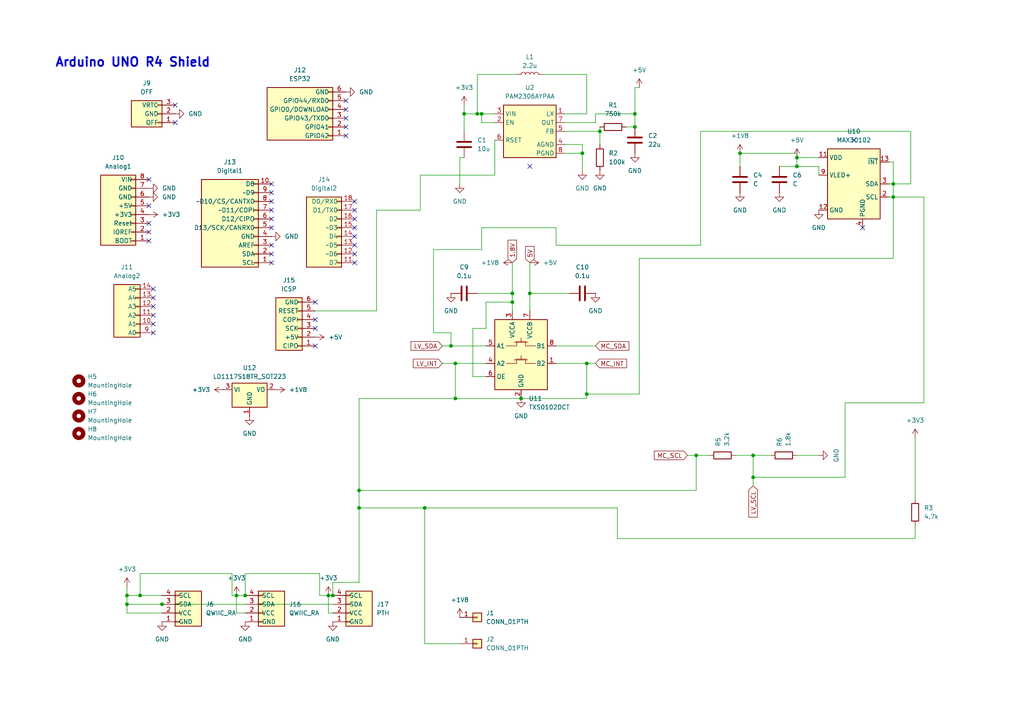
<source format=kicad_sch>
(kicad_sch
	(version 20231120)
	(generator "eeschema")
	(generator_version "8.0")
	(uuid "4deaa014-311e-404e-963e-ca894f6a7656")
	(paper "A4")
	(title_block
		(title "Arduino UNO R4 Shield Template SCH")
		(date "2023-07-13")
		(rev "1.0")
		(company "MStackoverflow")
	)
	(lib_symbols
		(symbol "Conn_01x04_1"
			(pin_names
				(offset 1.016)
			)
			(exclude_from_sim no)
			(in_bom yes)
			(on_board yes)
			(property "Reference" "J6"
				(at 7.62 0.0001 0)
				(effects
					(font
						(size 1.27 1.27)
					)
					(justify left)
				)
			)
			(property "Value" "Conn_01x04"
				(at 7.62 -2.5399 0)
				(effects
					(font
						(size 1.27 1.27)
					)
					(justify left)
				)
			)
			(property "Footprint" ""
				(at 0 0 0)
				(effects
					(font
						(size 1.27 1.27)
					)
					(hide yes)
				)
			)
			(property "Datasheet" "~"
				(at 0 0 0)
				(effects
					(font
						(size 1.27 1.27)
					)
					(hide yes)
				)
			)
			(property "Description" "Generic connector, single row, 01x04, script generated (kicad-library-utils/schlib/autogen/connector/)"
				(at 0 0 0)
				(effects
					(font
						(size 1.27 1.27)
					)
					(hide yes)
				)
			)
			(property "ki_keywords" "connector"
				(at 0 0 0)
				(effects
					(font
						(size 1.27 1.27)
					)
					(hide yes)
				)
			)
			(property "ki_fp_filters" "Connector*:*_1x??_*"
				(at 0 0 0)
				(effects
					(font
						(size 1.27 1.27)
					)
					(hide yes)
				)
			)
			(symbol "Conn_01x04_1_1_1"
				(rectangle
					(start -1.27 -4.953)
					(end 0 -5.207)
					(stroke
						(width 0.1524)
						(type default)
					)
					(fill
						(type none)
					)
				)
				(rectangle
					(start -1.27 -2.413)
					(end 0 -2.667)
					(stroke
						(width 0.1524)
						(type default)
					)
					(fill
						(type none)
					)
				)
				(rectangle
					(start -1.27 0.127)
					(end 0 -0.127)
					(stroke
						(width 0.1524)
						(type default)
					)
					(fill
						(type none)
					)
				)
				(rectangle
					(start -1.27 2.667)
					(end 0 2.413)
					(stroke
						(width 0.1524)
						(type default)
					)
					(fill
						(type none)
					)
				)
				(rectangle
					(start -1.27 3.81)
					(end 6.35 -6.35)
					(stroke
						(width 0.254)
						(type default)
					)
					(fill
						(type background)
					)
				)
				(pin power_in line
					(at -5.08 -5.08 0)
					(length 3.81)
					(name "GND"
						(effects
							(font
								(size 1.27 1.27)
							)
						)
					)
					(number "1"
						(effects
							(font
								(size 1.27 1.27)
							)
						)
					)
				)
				(pin power_in line
					(at -5.08 -2.54 0)
					(length 3.81)
					(name "VCC"
						(effects
							(font
								(size 1.27 1.27)
							)
						)
					)
					(number "2"
						(effects
							(font
								(size 1.27 1.27)
							)
						)
					)
				)
				(pin passive line
					(at -5.08 0 0)
					(length 3.81)
					(name "SDA"
						(effects
							(font
								(size 1.27 1.27)
							)
						)
					)
					(number "3"
						(effects
							(font
								(size 1.27 1.27)
							)
						)
					)
				)
				(pin passive line
					(at -5.08 2.54 0)
					(length 3.81)
					(name "SCL"
						(effects
							(font
								(size 1.27 1.27)
							)
						)
					)
					(number "4"
						(effects
							(font
								(size 1.27 1.27)
							)
						)
					)
				)
			)
		)
		(symbol "Conn_01x06_1"
			(pin_names
				(offset 1.016)
			)
			(exclude_from_sim no)
			(in_bom yes)
			(on_board yes)
			(property "Reference" "J12"
				(at 2.54 -13.97 0)
				(effects
					(font
						(size 1.27 1.27)
					)
				)
			)
			(property "Value" "Conn_01x06"
				(at 2.54 -11.43 0)
				(effects
					(font
						(size 1.27 1.27)
					)
				)
			)
			(property "Footprint" ""
				(at 0 0 0)
				(effects
					(font
						(size 1.27 1.27)
					)
					(hide yes)
				)
			)
			(property "Datasheet" "~"
				(at 0 0 0)
				(effects
					(font
						(size 1.27 1.27)
					)
					(hide yes)
				)
			)
			(property "Description" "Generic connector, single row, 01x06, script generated (kicad-library-utils/schlib/autogen/connector/)"
				(at 0 0 0)
				(effects
					(font
						(size 1.27 1.27)
					)
					(hide yes)
				)
			)
			(property "ki_keywords" "connector"
				(at 0 0 0)
				(effects
					(font
						(size 1.27 1.27)
					)
					(hide yes)
				)
			)
			(property "ki_fp_filters" "Connector*:*_1x??_*"
				(at 0 0 0)
				(effects
					(font
						(size 1.27 1.27)
					)
					(hide yes)
				)
			)
			(symbol "Conn_01x06_1_1_1"
				(rectangle
					(start -1.27 -7.493)
					(end 0 -7.747)
					(stroke
						(width 0.1524)
						(type default)
					)
					(fill
						(type none)
					)
				)
				(rectangle
					(start -1.27 -4.953)
					(end 0 -5.207)
					(stroke
						(width 0.1524)
						(type default)
					)
					(fill
						(type none)
					)
				)
				(rectangle
					(start -1.27 -2.413)
					(end 0 -2.667)
					(stroke
						(width 0.1524)
						(type default)
					)
					(fill
						(type none)
					)
				)
				(rectangle
					(start -1.27 0.127)
					(end 0 -0.127)
					(stroke
						(width 0.1524)
						(type default)
					)
					(fill
						(type none)
					)
				)
				(rectangle
					(start -1.27 2.667)
					(end 0 2.413)
					(stroke
						(width 0.1524)
						(type default)
					)
					(fill
						(type none)
					)
				)
				(rectangle
					(start -1.27 5.207)
					(end 0 4.953)
					(stroke
						(width 0.1524)
						(type default)
					)
					(fill
						(type none)
					)
				)
				(rectangle
					(start -1.27 6.35)
					(end 17.78 -8.89)
					(stroke
						(width 0.254)
						(type default)
					)
					(fill
						(type background)
					)
				)
				(pin bidirectional line
					(at -5.08 5.08 0)
					(length 3.81)
					(name "GPIO42"
						(effects
							(font
								(size 1.27 1.27)
							)
						)
					)
					(number "1"
						(effects
							(font
								(size 1.27 1.27)
							)
						)
					)
				)
				(pin bidirectional line
					(at -5.08 2.54 0)
					(length 3.81)
					(name "GPIO41"
						(effects
							(font
								(size 1.27 1.27)
							)
						)
					)
					(number "2"
						(effects
							(font
								(size 1.27 1.27)
							)
						)
					)
				)
				(pin bidirectional line
					(at -5.08 0 0)
					(length 3.81)
					(name "GPIO43/TXD0"
						(effects
							(font
								(size 1.27 1.27)
							)
						)
					)
					(number "3"
						(effects
							(font
								(size 1.27 1.27)
							)
						)
					)
				)
				(pin bidirectional line
					(at -5.08 -2.54 0)
					(length 3.81)
					(name "GPIO0/DOWNLOAD"
						(effects
							(font
								(size 1.27 1.27)
							)
						)
					)
					(number "4"
						(effects
							(font
								(size 1.27 1.27)
							)
						)
					)
				)
				(pin bidirectional line
					(at -5.08 -5.08 0)
					(length 3.81)
					(name "GPIO44/RXD0"
						(effects
							(font
								(size 1.27 1.27)
							)
						)
					)
					(number "5"
						(effects
							(font
								(size 1.27 1.27)
							)
						)
					)
				)
				(pin power_out line
					(at -5.08 -7.62 0)
					(length 3.81)
					(name "GND"
						(effects
							(font
								(size 1.27 1.27)
							)
						)
					)
					(number "6"
						(effects
							(font
								(size 1.27 1.27)
							)
						)
					)
				)
			)
		)
		(symbol "Conn_01x06_2"
			(pin_names
				(offset 1.016)
			)
			(exclude_from_sim no)
			(in_bom yes)
			(on_board yes)
			(property "Reference" "J"
				(at 0 7.62 0)
				(effects
					(font
						(size 1.27 1.27)
					)
				)
			)
			(property "Value" "Conn_01x06"
				(at 0 -10.16 0)
				(effects
					(font
						(size 1.27 1.27)
					)
				)
			)
			(property "Footprint" ""
				(at 0 0 0)
				(effects
					(font
						(size 1.27 1.27)
					)
					(hide yes)
				)
			)
			(property "Datasheet" "~"
				(at 0 0 0)
				(effects
					(font
						(size 1.27 1.27)
					)
					(hide yes)
				)
			)
			(property "Description" "Generic connector, single row, 01x06, script generated (kicad-library-utils/schlib/autogen/connector/)"
				(at 0 0 0)
				(effects
					(font
						(size 1.27 1.27)
					)
					(hide yes)
				)
			)
			(property "ki_keywords" "connector"
				(at 0 0 0)
				(effects
					(font
						(size 1.27 1.27)
					)
					(hide yes)
				)
			)
			(property "ki_fp_filters" "Connector*:*_1x??_*"
				(at 0 0 0)
				(effects
					(font
						(size 1.27 1.27)
					)
					(hide yes)
				)
			)
			(symbol "Conn_01x06_2_1_1"
				(rectangle
					(start -1.27 -7.493)
					(end 0 -7.747)
					(stroke
						(width 0.1524)
						(type default)
					)
					(fill
						(type none)
					)
				)
				(rectangle
					(start -1.27 -4.953)
					(end 0 -5.207)
					(stroke
						(width 0.1524)
						(type default)
					)
					(fill
						(type none)
					)
				)
				(rectangle
					(start -1.27 -2.413)
					(end 0 -2.667)
					(stroke
						(width 0.1524)
						(type default)
					)
					(fill
						(type none)
					)
				)
				(rectangle
					(start -1.27 0.127)
					(end 0 -0.127)
					(stroke
						(width 0.1524)
						(type default)
					)
					(fill
						(type none)
					)
				)
				(rectangle
					(start -1.27 2.667)
					(end 0 2.413)
					(stroke
						(width 0.1524)
						(type default)
					)
					(fill
						(type none)
					)
				)
				(rectangle
					(start -1.27 5.207)
					(end 0 4.953)
					(stroke
						(width 0.1524)
						(type default)
					)
					(fill
						(type none)
					)
				)
				(rectangle
					(start -1.27 6.35)
					(end 6.35 -8.89)
					(stroke
						(width 0.254)
						(type default)
					)
					(fill
						(type background)
					)
				)
				(pin bidirectional line
					(at -5.08 5.08 0)
					(length 3.81)
					(name "CIPO"
						(effects
							(font
								(size 1.27 1.27)
							)
						)
					)
					(number "1"
						(effects
							(font
								(size 1.27 1.27)
							)
						)
					)
				)
				(pin power_out line
					(at -5.08 2.54 0)
					(length 3.81)
					(name "+5V"
						(effects
							(font
								(size 1.27 1.27)
							)
						)
					)
					(number "2"
						(effects
							(font
								(size 1.27 1.27)
							)
						)
					)
				)
				(pin bidirectional line
					(at -5.08 0 0)
					(length 3.81)
					(name "SCK"
						(effects
							(font
								(size 1.27 1.27)
							)
						)
					)
					(number "3"
						(effects
							(font
								(size 1.27 1.27)
							)
						)
					)
				)
				(pin bidirectional line
					(at -5.08 -2.54 0)
					(length 3.81)
					(name "COPI"
						(effects
							(font
								(size 1.27 1.27)
							)
						)
					)
					(number "4"
						(effects
							(font
								(size 1.27 1.27)
							)
						)
					)
				)
				(pin bidirectional line
					(at -5.08 -5.08 0)
					(length 3.81)
					(name "RESET"
						(effects
							(font
								(size 1.27 1.27)
							)
						)
					)
					(number "5"
						(effects
							(font
								(size 1.27 1.27)
							)
						)
					)
				)
				(pin power_out line
					(at -5.08 -7.62 0)
					(length 3.81)
					(name "GND"
						(effects
							(font
								(size 1.27 1.27)
							)
						)
					)
					(number "6"
						(effects
							(font
								(size 1.27 1.27)
							)
						)
					)
				)
			)
		)
		(symbol "Conn_01x08_1"
			(pin_names
				(offset 1.016)
			)
			(exclude_from_sim no)
			(in_bom yes)
			(on_board yes)
			(property "Reference" "J"
				(at 0 10.16 0)
				(effects
					(font
						(size 1.27 1.27)
					)
				)
			)
			(property "Value" "Conn_01x08"
				(at 0 -12.7 0)
				(effects
					(font
						(size 1.27 1.27)
					)
				)
			)
			(property "Footprint" ""
				(at 0 0 0)
				(effects
					(font
						(size 1.27 1.27)
					)
					(hide yes)
				)
			)
			(property "Datasheet" "~"
				(at 0 0 0)
				(effects
					(font
						(size 1.27 1.27)
					)
					(hide yes)
				)
			)
			(property "Description" "Generic connector, single row, 01x08, script generated (kicad-library-utils/schlib/autogen/connector/)"
				(at 0 0 0)
				(effects
					(font
						(size 1.27 1.27)
					)
					(hide yes)
				)
			)
			(property "ki_keywords" "connector"
				(at 0 0 0)
				(effects
					(font
						(size 1.27 1.27)
					)
					(hide yes)
				)
			)
			(property "ki_fp_filters" "Connector*:*_1x??_*"
				(at 0 0 0)
				(effects
					(font
						(size 1.27 1.27)
					)
					(hide yes)
				)
			)
			(symbol "Conn_01x08_1_1_1"
				(rectangle
					(start -1.27 -10.033)
					(end 0 -10.287)
					(stroke
						(width 0.1524)
						(type default)
					)
					(fill
						(type none)
					)
				)
				(rectangle
					(start -1.27 -7.493)
					(end 0 -7.747)
					(stroke
						(width 0.1524)
						(type default)
					)
					(fill
						(type none)
					)
				)
				(rectangle
					(start -1.27 -4.953)
					(end 0 -5.207)
					(stroke
						(width 0.1524)
						(type default)
					)
					(fill
						(type none)
					)
				)
				(rectangle
					(start -1.27 -2.413)
					(end 0 -2.667)
					(stroke
						(width 0.1524)
						(type default)
					)
					(fill
						(type none)
					)
				)
				(rectangle
					(start -1.27 0.127)
					(end 0 -0.127)
					(stroke
						(width 0.1524)
						(type default)
					)
					(fill
						(type none)
					)
				)
				(rectangle
					(start -1.27 2.667)
					(end 0 2.413)
					(stroke
						(width 0.1524)
						(type default)
					)
					(fill
						(type none)
					)
				)
				(rectangle
					(start -1.27 5.207)
					(end 0 4.953)
					(stroke
						(width 0.1524)
						(type default)
					)
					(fill
						(type none)
					)
				)
				(rectangle
					(start -1.27 7.747)
					(end 0 7.493)
					(stroke
						(width 0.1524)
						(type default)
					)
					(fill
						(type none)
					)
				)
				(rectangle
					(start -1.27 8.89)
					(end 8.89 -11.43)
					(stroke
						(width 0.254)
						(type default)
					)
					(fill
						(type background)
					)
				)
				(pin bidirectional line
					(at -5.08 7.62 0)
					(length 3.81)
					(name "D7"
						(effects
							(font
								(size 1.27 1.27)
							)
						)
					)
					(number "11"
						(effects
							(font
								(size 1.27 1.27)
							)
						)
					)
				)
				(pin bidirectional line
					(at -5.08 5.08 0)
					(length 3.81)
					(name "~D6"
						(effects
							(font
								(size 1.27 1.27)
							)
						)
					)
					(number "12"
						(effects
							(font
								(size 1.27 1.27)
							)
						)
					)
				)
				(pin bidirectional line
					(at -5.08 2.54 0)
					(length 3.81)
					(name "~D5"
						(effects
							(font
								(size 1.27 1.27)
							)
						)
					)
					(number "13"
						(effects
							(font
								(size 1.27 1.27)
							)
						)
					)
				)
				(pin bidirectional line
					(at -5.08 0 0)
					(length 3.81)
					(name "D4"
						(effects
							(font
								(size 1.27 1.27)
							)
						)
					)
					(number "14"
						(effects
							(font
								(size 1.27 1.27)
							)
						)
					)
				)
				(pin bidirectional line
					(at -5.08 -2.54 0)
					(length 3.81)
					(name "~D3"
						(effects
							(font
								(size 1.27 1.27)
							)
						)
					)
					(number "15"
						(effects
							(font
								(size 1.27 1.27)
							)
						)
					)
				)
				(pin bidirectional line
					(at -5.08 -5.08 0)
					(length 3.81)
					(name "D2"
						(effects
							(font
								(size 1.27 1.27)
							)
						)
					)
					(number "16"
						(effects
							(font
								(size 1.27 1.27)
							)
						)
					)
				)
				(pin bidirectional line
					(at -5.08 -7.62 0)
					(length 3.81)
					(name "D1/TX0"
						(effects
							(font
								(size 1.27 1.27)
							)
						)
					)
					(number "17"
						(effects
							(font
								(size 1.27 1.27)
							)
						)
					)
				)
				(pin bidirectional line
					(at -5.08 -10.16 0)
					(length 3.81)
					(name "D0/RX0"
						(effects
							(font
								(size 1.27 1.27)
							)
						)
					)
					(number "18"
						(effects
							(font
								(size 1.27 1.27)
							)
						)
					)
				)
			)
		)
		(symbol "Connector_Generic:Conn_01x01"
			(pin_names
				(offset 1.016) hide)
			(exclude_from_sim no)
			(in_bom yes)
			(on_board yes)
			(property "Reference" "J"
				(at 0 2.54 0)
				(effects
					(font
						(size 1.27 1.27)
					)
				)
			)
			(property "Value" "Conn_01x01"
				(at 0 -2.54 0)
				(effects
					(font
						(size 1.27 1.27)
					)
				)
			)
			(property "Footprint" ""
				(at 0 0 0)
				(effects
					(font
						(size 1.27 1.27)
					)
					(hide yes)
				)
			)
			(property "Datasheet" "~"
				(at 0 0 0)
				(effects
					(font
						(size 1.27 1.27)
					)
					(hide yes)
				)
			)
			(property "Description" "Generic connector, single row, 01x01, script generated (kicad-library-utils/schlib/autogen/connector/)"
				(at 0 0 0)
				(effects
					(font
						(size 1.27 1.27)
					)
					(hide yes)
				)
			)
			(property "ki_keywords" "connector"
				(at 0 0 0)
				(effects
					(font
						(size 1.27 1.27)
					)
					(hide yes)
				)
			)
			(property "ki_fp_filters" "Connector*:*_1x??_*"
				(at 0 0 0)
				(effects
					(font
						(size 1.27 1.27)
					)
					(hide yes)
				)
			)
			(symbol "Conn_01x01_1_1"
				(rectangle
					(start -1.27 0.127)
					(end 0 -0.127)
					(stroke
						(width 0.1524)
						(type default)
					)
					(fill
						(type none)
					)
				)
				(rectangle
					(start -1.27 1.27)
					(end 1.27 -1.27)
					(stroke
						(width 0.254)
						(type default)
					)
					(fill
						(type background)
					)
				)
				(pin passive line
					(at -5.08 0 0)
					(length 3.81)
					(name "Pin_1"
						(effects
							(font
								(size 1.27 1.27)
							)
						)
					)
					(number "1"
						(effects
							(font
								(size 1.27 1.27)
							)
						)
					)
				)
			)
		)
		(symbol "Connector_Generic:Conn_01x03"
			(pin_names
				(offset 1.016)
			)
			(exclude_from_sim no)
			(in_bom yes)
			(on_board yes)
			(property "Reference" "J"
				(at 0 5.08 0)
				(effects
					(font
						(size 1.27 1.27)
					)
				)
			)
			(property "Value" "Conn_01x03"
				(at 0 -5.08 0)
				(effects
					(font
						(size 1.27 1.27)
					)
				)
			)
			(property "Footprint" ""
				(at 0 0 0)
				(effects
					(font
						(size 1.27 1.27)
					)
					(hide yes)
				)
			)
			(property "Datasheet" "~"
				(at 0 0 0)
				(effects
					(font
						(size 1.27 1.27)
					)
					(hide yes)
				)
			)
			(property "Description" "Generic connector, single row, 01x03, script generated (kicad-library-utils/schlib/autogen/connector/)"
				(at 0 0 0)
				(effects
					(font
						(size 1.27 1.27)
					)
					(hide yes)
				)
			)
			(property "ki_keywords" "connector"
				(at 0 0 0)
				(effects
					(font
						(size 1.27 1.27)
					)
					(hide yes)
				)
			)
			(property "ki_fp_filters" "Connector*:*_1x??_*"
				(at 0 0 0)
				(effects
					(font
						(size 1.27 1.27)
					)
					(hide yes)
				)
			)
			(symbol "Conn_01x03_1_1"
				(rectangle
					(start -1.27 -2.413)
					(end 0 -2.667)
					(stroke
						(width 0.1524)
						(type default)
					)
					(fill
						(type none)
					)
				)
				(rectangle
					(start -1.27 0.127)
					(end 0 -0.127)
					(stroke
						(width 0.1524)
						(type default)
					)
					(fill
						(type none)
					)
				)
				(rectangle
					(start -1.27 2.667)
					(end 0 2.413)
					(stroke
						(width 0.1524)
						(type default)
					)
					(fill
						(type none)
					)
				)
				(rectangle
					(start -1.27 3.81)
					(end 7.62 -3.81)
					(stroke
						(width 0.254)
						(type default)
					)
					(fill
						(type background)
					)
				)
				(pin input line
					(at -5.08 2.54 0)
					(length 3.81)
					(name "OFF"
						(effects
							(font
								(size 1.27 1.27)
							)
						)
					)
					(number "1"
						(effects
							(font
								(size 1.27 1.27)
							)
						)
					)
				)
				(pin power_out line
					(at -5.08 0 0)
					(length 3.81)
					(name "GND"
						(effects
							(font
								(size 1.27 1.27)
							)
						)
					)
					(number "2"
						(effects
							(font
								(size 1.27 1.27)
							)
						)
					)
				)
				(pin power_in line
					(at -5.08 -2.54 0)
					(length 3.81)
					(name "VRTC"
						(effects
							(font
								(size 1.27 1.27)
							)
						)
					)
					(number "3"
						(effects
							(font
								(size 1.27 1.27)
							)
						)
					)
				)
			)
		)
		(symbol "Connector_Generic:Conn_01x06"
			(pin_names
				(offset 1.016)
			)
			(exclude_from_sim no)
			(in_bom yes)
			(on_board yes)
			(property "Reference" "J"
				(at 0 7.62 0)
				(effects
					(font
						(size 1.27 1.27)
					)
				)
			)
			(property "Value" "Conn_01x06"
				(at 0 -10.16 0)
				(effects
					(font
						(size 1.27 1.27)
					)
				)
			)
			(property "Footprint" ""
				(at 0 0 0)
				(effects
					(font
						(size 1.27 1.27)
					)
					(hide yes)
				)
			)
			(property "Datasheet" "~"
				(at 0 0 0)
				(effects
					(font
						(size 1.27 1.27)
					)
					(hide yes)
				)
			)
			(property "Description" "Generic connector, single row, 01x06, script generated (kicad-library-utils/schlib/autogen/connector/)"
				(at 0 0 0)
				(effects
					(font
						(size 1.27 1.27)
					)
					(hide yes)
				)
			)
			(property "ki_keywords" "connector"
				(at 0 0 0)
				(effects
					(font
						(size 1.27 1.27)
					)
					(hide yes)
				)
			)
			(property "ki_fp_filters" "Connector*:*_1x??_*"
				(at 0 0 0)
				(effects
					(font
						(size 1.27 1.27)
					)
					(hide yes)
				)
			)
			(symbol "Conn_01x06_1_1"
				(rectangle
					(start -1.27 -7.493)
					(end 0 -7.747)
					(stroke
						(width 0.1524)
						(type default)
					)
					(fill
						(type none)
					)
				)
				(rectangle
					(start -1.27 -4.953)
					(end 0 -5.207)
					(stroke
						(width 0.1524)
						(type default)
					)
					(fill
						(type none)
					)
				)
				(rectangle
					(start -1.27 -2.413)
					(end 0 -2.667)
					(stroke
						(width 0.1524)
						(type default)
					)
					(fill
						(type none)
					)
				)
				(rectangle
					(start -1.27 0.127)
					(end 0 -0.127)
					(stroke
						(width 0.1524)
						(type default)
					)
					(fill
						(type none)
					)
				)
				(rectangle
					(start -1.27 2.667)
					(end 0 2.413)
					(stroke
						(width 0.1524)
						(type default)
					)
					(fill
						(type none)
					)
				)
				(rectangle
					(start -1.27 5.207)
					(end 0 4.953)
					(stroke
						(width 0.1524)
						(type default)
					)
					(fill
						(type none)
					)
				)
				(rectangle
					(start -1.27 6.35)
					(end 6.35 -8.89)
					(stroke
						(width 0.254)
						(type default)
					)
					(fill
						(type background)
					)
				)
				(pin bidirectional line
					(at -5.08 2.54 0)
					(length 3.81)
					(name "A1"
						(effects
							(font
								(size 1.27 1.27)
							)
						)
					)
					(number "10"
						(effects
							(font
								(size 1.27 1.27)
							)
						)
					)
				)
				(pin bidirectional line
					(at -5.08 0 0)
					(length 3.81)
					(name "A2"
						(effects
							(font
								(size 1.27 1.27)
							)
						)
					)
					(number "11"
						(effects
							(font
								(size 1.27 1.27)
							)
						)
					)
				)
				(pin bidirectional line
					(at -5.08 -2.54 0)
					(length 3.81)
					(name "A3"
						(effects
							(font
								(size 1.27 1.27)
							)
						)
					)
					(number "12"
						(effects
							(font
								(size 1.27 1.27)
							)
						)
					)
				)
				(pin bidirectional line
					(at -5.08 -5.08 0)
					(length 3.81)
					(name "A4"
						(effects
							(font
								(size 1.27 1.27)
							)
						)
					)
					(number "13"
						(effects
							(font
								(size 1.27 1.27)
							)
						)
					)
				)
				(pin bidirectional line
					(at -5.08 -7.62 0)
					(length 3.81)
					(name "A5"
						(effects
							(font
								(size 1.27 1.27)
							)
						)
					)
					(number "14"
						(effects
							(font
								(size 1.27 1.27)
							)
						)
					)
				)
				(pin bidirectional line
					(at -5.08 5.08 0)
					(length 3.81)
					(name "A0"
						(effects
							(font
								(size 1.27 1.27)
							)
						)
					)
					(number "9"
						(effects
							(font
								(size 1.27 1.27)
							)
						)
					)
				)
			)
		)
		(symbol "Connector_Generic:Conn_01x08"
			(pin_names
				(offset 1.016)
			)
			(exclude_from_sim no)
			(in_bom yes)
			(on_board yes)
			(property "Reference" "J"
				(at 0 10.16 0)
				(effects
					(font
						(size 1.27 1.27)
					)
				)
			)
			(property "Value" "Conn_01x08"
				(at 0 -12.7 0)
				(effects
					(font
						(size 1.27 1.27)
					)
				)
			)
			(property "Footprint" ""
				(at 0 0 0)
				(effects
					(font
						(size 1.27 1.27)
					)
					(hide yes)
				)
			)
			(property "Datasheet" "~"
				(at 0 0 0)
				(effects
					(font
						(size 1.27 1.27)
					)
					(hide yes)
				)
			)
			(property "Description" "Generic connector, single row, 01x08, script generated (kicad-library-utils/schlib/autogen/connector/)"
				(at 0 0 0)
				(effects
					(font
						(size 1.27 1.27)
					)
					(hide yes)
				)
			)
			(property "ki_keywords" "connector"
				(at 0 0 0)
				(effects
					(font
						(size 1.27 1.27)
					)
					(hide yes)
				)
			)
			(property "ki_fp_filters" "Connector*:*_1x??_*"
				(at 0 0 0)
				(effects
					(font
						(size 1.27 1.27)
					)
					(hide yes)
				)
			)
			(symbol "Conn_01x08_1_1"
				(rectangle
					(start -1.27 -10.033)
					(end 0 -10.287)
					(stroke
						(width 0.1524)
						(type default)
					)
					(fill
						(type none)
					)
				)
				(rectangle
					(start -1.27 -7.493)
					(end 0 -7.747)
					(stroke
						(width 0.1524)
						(type default)
					)
					(fill
						(type none)
					)
				)
				(rectangle
					(start -1.27 -4.953)
					(end 0 -5.207)
					(stroke
						(width 0.1524)
						(type default)
					)
					(fill
						(type none)
					)
				)
				(rectangle
					(start -1.27 -2.413)
					(end 0 -2.667)
					(stroke
						(width 0.1524)
						(type default)
					)
					(fill
						(type none)
					)
				)
				(rectangle
					(start -1.27 0.127)
					(end 0 -0.127)
					(stroke
						(width 0.1524)
						(type default)
					)
					(fill
						(type none)
					)
				)
				(rectangle
					(start -1.27 2.667)
					(end 0 2.413)
					(stroke
						(width 0.1524)
						(type default)
					)
					(fill
						(type none)
					)
				)
				(rectangle
					(start -1.27 5.207)
					(end 0 4.953)
					(stroke
						(width 0.1524)
						(type default)
					)
					(fill
						(type none)
					)
				)
				(rectangle
					(start -1.27 7.747)
					(end 0 7.493)
					(stroke
						(width 0.1524)
						(type default)
					)
					(fill
						(type none)
					)
				)
				(rectangle
					(start -1.27 8.89)
					(end 8.89 -11.43)
					(stroke
						(width 0.254)
						(type default)
					)
					(fill
						(type background)
					)
				)
				(pin input line
					(at -5.08 7.62 0)
					(length 3.81)
					(name "BOOT"
						(effects
							(font
								(size 1.27 1.27)
							)
						)
					)
					(number "1"
						(effects
							(font
								(size 1.27 1.27)
							)
						)
					)
				)
				(pin power_out line
					(at -5.08 5.08 0)
					(length 3.81)
					(name "IOREF"
						(effects
							(font
								(size 1.27 1.27)
							)
						)
					)
					(number "2"
						(effects
							(font
								(size 1.27 1.27)
							)
						)
					)
				)
				(pin input line
					(at -5.08 2.54 0)
					(length 3.81)
					(name "Reset"
						(effects
							(font
								(size 1.27 1.27)
							)
						)
					)
					(number "3"
						(effects
							(font
								(size 1.27 1.27)
							)
						)
					)
				)
				(pin power_out line
					(at -5.08 0 0)
					(length 3.81)
					(name "+3V3"
						(effects
							(font
								(size 1.27 1.27)
							)
						)
					)
					(number "4"
						(effects
							(font
								(size 1.27 1.27)
							)
						)
					)
				)
				(pin power_out line
					(at -5.08 -2.54 0)
					(length 3.81)
					(name "+5V"
						(effects
							(font
								(size 1.27 1.27)
							)
						)
					)
					(number "5"
						(effects
							(font
								(size 1.27 1.27)
							)
						)
					)
				)
				(pin power_out line
					(at -5.08 -5.08 0)
					(length 3.81)
					(name "GND"
						(effects
							(font
								(size 1.27 1.27)
							)
						)
					)
					(number "6"
						(effects
							(font
								(size 1.27 1.27)
							)
						)
					)
				)
				(pin power_out line
					(at -5.08 -7.62 0)
					(length 3.81)
					(name "GND"
						(effects
							(font
								(size 1.27 1.27)
							)
						)
					)
					(number "7"
						(effects
							(font
								(size 1.27 1.27)
							)
						)
					)
				)
				(pin power_out line
					(at -5.08 -10.16 0)
					(length 3.81)
					(name "VIN"
						(effects
							(font
								(size 1.27 1.27)
							)
						)
					)
					(number "8"
						(effects
							(font
								(size 1.27 1.27)
							)
						)
					)
				)
			)
		)
		(symbol "Connector_Generic:Conn_01x10"
			(pin_names
				(offset 1.016)
			)
			(exclude_from_sim no)
			(in_bom yes)
			(on_board yes)
			(property "Reference" "J"
				(at 0 12.7 0)
				(effects
					(font
						(size 1.27 1.27)
					)
				)
			)
			(property "Value" "Conn_01x10"
				(at 0 -15.24 0)
				(effects
					(font
						(size 1.27 1.27)
					)
				)
			)
			(property "Footprint" ""
				(at 0 0 0)
				(effects
					(font
						(size 1.27 1.27)
					)
					(hide yes)
				)
			)
			(property "Datasheet" "~"
				(at 0 0 0)
				(effects
					(font
						(size 1.27 1.27)
					)
					(hide yes)
				)
			)
			(property "Description" "Generic connector, single row, 01x10, script generated (kicad-library-utils/schlib/autogen/connector/)"
				(at 0 0 0)
				(effects
					(font
						(size 1.27 1.27)
					)
					(hide yes)
				)
			)
			(property "ki_keywords" "connector"
				(at 0 0 0)
				(effects
					(font
						(size 1.27 1.27)
					)
					(hide yes)
				)
			)
			(property "ki_fp_filters" "Connector*:*_1x??_*"
				(at 0 0 0)
				(effects
					(font
						(size 1.27 1.27)
					)
					(hide yes)
				)
			)
			(symbol "Conn_01x10_1_1"
				(rectangle
					(start -1.27 -12.573)
					(end 0 -12.827)
					(stroke
						(width 0.1524)
						(type default)
					)
					(fill
						(type none)
					)
				)
				(rectangle
					(start -1.27 -10.033)
					(end 0 -10.287)
					(stroke
						(width 0.1524)
						(type default)
					)
					(fill
						(type none)
					)
				)
				(rectangle
					(start -1.27 -7.493)
					(end 0 -7.747)
					(stroke
						(width 0.1524)
						(type default)
					)
					(fill
						(type none)
					)
				)
				(rectangle
					(start -1.27 -4.953)
					(end 0 -5.207)
					(stroke
						(width 0.1524)
						(type default)
					)
					(fill
						(type none)
					)
				)
				(rectangle
					(start -1.27 -2.413)
					(end 0 -2.667)
					(stroke
						(width 0.1524)
						(type default)
					)
					(fill
						(type none)
					)
				)
				(rectangle
					(start -1.27 0.127)
					(end 0 -0.127)
					(stroke
						(width 0.1524)
						(type default)
					)
					(fill
						(type none)
					)
				)
				(rectangle
					(start -1.27 2.667)
					(end 0 2.413)
					(stroke
						(width 0.1524)
						(type default)
					)
					(fill
						(type none)
					)
				)
				(rectangle
					(start -1.27 5.207)
					(end 0 4.953)
					(stroke
						(width 0.1524)
						(type default)
					)
					(fill
						(type none)
					)
				)
				(rectangle
					(start -1.27 7.747)
					(end 0 7.493)
					(stroke
						(width 0.1524)
						(type default)
					)
					(fill
						(type none)
					)
				)
				(rectangle
					(start -1.27 10.287)
					(end 0 10.033)
					(stroke
						(width 0.1524)
						(type default)
					)
					(fill
						(type none)
					)
				)
				(rectangle
					(start -1.27 11.43)
					(end 15.24 -13.97)
					(stroke
						(width 0.254)
						(type default)
					)
					(fill
						(type background)
					)
				)
				(pin bidirectional line
					(at -5.08 10.16 0)
					(length 3.81)
					(name "SCL"
						(effects
							(font
								(size 1.27 1.27)
							)
						)
					)
					(number "1"
						(effects
							(font
								(size 1.27 1.27)
							)
						)
					)
				)
				(pin bidirectional line
					(at -5.08 -12.7 0)
					(length 3.81)
					(name "D8"
						(effects
							(font
								(size 1.27 1.27)
							)
						)
					)
					(number "10"
						(effects
							(font
								(size 1.27 1.27)
							)
						)
					)
				)
				(pin bidirectional line
					(at -5.08 7.62 0)
					(length 3.81)
					(name "SDA"
						(effects
							(font
								(size 1.27 1.27)
							)
						)
					)
					(number "2"
						(effects
							(font
								(size 1.27 1.27)
							)
						)
					)
				)
				(pin output line
					(at -5.08 5.08 0)
					(length 3.81)
					(name "AREF"
						(effects
							(font
								(size 1.27 1.27)
							)
						)
					)
					(number "3"
						(effects
							(font
								(size 1.27 1.27)
							)
						)
					)
				)
				(pin power_out line
					(at -5.08 2.54 0)
					(length 3.81)
					(name "GND"
						(effects
							(font
								(size 1.27 1.27)
							)
						)
					)
					(number "4"
						(effects
							(font
								(size 1.27 1.27)
							)
						)
					)
				)
				(pin bidirectional line
					(at -5.08 0 0)
					(length 3.81)
					(name "D13/SCK/CANRX0"
						(effects
							(font
								(size 1.27 1.27)
							)
						)
					)
					(number "5"
						(effects
							(font
								(size 1.27 1.27)
							)
						)
					)
				)
				(pin bidirectional line
					(at -5.08 -2.54 0)
					(length 3.81)
					(name "D12/CIPO"
						(effects
							(font
								(size 1.27 1.27)
							)
						)
					)
					(number "6"
						(effects
							(font
								(size 1.27 1.27)
							)
						)
					)
				)
				(pin bidirectional line
					(at -5.08 -5.08 0)
					(length 3.81)
					(name "~D11/COPI"
						(effects
							(font
								(size 1.27 1.27)
							)
						)
					)
					(number "7"
						(effects
							(font
								(size 1.27 1.27)
							)
						)
					)
				)
				(pin bidirectional line
					(at -5.08 -7.62 0)
					(length 3.81)
					(name "~D10/CS/CANTX0"
						(effects
							(font
								(size 1.27 1.27)
							)
						)
					)
					(number "8"
						(effects
							(font
								(size 1.27 1.27)
							)
						)
					)
				)
				(pin bidirectional line
					(at -5.08 -10.16 0)
					(length 3.81)
					(name "~D9"
						(effects
							(font
								(size 1.27 1.27)
							)
						)
					)
					(number "9"
						(effects
							(font
								(size 1.27 1.27)
							)
						)
					)
				)
			)
		)
		(symbol "Device:C"
			(pin_numbers hide)
			(pin_names
				(offset 0.254)
			)
			(exclude_from_sim no)
			(in_bom yes)
			(on_board yes)
			(property "Reference" "C"
				(at 0.635 2.54 0)
				(effects
					(font
						(size 1.27 1.27)
					)
					(justify left)
				)
			)
			(property "Value" "C"
				(at 0.635 -2.54 0)
				(effects
					(font
						(size 1.27 1.27)
					)
					(justify left)
				)
			)
			(property "Footprint" ""
				(at 0.9652 -3.81 0)
				(effects
					(font
						(size 1.27 1.27)
					)
					(hide yes)
				)
			)
			(property "Datasheet" "~"
				(at 0 0 0)
				(effects
					(font
						(size 1.27 1.27)
					)
					(hide yes)
				)
			)
			(property "Description" "Unpolarized capacitor"
				(at 0 0 0)
				(effects
					(font
						(size 1.27 1.27)
					)
					(hide yes)
				)
			)
			(property "ki_keywords" "cap capacitor"
				(at 0 0 0)
				(effects
					(font
						(size 1.27 1.27)
					)
					(hide yes)
				)
			)
			(property "ki_fp_filters" "C_*"
				(at 0 0 0)
				(effects
					(font
						(size 1.27 1.27)
					)
					(hide yes)
				)
			)
			(symbol "C_0_1"
				(polyline
					(pts
						(xy -2.032 -0.762) (xy 2.032 -0.762)
					)
					(stroke
						(width 0.508)
						(type default)
					)
					(fill
						(type none)
					)
				)
				(polyline
					(pts
						(xy -2.032 0.762) (xy 2.032 0.762)
					)
					(stroke
						(width 0.508)
						(type default)
					)
					(fill
						(type none)
					)
				)
			)
			(symbol "C_1_1"
				(pin passive line
					(at 0 3.81 270)
					(length 2.794)
					(name "~"
						(effects
							(font
								(size 1.27 1.27)
							)
						)
					)
					(number "1"
						(effects
							(font
								(size 1.27 1.27)
							)
						)
					)
				)
				(pin passive line
					(at 0 -3.81 90)
					(length 2.794)
					(name "~"
						(effects
							(font
								(size 1.27 1.27)
							)
						)
					)
					(number "2"
						(effects
							(font
								(size 1.27 1.27)
							)
						)
					)
				)
			)
		)
		(symbol "Device:L"
			(pin_numbers hide)
			(pin_names
				(offset 1.016) hide)
			(exclude_from_sim no)
			(in_bom yes)
			(on_board yes)
			(property "Reference" "L"
				(at -1.27 0 90)
				(effects
					(font
						(size 1.27 1.27)
					)
				)
			)
			(property "Value" "L"
				(at 1.905 0 90)
				(effects
					(font
						(size 1.27 1.27)
					)
				)
			)
			(property "Footprint" ""
				(at 0 0 0)
				(effects
					(font
						(size 1.27 1.27)
					)
					(hide yes)
				)
			)
			(property "Datasheet" "~"
				(at 0 0 0)
				(effects
					(font
						(size 1.27 1.27)
					)
					(hide yes)
				)
			)
			(property "Description" "Inductor"
				(at 0 0 0)
				(effects
					(font
						(size 1.27 1.27)
					)
					(hide yes)
				)
			)
			(property "ki_keywords" "inductor choke coil reactor magnetic"
				(at 0 0 0)
				(effects
					(font
						(size 1.27 1.27)
					)
					(hide yes)
				)
			)
			(property "ki_fp_filters" "Choke_* *Coil* Inductor_* L_*"
				(at 0 0 0)
				(effects
					(font
						(size 1.27 1.27)
					)
					(hide yes)
				)
			)
			(symbol "L_0_1"
				(arc
					(start 0 -2.54)
					(mid 0.6323 -1.905)
					(end 0 -1.27)
					(stroke
						(width 0)
						(type default)
					)
					(fill
						(type none)
					)
				)
				(arc
					(start 0 -1.27)
					(mid 0.6323 -0.635)
					(end 0 0)
					(stroke
						(width 0)
						(type default)
					)
					(fill
						(type none)
					)
				)
				(arc
					(start 0 0)
					(mid 0.6323 0.635)
					(end 0 1.27)
					(stroke
						(width 0)
						(type default)
					)
					(fill
						(type none)
					)
				)
				(arc
					(start 0 1.27)
					(mid 0.6323 1.905)
					(end 0 2.54)
					(stroke
						(width 0)
						(type default)
					)
					(fill
						(type none)
					)
				)
			)
			(symbol "L_1_1"
				(pin passive line
					(at 0 3.81 270)
					(length 1.27)
					(name "1"
						(effects
							(font
								(size 1.27 1.27)
							)
						)
					)
					(number "1"
						(effects
							(font
								(size 1.27 1.27)
							)
						)
					)
				)
				(pin passive line
					(at 0 -3.81 90)
					(length 1.27)
					(name "2"
						(effects
							(font
								(size 1.27 1.27)
							)
						)
					)
					(number "2"
						(effects
							(font
								(size 1.27 1.27)
							)
						)
					)
				)
			)
		)
		(symbol "Device:R"
			(pin_numbers hide)
			(pin_names
				(offset 0)
			)
			(exclude_from_sim no)
			(in_bom yes)
			(on_board yes)
			(property "Reference" "R"
				(at 2.032 0 90)
				(effects
					(font
						(size 1.27 1.27)
					)
				)
			)
			(property "Value" "R"
				(at 0 0 90)
				(effects
					(font
						(size 1.27 1.27)
					)
				)
			)
			(property "Footprint" ""
				(at -1.778 0 90)
				(effects
					(font
						(size 1.27 1.27)
					)
					(hide yes)
				)
			)
			(property "Datasheet" "~"
				(at 0 0 0)
				(effects
					(font
						(size 1.27 1.27)
					)
					(hide yes)
				)
			)
			(property "Description" "Resistor"
				(at 0 0 0)
				(effects
					(font
						(size 1.27 1.27)
					)
					(hide yes)
				)
			)
			(property "ki_keywords" "R res resistor"
				(at 0 0 0)
				(effects
					(font
						(size 1.27 1.27)
					)
					(hide yes)
				)
			)
			(property "ki_fp_filters" "R_*"
				(at 0 0 0)
				(effects
					(font
						(size 1.27 1.27)
					)
					(hide yes)
				)
			)
			(symbol "R_0_1"
				(rectangle
					(start -1.016 -2.54)
					(end 1.016 2.54)
					(stroke
						(width 0.254)
						(type default)
					)
					(fill
						(type none)
					)
				)
			)
			(symbol "R_1_1"
				(pin passive line
					(at 0 3.81 270)
					(length 1.27)
					(name "~"
						(effects
							(font
								(size 1.27 1.27)
							)
						)
					)
					(number "1"
						(effects
							(font
								(size 1.27 1.27)
							)
						)
					)
				)
				(pin passive line
					(at 0 -3.81 90)
					(length 1.27)
					(name "~"
						(effects
							(font
								(size 1.27 1.27)
							)
						)
					)
					(number "2"
						(effects
							(font
								(size 1.27 1.27)
							)
						)
					)
				)
			)
		)
		(symbol "Logic_LevelTranslator:TXS0102DCT"
			(exclude_from_sim no)
			(in_bom yes)
			(on_board yes)
			(property "Reference" "U"
				(at -6.35 11.43 0)
				(effects
					(font
						(size 1.27 1.27)
					)
				)
			)
			(property "Value" "TXS0102DCT"
				(at 3.81 11.43 0)
				(effects
					(font
						(size 1.27 1.27)
					)
					(justify left)
				)
			)
			(property "Footprint" "Package_SO:SSOP-8_2.95x2.8mm_P0.65mm"
				(at 0 -13.97 0)
				(effects
					(font
						(size 1.27 1.27)
					)
					(hide yes)
				)
			)
			(property "Datasheet" "http://www.ti.com/lit/gpn/txs0102"
				(at 0 -0.508 0)
				(effects
					(font
						(size 1.27 1.27)
					)
					(hide yes)
				)
			)
			(property "Description" "2-Bit Bidirectional Voltage-Level Shifter for Open-Drain and Push-Pull Application, SSOP-8"
				(at 0 0 0)
				(effects
					(font
						(size 1.27 1.27)
					)
					(hide yes)
				)
			)
			(property "ki_keywords" "Level-Shifter CMOS-TTL-Translation"
				(at 0 0 0)
				(effects
					(font
						(size 1.27 1.27)
					)
					(hide yes)
				)
			)
			(property "ki_fp_filters" "SSOP*2.95x2.8mm*P0.65mm*"
				(at 0 0 0)
				(effects
					(font
						(size 1.27 1.27)
					)
					(hide yes)
				)
			)
			(symbol "TXS0102DCT_0_1"
				(rectangle
					(start -7.62 10.16)
					(end 7.62 -10.16)
					(stroke
						(width 0.254)
						(type default)
					)
					(fill
						(type background)
					)
				)
				(polyline
					(pts
						(xy -4.318 -2.54) (xy -1.27 -2.54)
					)
					(stroke
						(width 0)
						(type default)
					)
					(fill
						(type none)
					)
				)
				(polyline
					(pts
						(xy -2.032 -1.524) (xy 2.032 -1.524)
					)
					(stroke
						(width 0)
						(type default)
					)
					(fill
						(type none)
					)
				)
				(polyline
					(pts
						(xy -1.524 -1.27) (xy 1.524 -1.27)
					)
					(stroke
						(width 0)
						(type default)
					)
					(fill
						(type none)
					)
				)
				(polyline
					(pts
						(xy -1.27 -2.54) (xy -1.27 -1.524)
					)
					(stroke
						(width 0)
						(type default)
					)
					(fill
						(type none)
					)
				)
				(polyline
					(pts
						(xy 0 -1.27) (xy 0 -0.254)
					)
					(stroke
						(width 0)
						(type default)
					)
					(fill
						(type none)
					)
				)
				(polyline
					(pts
						(xy 1.27 -2.54) (xy 1.27 -1.524)
					)
					(stroke
						(width 0)
						(type default)
					)
					(fill
						(type none)
					)
				)
				(polyline
					(pts
						(xy 4.318 -2.54) (xy 1.27 -2.54)
					)
					(stroke
						(width 0)
						(type default)
					)
					(fill
						(type none)
					)
				)
			)
			(symbol "TXS0102DCT_1_1"
				(polyline
					(pts
						(xy -4.318 2.54) (xy -1.27 2.54)
					)
					(stroke
						(width 0)
						(type default)
					)
					(fill
						(type none)
					)
				)
				(polyline
					(pts
						(xy -2.032 3.556) (xy 2.032 3.556)
					)
					(stroke
						(width 0)
						(type default)
					)
					(fill
						(type none)
					)
				)
				(polyline
					(pts
						(xy -1.524 3.81) (xy 1.524 3.81)
					)
					(stroke
						(width 0)
						(type default)
					)
					(fill
						(type none)
					)
				)
				(polyline
					(pts
						(xy -1.27 2.54) (xy -1.27 3.556)
					)
					(stroke
						(width 0)
						(type default)
					)
					(fill
						(type none)
					)
				)
				(polyline
					(pts
						(xy 0 3.81) (xy 0 4.826)
					)
					(stroke
						(width 0)
						(type default)
					)
					(fill
						(type none)
					)
				)
				(polyline
					(pts
						(xy 1.27 2.54) (xy 1.27 3.556)
					)
					(stroke
						(width 0)
						(type default)
					)
					(fill
						(type none)
					)
				)
				(polyline
					(pts
						(xy 4.318 2.54) (xy 1.27 2.54)
					)
					(stroke
						(width 0)
						(type default)
					)
					(fill
						(type none)
					)
				)
				(pin bidirectional line
					(at 10.16 -2.54 180)
					(length 2.54)
					(name "B2"
						(effects
							(font
								(size 1.27 1.27)
							)
						)
					)
					(number "1"
						(effects
							(font
								(size 1.27 1.27)
							)
						)
					)
				)
				(pin power_in line
					(at 0 -12.7 90)
					(length 2.54)
					(name "GND"
						(effects
							(font
								(size 1.27 1.27)
							)
						)
					)
					(number "2"
						(effects
							(font
								(size 1.27 1.27)
							)
						)
					)
				)
				(pin power_in line
					(at -2.54 12.7 270)
					(length 2.54)
					(name "VCCA"
						(effects
							(font
								(size 1.27 1.27)
							)
						)
					)
					(number "3"
						(effects
							(font
								(size 1.27 1.27)
							)
						)
					)
				)
				(pin bidirectional line
					(at -10.16 -2.54 0)
					(length 2.54)
					(name "A2"
						(effects
							(font
								(size 1.27 1.27)
							)
						)
					)
					(number "4"
						(effects
							(font
								(size 1.27 1.27)
							)
						)
					)
				)
				(pin bidirectional line
					(at -10.16 2.54 0)
					(length 2.54)
					(name "A1"
						(effects
							(font
								(size 1.27 1.27)
							)
						)
					)
					(number "5"
						(effects
							(font
								(size 1.27 1.27)
							)
						)
					)
				)
				(pin input line
					(at -10.16 -6.35 0)
					(length 2.54)
					(name "OE"
						(effects
							(font
								(size 1.27 1.27)
							)
						)
					)
					(number "6"
						(effects
							(font
								(size 1.27 1.27)
							)
						)
					)
				)
				(pin power_in line
					(at 2.54 12.7 270)
					(length 2.54)
					(name "VCCB"
						(effects
							(font
								(size 1.27 1.27)
							)
						)
					)
					(number "7"
						(effects
							(font
								(size 1.27 1.27)
							)
						)
					)
				)
				(pin bidirectional line
					(at 10.16 2.54 180)
					(length 2.54)
					(name "B1"
						(effects
							(font
								(size 1.27 1.27)
							)
						)
					)
					(number "8"
						(effects
							(font
								(size 1.27 1.27)
							)
						)
					)
				)
			)
		)
		(symbol "Mechanical:MountingHole"
			(pin_names
				(offset 1.016)
			)
			(exclude_from_sim yes)
			(in_bom no)
			(on_board yes)
			(property "Reference" "H"
				(at 0 5.08 0)
				(effects
					(font
						(size 1.27 1.27)
					)
				)
			)
			(property "Value" "MountingHole"
				(at 0 3.175 0)
				(effects
					(font
						(size 1.27 1.27)
					)
				)
			)
			(property "Footprint" ""
				(at 0 0 0)
				(effects
					(font
						(size 1.27 1.27)
					)
					(hide yes)
				)
			)
			(property "Datasheet" "~"
				(at 0 0 0)
				(effects
					(font
						(size 1.27 1.27)
					)
					(hide yes)
				)
			)
			(property "Description" "Mounting Hole without connection"
				(at 0 0 0)
				(effects
					(font
						(size 1.27 1.27)
					)
					(hide yes)
				)
			)
			(property "ki_keywords" "mounting hole"
				(at 0 0 0)
				(effects
					(font
						(size 1.27 1.27)
					)
					(hide yes)
				)
			)
			(property "ki_fp_filters" "MountingHole*"
				(at 0 0 0)
				(effects
					(font
						(size 1.27 1.27)
					)
					(hide yes)
				)
			)
			(symbol "MountingHole_0_1"
				(circle
					(center 0 0)
					(radius 1.27)
					(stroke
						(width 1.27)
						(type default)
					)
					(fill
						(type none)
					)
				)
			)
		)
		(symbol "PAM2306AYPAA_1"
			(exclude_from_sim no)
			(in_bom yes)
			(on_board yes)
			(property "Reference" "U1"
				(at 0 12.7 0)
				(effects
					(font
						(size 1.27 1.27)
					)
				)
			)
			(property "Value" "PAM2306AYPAA"
				(at 0 10.16 0)
				(effects
					(font
						(size 1.27 1.27)
					)
				)
			)
			(property "Footprint" "Package_DFN_QFN:WDFN-12-1EP_3x3mm_P0.45mm_EP1.7x2.5mm"
				(at 33.02 -8.89 0)
				(effects
					(font
						(size 1.27 1.27)
					)
					(hide yes)
				)
			)
			(property "Datasheet" "https://www.diodes.com/assets/Datasheets/PAM2306.pdf"
				(at -33.02 -45.72 0)
				(effects
					(font
						(size 1.27 1.27)
					)
					(hide yes)
				)
			)
			(property "Description" "1A, Dual Step-Down DC/DC-Converter, Out1 ADJ, Out2 ADJ, 1.5MHz, W-DFN3x3"
				(at 0 0 0)
				(effects
					(font
						(size 1.27 1.27)
					)
					(hide yes)
				)
			)
			(property "ki_keywords" "STEP-DOWN Dual channel 1A Out1 ADJ, Out2 ADJ"
				(at 0 0 0)
				(effects
					(font
						(size 1.27 1.27)
					)
					(hide yes)
				)
			)
			(property "ki_fp_filters" "WDFN*3x3mm?P0.45mm*"
				(at 0 0 0)
				(effects
					(font
						(size 1.27 1.27)
					)
					(hide yes)
				)
			)
			(symbol "PAM2306AYPAA_1_0_1"
				(rectangle
					(start 7.62 7.62)
					(end -7.62 -7.62)
					(stroke
						(width 0.254)
						(type default)
					)
					(fill
						(type background)
					)
				)
			)
			(symbol "PAM2306AYPAA_1_1_1"
				(pin bidirectional line
					(at 10.16 5.08 180)
					(length 2.54)
					(name "LX"
						(effects
							(font
								(size 1.27 1.27)
							)
						)
					)
					(number "1"
						(effects
							(font
								(size 1.27 1.27)
							)
						)
					)
				)
				(pin no_connect line
					(at 7.62 0 180)
					(length 2.54) hide
					(name "NC2"
						(effects
							(font
								(size 1.27 1.27)
							)
						)
					)
					(number "11"
						(effects
							(font
								(size 1.27 1.27)
							)
						)
					)
				)
				(pin passive line
					(at 0 -10.16 90)
					(length 2.54) hide
					(name "GND"
						(effects
							(font
								(size 1.27 1.27)
							)
						)
					)
					(number "13"
						(effects
							(font
								(size 1.27 1.27)
							)
						)
					)
				)
				(pin bidirectional line
					(at -10.16 2.54 0)
					(length 2.54)
					(name "EN"
						(effects
							(font
								(size 1.27 1.27)
							)
						)
					)
					(number "2"
						(effects
							(font
								(size 1.27 1.27)
							)
						)
					)
				)
				(pin power_in line
					(at -10.16 5.08 0)
					(length 2.54)
					(name "VIN"
						(effects
							(font
								(size 1.27 1.27)
							)
						)
					)
					(number "3"
						(effects
							(font
								(size 1.27 1.27)
							)
						)
					)
				)
				(pin power_out line
					(at 10.16 -3.81 180)
					(length 2.54)
					(name "AGND"
						(effects
							(font
								(size 1.27 1.27)
							)
						)
					)
					(number "4"
						(effects
							(font
								(size 1.27 1.27)
							)
						)
					)
				)
				(pin bidirectional line
					(at 10.16 0 180)
					(length 2.54)
					(name "FB"
						(effects
							(font
								(size 1.27 1.27)
							)
						)
					)
					(number "5"
						(effects
							(font
								(size 1.27 1.27)
							)
						)
					)
				)
				(pin no_connect line
					(at -7.62 0 0)
					(length 2.54) hide
					(name "NC1"
						(effects
							(font
								(size 1.27 1.27)
							)
						)
					)
					(number "5"
						(effects
							(font
								(size 1.27 1.27)
							)
						)
					)
				)
				(pin input line
					(at -10.16 -2.54 0)
					(length 2.54)
					(name "RSET"
						(effects
							(font
								(size 1.27 1.27)
							)
						)
					)
					(number "6"
						(effects
							(font
								(size 1.27 1.27)
							)
						)
					)
				)
				(pin output line
					(at 10.16 2.54 180)
					(length 2.54)
					(name "OUT"
						(effects
							(font
								(size 1.27 1.27)
							)
						)
					)
					(number "7"
						(effects
							(font
								(size 1.27 1.27)
							)
						)
					)
				)
				(pin power_out line
					(at 10.16 -6.35 180)
					(length 2.54)
					(name "PGND"
						(effects
							(font
								(size 1.27 1.27)
							)
						)
					)
					(number "8"
						(effects
							(font
								(size 1.27 1.27)
							)
						)
					)
				)
				(pin passive line
					(at 0 -10.16 90)
					(length 2.54) hide
					(name "GND"
						(effects
							(font
								(size 1.27 1.27)
							)
						)
					)
					(number "9"
						(effects
							(font
								(size 1.27 1.27)
							)
						)
					)
				)
			)
		)
		(symbol "Regulator_Linear:LD1117S18TR_SOT223"
			(exclude_from_sim no)
			(in_bom yes)
			(on_board yes)
			(property "Reference" "U"
				(at -3.81 3.175 0)
				(effects
					(font
						(size 1.27 1.27)
					)
				)
			)
			(property "Value" "LD1117S18TR_SOT223"
				(at 0 3.175 0)
				(effects
					(font
						(size 1.27 1.27)
					)
					(justify left)
				)
			)
			(property "Footprint" "Package_TO_SOT_SMD:SOT-223-3_TabPin2"
				(at 0 5.08 0)
				(effects
					(font
						(size 1.27 1.27)
					)
					(hide yes)
				)
			)
			(property "Datasheet" "http://www.st.com/st-web-ui/static/active/en/resource/technical/document/datasheet/CD00000544.pdf"
				(at 2.54 -6.35 0)
				(effects
					(font
						(size 1.27 1.27)
					)
					(hide yes)
				)
			)
			(property "Description" "800mA Fixed Low Drop Positive Voltage Regulator, Fixed Output 1.8V, SOT-223"
				(at 0 0 0)
				(effects
					(font
						(size 1.27 1.27)
					)
					(hide yes)
				)
			)
			(property "ki_keywords" "REGULATOR LDO 1.8V"
				(at 0 0 0)
				(effects
					(font
						(size 1.27 1.27)
					)
					(hide yes)
				)
			)
			(property "ki_fp_filters" "SOT?223*TabPin2*"
				(at 0 0 0)
				(effects
					(font
						(size 1.27 1.27)
					)
					(hide yes)
				)
			)
			(symbol "LD1117S18TR_SOT223_0_1"
				(rectangle
					(start -5.08 -5.08)
					(end 5.08 1.905)
					(stroke
						(width 0.254)
						(type default)
					)
					(fill
						(type background)
					)
				)
			)
			(symbol "LD1117S18TR_SOT223_1_1"
				(pin power_in line
					(at 0 -7.62 90)
					(length 2.54)
					(name "GND"
						(effects
							(font
								(size 1.27 1.27)
							)
						)
					)
					(number "1"
						(effects
							(font
								(size 1.27 1.27)
							)
						)
					)
				)
				(pin power_out line
					(at 7.62 0 180)
					(length 2.54)
					(name "VO"
						(effects
							(font
								(size 1.27 1.27)
							)
						)
					)
					(number "2"
						(effects
							(font
								(size 1.27 1.27)
							)
						)
					)
				)
				(pin power_in line
					(at -7.62 0 0)
					(length 2.54)
					(name "VI"
						(effects
							(font
								(size 1.27 1.27)
							)
						)
					)
					(number "3"
						(effects
							(font
								(size 1.27 1.27)
							)
						)
					)
				)
			)
		)
		(symbol "Sensor:MAX30102"
			(exclude_from_sim no)
			(in_bom yes)
			(on_board yes)
			(property "Reference" "U"
				(at 7.62 15.24 0)
				(effects
					(font
						(size 1.27 1.27)
					)
				)
			)
			(property "Value" "MAX30102"
				(at 7.62 12.7 0)
				(effects
					(font
						(size 1.27 1.27)
					)
				)
			)
			(property "Footprint" "OptoDevice:Maxim_OLGA-14_3.3x5.6mm_P0.8mm"
				(at 0 -2.54 0)
				(effects
					(font
						(size 1.27 1.27)
					)
					(hide yes)
				)
			)
			(property "Datasheet" "https://datasheets.maximintegrated.com/en/ds/MAX30102.pdf"
				(at 0.508 -5.842 0)
				(effects
					(font
						(size 1.27 1.27)
					)
					(hide yes)
				)
			)
			(property "Description" "Heart Rate Sensor, 14-OLGA"
				(at 0.254 -6.096 0)
				(effects
					(font
						(size 1.27 1.27)
					)
					(hide yes)
				)
			)
			(property "ki_keywords" "Heart Rate"
				(at 0 0 0)
				(effects
					(font
						(size 1.27 1.27)
					)
					(hide yes)
				)
			)
			(property "ki_fp_filters" "Maxim*OLGA*3.3x5.6mm*P0.8mm*"
				(at 0 0 0)
				(effects
					(font
						(size 1.27 1.27)
					)
					(hide yes)
				)
			)
			(symbol "MAX30102_0_1"
				(rectangle
					(start -7.62 10.16)
					(end 7.62 -10.16)
					(stroke
						(width 0.254)
						(type default)
					)
					(fill
						(type background)
					)
				)
			)
			(symbol "MAX30102_1_1"
				(pin no_connect line
					(at -7.62 5.08 0)
					(length 2.54) hide
					(name "NC"
						(effects
							(font
								(size 1.27 1.27)
							)
						)
					)
					(number "1"
						(effects
							(font
								(size 1.27 1.27)
							)
						)
					)
				)
				(pin passive line
					(at 0 12.7 270)
					(length 2.54) hide
					(name "VLED+"
						(effects
							(font
								(size 1.27 1.27)
							)
						)
					)
					(number "10"
						(effects
							(font
								(size 1.27 1.27)
							)
						)
					)
				)
				(pin power_in line
					(at -10.16 7.62 0)
					(length 2.54)
					(name "VDD"
						(effects
							(font
								(size 1.27 1.27)
							)
						)
					)
					(number "11"
						(effects
							(font
								(size 1.27 1.27)
							)
						)
					)
				)
				(pin power_in line
					(at -10.16 -7.62 0)
					(length 2.54)
					(name "GND"
						(effects
							(font
								(size 1.27 1.27)
							)
						)
					)
					(number "12"
						(effects
							(font
								(size 1.27 1.27)
							)
						)
					)
				)
				(pin output line
					(at 10.16 6.35 180)
					(length 2.54)
					(name "~{INT}"
						(effects
							(font
								(size 1.27 1.27)
							)
						)
					)
					(number "13"
						(effects
							(font
								(size 1.27 1.27)
							)
						)
					)
				)
				(pin no_connect line
					(at 7.62 2.54 180)
					(length 2.54) hide
					(name "NC"
						(effects
							(font
								(size 1.27 1.27)
							)
						)
					)
					(number "14"
						(effects
							(font
								(size 1.27 1.27)
							)
						)
					)
				)
				(pin input line
					(at 10.16 -3.81 180)
					(length 2.54)
					(name "SCL"
						(effects
							(font
								(size 1.27 1.27)
							)
						)
					)
					(number "2"
						(effects
							(font
								(size 1.27 1.27)
							)
						)
					)
				)
				(pin bidirectional line
					(at 10.16 0 180)
					(length 2.54)
					(name "SDA"
						(effects
							(font
								(size 1.27 1.27)
							)
						)
					)
					(number "3"
						(effects
							(font
								(size 1.27 1.27)
							)
						)
					)
				)
				(pin power_in line
					(at 2.54 -12.7 90)
					(length 2.54)
					(name "PGND"
						(effects
							(font
								(size 1.27 1.27)
							)
						)
					)
					(number "4"
						(effects
							(font
								(size 1.27 1.27)
							)
						)
					)
				)
				(pin no_connect line
					(at 7.62 -7.62 180)
					(length 2.54) hide
					(name "NC"
						(effects
							(font
								(size 1.27 1.27)
							)
						)
					)
					(number "5"
						(effects
							(font
								(size 1.27 1.27)
							)
						)
					)
				)
				(pin no_connect line
					(at 7.62 -5.08 180)
					(length 2.54) hide
					(name "NC"
						(effects
							(font
								(size 1.27 1.27)
							)
						)
					)
					(number "6"
						(effects
							(font
								(size 1.27 1.27)
							)
						)
					)
				)
				(pin no_connect line
					(at -7.62 -2.54 0)
					(length 2.54) hide
					(name "NC"
						(effects
							(font
								(size 1.27 1.27)
							)
						)
					)
					(number "7"
						(effects
							(font
								(size 1.27 1.27)
							)
						)
					)
				)
				(pin no_connect line
					(at 7.62 5.08 180)
					(length 2.54) hide
					(name "NC"
						(effects
							(font
								(size 1.27 1.27)
							)
						)
					)
					(number "8"
						(effects
							(font
								(size 1.27 1.27)
							)
						)
					)
				)
				(pin power_in line
					(at -10.16 2.54 0)
					(length 2.54)
					(name "VLED+"
						(effects
							(font
								(size 1.27 1.27)
							)
						)
					)
					(number "9"
						(effects
							(font
								(size 1.27 1.27)
							)
						)
					)
				)
			)
		)
		(symbol "power:+1V8"
			(power)
			(pin_numbers hide)
			(pin_names
				(offset 0) hide)
			(exclude_from_sim no)
			(in_bom yes)
			(on_board yes)
			(property "Reference" "#PWR"
				(at 0 -3.81 0)
				(effects
					(font
						(size 1.27 1.27)
					)
					(hide yes)
				)
			)
			(property "Value" "+1V8"
				(at 0 3.556 0)
				(effects
					(font
						(size 1.27 1.27)
					)
				)
			)
			(property "Footprint" ""
				(at 0 0 0)
				(effects
					(font
						(size 1.27 1.27)
					)
					(hide yes)
				)
			)
			(property "Datasheet" ""
				(at 0 0 0)
				(effects
					(font
						(size 1.27 1.27)
					)
					(hide yes)
				)
			)
			(property "Description" "Power symbol creates a global label with name \"+1V8\""
				(at 0 0 0)
				(effects
					(font
						(size 1.27 1.27)
					)
					(hide yes)
				)
			)
			(property "ki_keywords" "global power"
				(at 0 0 0)
				(effects
					(font
						(size 1.27 1.27)
					)
					(hide yes)
				)
			)
			(symbol "+1V8_0_1"
				(polyline
					(pts
						(xy -0.762 1.27) (xy 0 2.54)
					)
					(stroke
						(width 0)
						(type default)
					)
					(fill
						(type none)
					)
				)
				(polyline
					(pts
						(xy 0 0) (xy 0 2.54)
					)
					(stroke
						(width 0)
						(type default)
					)
					(fill
						(type none)
					)
				)
				(polyline
					(pts
						(xy 0 2.54) (xy 0.762 1.27)
					)
					(stroke
						(width 0)
						(type default)
					)
					(fill
						(type none)
					)
				)
			)
			(symbol "+1V8_1_1"
				(pin power_in line
					(at 0 0 90)
					(length 0)
					(name "~"
						(effects
							(font
								(size 1.27 1.27)
							)
						)
					)
					(number "1"
						(effects
							(font
								(size 1.27 1.27)
							)
						)
					)
				)
			)
		)
		(symbol "power:+3V3"
			(power)
			(pin_numbers hide)
			(pin_names
				(offset 0) hide)
			(exclude_from_sim no)
			(in_bom yes)
			(on_board yes)
			(property "Reference" "#PWR"
				(at 0 -3.81 0)
				(effects
					(font
						(size 1.27 1.27)
					)
					(hide yes)
				)
			)
			(property "Value" "+3V3"
				(at 0 3.556 0)
				(effects
					(font
						(size 1.27 1.27)
					)
				)
			)
			(property "Footprint" ""
				(at 0 0 0)
				(effects
					(font
						(size 1.27 1.27)
					)
					(hide yes)
				)
			)
			(property "Datasheet" ""
				(at 0 0 0)
				(effects
					(font
						(size 1.27 1.27)
					)
					(hide yes)
				)
			)
			(property "Description" "Power symbol creates a global label with name \"+3V3\""
				(at 0 0 0)
				(effects
					(font
						(size 1.27 1.27)
					)
					(hide yes)
				)
			)
			(property "ki_keywords" "global power"
				(at 0 0 0)
				(effects
					(font
						(size 1.27 1.27)
					)
					(hide yes)
				)
			)
			(symbol "+3V3_0_1"
				(polyline
					(pts
						(xy -0.762 1.27) (xy 0 2.54)
					)
					(stroke
						(width 0)
						(type default)
					)
					(fill
						(type none)
					)
				)
				(polyline
					(pts
						(xy 0 0) (xy 0 2.54)
					)
					(stroke
						(width 0)
						(type default)
					)
					(fill
						(type none)
					)
				)
				(polyline
					(pts
						(xy 0 2.54) (xy 0.762 1.27)
					)
					(stroke
						(width 0)
						(type default)
					)
					(fill
						(type none)
					)
				)
			)
			(symbol "+3V3_1_1"
				(pin power_in line
					(at 0 0 90)
					(length 0)
					(name "~"
						(effects
							(font
								(size 1.27 1.27)
							)
						)
					)
					(number "1"
						(effects
							(font
								(size 1.27 1.27)
							)
						)
					)
				)
			)
		)
		(symbol "power:+5V"
			(power)
			(pin_numbers hide)
			(pin_names
				(offset 0) hide)
			(exclude_from_sim no)
			(in_bom yes)
			(on_board yes)
			(property "Reference" "#PWR"
				(at 0 -3.81 0)
				(effects
					(font
						(size 1.27 1.27)
					)
					(hide yes)
				)
			)
			(property "Value" "+5V"
				(at 0 3.556 0)
				(effects
					(font
						(size 1.27 1.27)
					)
				)
			)
			(property "Footprint" ""
				(at 0 0 0)
				(effects
					(font
						(size 1.27 1.27)
					)
					(hide yes)
				)
			)
			(property "Datasheet" ""
				(at 0 0 0)
				(effects
					(font
						(size 1.27 1.27)
					)
					(hide yes)
				)
			)
			(property "Description" "Power symbol creates a global label with name \"+5V\""
				(at 0 0 0)
				(effects
					(font
						(size 1.27 1.27)
					)
					(hide yes)
				)
			)
			(property "ki_keywords" "global power"
				(at 0 0 0)
				(effects
					(font
						(size 1.27 1.27)
					)
					(hide yes)
				)
			)
			(symbol "+5V_0_1"
				(polyline
					(pts
						(xy -0.762 1.27) (xy 0 2.54)
					)
					(stroke
						(width 0)
						(type default)
					)
					(fill
						(type none)
					)
				)
				(polyline
					(pts
						(xy 0 0) (xy 0 2.54)
					)
					(stroke
						(width 0)
						(type default)
					)
					(fill
						(type none)
					)
				)
				(polyline
					(pts
						(xy 0 2.54) (xy 0.762 1.27)
					)
					(stroke
						(width 0)
						(type default)
					)
					(fill
						(type none)
					)
				)
			)
			(symbol "+5V_1_1"
				(pin power_in line
					(at 0 0 90)
					(length 0)
					(name "~"
						(effects
							(font
								(size 1.27 1.27)
							)
						)
					)
					(number "1"
						(effects
							(font
								(size 1.27 1.27)
							)
						)
					)
				)
			)
		)
		(symbol "power:GND"
			(power)
			(pin_numbers hide)
			(pin_names
				(offset 0) hide)
			(exclude_from_sim no)
			(in_bom yes)
			(on_board yes)
			(property "Reference" "#PWR"
				(at 0 -6.35 0)
				(effects
					(font
						(size 1.27 1.27)
					)
					(hide yes)
				)
			)
			(property "Value" "GND"
				(at 0 -3.81 0)
				(effects
					(font
						(size 1.27 1.27)
					)
				)
			)
			(property "Footprint" ""
				(at 0 0 0)
				(effects
					(font
						(size 1.27 1.27)
					)
					(hide yes)
				)
			)
			(property "Datasheet" ""
				(at 0 0 0)
				(effects
					(font
						(size 1.27 1.27)
					)
					(hide yes)
				)
			)
			(property "Description" "Power symbol creates a global label with name \"GND\" , ground"
				(at 0 0 0)
				(effects
					(font
						(size 1.27 1.27)
					)
					(hide yes)
				)
			)
			(property "ki_keywords" "global power"
				(at 0 0 0)
				(effects
					(font
						(size 1.27 1.27)
					)
					(hide yes)
				)
			)
			(symbol "GND_0_1"
				(polyline
					(pts
						(xy 0 0) (xy 0 -1.27) (xy 1.27 -1.27) (xy 0 -2.54) (xy -1.27 -1.27) (xy 0 -1.27)
					)
					(stroke
						(width 0)
						(type default)
					)
					(fill
						(type none)
					)
				)
			)
			(symbol "GND_1_1"
				(pin power_in line
					(at 0 0 270)
					(length 0)
					(name "~"
						(effects
							(font
								(size 1.27 1.27)
							)
						)
					)
					(number "1"
						(effects
							(font
								(size 1.27 1.27)
							)
						)
					)
				)
			)
		)
	)
	(junction
		(at 231.14 45.72)
		(diameter 0)
		(color 0 0 0 0)
		(uuid "0ab06515-856b-40c1-ae98-ed30c68aabf9")
	)
	(junction
		(at 130.81 100.33)
		(diameter 0)
		(color 0 0 0 0)
		(uuid "152e17d8-64e2-4671-b778-976eb9f2ea8c")
	)
	(junction
		(at 151.13 115.57)
		(diameter 0)
		(color 0 0 0 0)
		(uuid "19a439d7-e8c0-42cf-940d-4e5282324da3")
	)
	(junction
		(at 134.62 33.02)
		(diameter 0)
		(color 0 0 0 0)
		(uuid "1de1456d-d04e-470f-865a-e0eb3b5c8127")
	)
	(junction
		(at 71.12 172.72)
		(diameter 0)
		(color 0 0 0 0)
		(uuid "20127ed1-fe17-46d3-9dd0-8832c26474c5")
	)
	(junction
		(at 259.08 53.34)
		(diameter 0)
		(color 0 0 0 0)
		(uuid "259800f6-8b1b-4fe3-8133-a318e8510d79")
	)
	(junction
		(at 218.44 138.43)
		(diameter 0)
		(color 0 0 0 0)
		(uuid "267bfa6a-8f7a-4fb9-b920-5af0bb1a0888")
	)
	(junction
		(at 104.14 142.24)
		(diameter 0)
		(color 0 0 0 0)
		(uuid "2e0073de-890a-4cc5-9850-f022eb6e2714")
	)
	(junction
		(at 153.67 85.09)
		(diameter 0)
		(color 0 0 0 0)
		(uuid "31629769-01f3-44bd-aba9-11175f813a9a")
	)
	(junction
		(at 68.58 172.72)
		(diameter 0)
		(color 0 0 0 0)
		(uuid "3dce1879-8201-49ca-bb34-1a2502544fc9")
	)
	(junction
		(at 95.25 172.72)
		(diameter 0)
		(color 0 0 0 0)
		(uuid "4bcd0dad-216d-4e98-b127-ccf835c28426")
	)
	(junction
		(at 184.15 36.83)
		(diameter 0)
		(color 0 0 0 0)
		(uuid "50f7e6ad-d353-4fe0-a29a-1182a520b76f")
	)
	(junction
		(at 201.93 132.08)
		(diameter 0)
		(color 0 0 0 0)
		(uuid "5735b225-cfcd-4f8d-bf1b-007d49dc0294")
	)
	(junction
		(at 138.43 33.02)
		(diameter 0)
		(color 0 0 0 0)
		(uuid "593a9a71-2d74-49f5-8063-f734220e4249")
	)
	(junction
		(at 104.14 147.32)
		(diameter 0)
		(color 0 0 0 0)
		(uuid "59943e4f-9c70-4f90-89b5-f0c28ea9fde8")
	)
	(junction
		(at 132.08 105.41)
		(diameter 0)
		(color 0 0 0 0)
		(uuid "61a3ae74-76ff-4dea-b4ae-5ad3b068ea20")
	)
	(junction
		(at 214.63 44.45)
		(diameter 0)
		(color 0 0 0 0)
		(uuid "667a2ddb-2e9f-446f-b681-5d0db4d2aaae")
	)
	(junction
		(at 170.18 114.3)
		(diameter 0)
		(color 0 0 0 0)
		(uuid "67fa838e-783c-4dcd-a77b-a044d726a317")
	)
	(junction
		(at 168.91 44.45)
		(diameter 0)
		(color 0 0 0 0)
		(uuid "6e29524c-97c0-4d5c-8b60-0eac9212ab08")
	)
	(junction
		(at 231.14 48.26)
		(diameter 0)
		(color 0 0 0 0)
		(uuid "879c3d85-0849-478f-a6f1-58aa8fa83af2")
	)
	(junction
		(at 148.59 85.09)
		(diameter 0)
		(color 0 0 0 0)
		(uuid "89bf33bc-ff50-48c2-943a-8f520eaeccf2")
	)
	(junction
		(at 40.64 172.72)
		(diameter 0)
		(color 0 0 0 0)
		(uuid "8cc217ff-4a7b-428c-b784-fa1656957561")
	)
	(junction
		(at 46.99 175.26)
		(diameter 0)
		(color 0 0 0 0)
		(uuid "8e56f6e1-7fa5-4f56-a2d8-88c040406b01")
	)
	(junction
		(at 36.83 175.26)
		(diameter 0)
		(color 0 0 0 0)
		(uuid "95a75a66-2062-45f2-b9c5-0c30c5c65e9e")
	)
	(junction
		(at 139.7 33.02)
		(diameter 0)
		(color 0 0 0 0)
		(uuid "9f74696d-04af-4d0e-aee0-c7fd00a2388e")
	)
	(junction
		(at 96.52 172.72)
		(diameter 0)
		(color 0 0 0 0)
		(uuid "a7222b96-82de-4085-8263-72b3663a63f1")
	)
	(junction
		(at 170.18 105.41)
		(diameter 0)
		(color 0 0 0 0)
		(uuid "aa05860a-76af-4f3e-9702-a8d5b3805cf7")
	)
	(junction
		(at 259.08 57.15)
		(diameter 0)
		(color 0 0 0 0)
		(uuid "af53e857-5519-4103-a977-18d325e5c14b")
	)
	(junction
		(at 148.59 87.63)
		(diameter 0)
		(color 0 0 0 0)
		(uuid "b9040b77-541b-4bea-88e6-e401d6f6e191")
	)
	(junction
		(at 36.83 172.72)
		(diameter 0)
		(color 0 0 0 0)
		(uuid "c4098c03-5865-41e2-8864-4ba095d8927c")
	)
	(junction
		(at 132.08 115.57)
		(diameter 0)
		(color 0 0 0 0)
		(uuid "d3848094-6214-4c88-b902-d8fec11638fe")
	)
	(junction
		(at 184.15 33.02)
		(diameter 0)
		(color 0 0 0 0)
		(uuid "eacb6101-3769-436e-a65f-a62fbb98319d")
	)
	(junction
		(at 218.44 132.08)
		(diameter 0)
		(color 0 0 0 0)
		(uuid "ee93b3fc-86aa-42be-a428-4ce3a9d16611")
	)
	(junction
		(at 173.99 38.1)
		(diameter 0)
		(color 0 0 0 0)
		(uuid "f251a3c3-fe8c-42fb-882e-4100c7090252")
	)
	(junction
		(at 123.19 147.32)
		(diameter 0)
		(color 0 0 0 0)
		(uuid "fb43bae2-d611-4d42-81a8-397d1578dd64")
	)
	(no_connect
		(at 100.33 34.29)
		(uuid "0875d159-31df-4f1e-85a9-bf28568b1a55")
	)
	(no_connect
		(at 91.44 87.63)
		(uuid "089b32e7-6ab2-436c-803f-da21af9b66dd")
	)
	(no_connect
		(at 78.74 71.12)
		(uuid "0c99599a-6bfb-4923-ad36-51b7948f3a15")
	)
	(no_connect
		(at 102.87 71.12)
		(uuid "0d258e74-e2da-4abc-84d4-c9d6caf1e6a7")
	)
	(no_connect
		(at 50.8 30.48)
		(uuid "13fceb38-32e7-455d-8910-177f4aefa0ab")
	)
	(no_connect
		(at 102.87 73.66)
		(uuid "199168ca-8a00-42e9-a78b-0daaa3973508")
	)
	(no_connect
		(at 43.18 59.69)
		(uuid "22cd5833-aa21-4d7c-9a24-f28565944cc9")
	)
	(no_connect
		(at 78.74 66.04)
		(uuid "255d62fc-1063-4a3f-bc13-78dfee19cf85")
	)
	(no_connect
		(at 43.18 69.85)
		(uuid "45a3e7f6-ef31-4d28-8943-326b985b35ce")
	)
	(no_connect
		(at 43.18 64.77)
		(uuid "488481fb-d010-4e14-8c5a-45d296b148e7")
	)
	(no_connect
		(at 102.87 76.2)
		(uuid "4a79da82-4b79-422c-814c-08a9a2ae7a36")
	)
	(no_connect
		(at 78.74 53.34)
		(uuid "4eec6b9e-2a79-480e-b6e4-c7388a279ad9")
	)
	(no_connect
		(at 44.45 88.9)
		(uuid "500cf0f3-b584-49b3-af0a-8e80cc567152")
	)
	(no_connect
		(at 153.67 48.26)
		(uuid "531154e1-0656-42ce-812b-df54dd0cc434")
	)
	(no_connect
		(at 91.44 92.71)
		(uuid "578a0ac0-0ce5-4c5e-80b2-18f8e1e86216")
	)
	(no_connect
		(at 100.33 29.21)
		(uuid "6fad0749-9c59-453b-8366-55d6a8e865c0")
	)
	(no_connect
		(at 78.74 76.2)
		(uuid "7b97b018-0159-486e-b971-6165ec02bd99")
	)
	(no_connect
		(at 250.19 66.04)
		(uuid "7ef0249b-1113-451a-b63e-3342ad3ff42e")
	)
	(no_connect
		(at 102.87 68.58)
		(uuid "80bc6c5b-72b8-4c28-b8bc-23cfcb1f08a3")
	)
	(no_connect
		(at 44.45 93.98)
		(uuid "8261c299-47e9-4872-b61a-9618b9d6a5e2")
	)
	(no_connect
		(at 100.33 36.83)
		(uuid "863f7798-0d37-4b6c-b91b-b45d7c74413b")
	)
	(no_connect
		(at 44.45 91.44)
		(uuid "876fd327-6afe-48eb-b1ca-b459d5a27655")
	)
	(no_connect
		(at 78.74 60.96)
		(uuid "971fe4ee-78c3-4d63-9f57-d81aabffc2ee")
	)
	(no_connect
		(at 78.74 58.42)
		(uuid "9b4c3139-52e8-4f8c-84ff-4e855c207ba7")
	)
	(no_connect
		(at 44.45 83.82)
		(uuid "b563bdf0-1249-4f09-9859-3716a3bee255")
	)
	(no_connect
		(at 102.87 66.04)
		(uuid "baa54628-4b7b-4cea-9cd8-62e4d053b8c8")
	)
	(no_connect
		(at 78.74 63.5)
		(uuid "c60543ab-9fdc-4bbc-8b1d-559dc45da930")
	)
	(no_connect
		(at 78.74 55.88)
		(uuid "c735d7f3-0f35-45ea-b0d6-fcbe2721392e")
	)
	(no_connect
		(at 102.87 63.5)
		(uuid "ccdc1d2b-5ab2-4811-8c9b-681d77c5d467")
	)
	(no_connect
		(at 91.44 100.33)
		(uuid "ce05705b-79df-493d-8599-887a3e7a852d")
	)
	(no_connect
		(at 44.45 86.36)
		(uuid "ce1c8efc-7d4c-4af6-8d99-8f7f4912438c")
	)
	(no_connect
		(at 102.87 58.42)
		(uuid "ced017b8-cbf5-44de-9d4a-a9d3a4f27205")
	)
	(no_connect
		(at 247.65 40.64)
		(uuid "d00e881d-cfea-4f1b-8be9-0d925284034b")
	)
	(no_connect
		(at 44.45 96.52)
		(uuid "da713333-dd55-4a1b-8ae6-4233257f55da")
	)
	(no_connect
		(at 78.74 73.66)
		(uuid "dccfbaae-10f1-4a62-a264-8130afd44bfc")
	)
	(no_connect
		(at 43.18 67.31)
		(uuid "dfa1d160-e789-4d39-98d0-d7191165efcb")
	)
	(no_connect
		(at 50.8 35.56)
		(uuid "e3a9e3f6-8a38-4e25-b129-2d262a76b8cb")
	)
	(no_connect
		(at 102.87 60.96)
		(uuid "edf5dd27-02e9-4214-a139-77ff4ce28ef8")
	)
	(no_connect
		(at 43.18 52.07)
		(uuid "f10314b8-65ad-4a59-ab9e-ab0088eed1f2")
	)
	(no_connect
		(at 100.33 31.75)
		(uuid "f293ab47-031d-4eda-a541-fdba8b6dfae1")
	)
	(no_connect
		(at 91.44 95.25)
		(uuid "f75e0360-699d-49ca-9670-efa29b7c0682")
	)
	(no_connect
		(at 100.33 39.37)
		(uuid "f976ad44-345f-455f-8cd9-2459aba549ca")
	)
	(wire
		(pts
			(xy 40.64 172.72) (xy 40.64 166.37)
		)
		(stroke
			(width 0)
			(type default)
		)
		(uuid "021e2412-20b5-4ee3-aec6-8ad27825b0f1")
	)
	(wire
		(pts
			(xy 143.51 50.8) (xy 121.92 50.8)
		)
		(stroke
			(width 0)
			(type default)
		)
		(uuid "0326384a-439d-46c1-9e06-82e15c5b1cdd")
	)
	(wire
		(pts
			(xy 161.29 100.33) (xy 172.72 100.33)
		)
		(stroke
			(width 0)
			(type default)
		)
		(uuid "07d074b1-59a3-47f2-9730-031daf756713")
	)
	(wire
		(pts
			(xy 185.42 74.93) (xy 185.42 114.3)
		)
		(stroke
			(width 0)
			(type default)
		)
		(uuid "07ed5b7c-4e0b-4718-b114-1ee8878103e0")
	)
	(wire
		(pts
			(xy 71.12 166.37) (xy 92.71 166.37)
		)
		(stroke
			(width 0)
			(type default)
		)
		(uuid "0fb2abf5-9f7d-45b6-8b3d-5755e947ca43")
	)
	(wire
		(pts
			(xy 40.64 172.72) (xy 36.83 172.72)
		)
		(stroke
			(width 0)
			(type default)
		)
		(uuid "133b6b5b-a2ff-4747-a6f0-5fe14c296a41")
	)
	(wire
		(pts
			(xy 140.97 95.25) (xy 137.16 95.25)
		)
		(stroke
			(width 0)
			(type default)
		)
		(uuid "135ddd60-b6fc-45c8-aae5-292b8b5c8152")
	)
	(wire
		(pts
			(xy 109.22 60.96) (xy 109.22 90.17)
		)
		(stroke
			(width 0)
			(type default)
		)
		(uuid "14d58f8e-7cd4-4578-8176-cde722b00ae4")
	)
	(wire
		(pts
			(xy 255.27 156.21) (xy 265.43 156.21)
		)
		(stroke
			(width 0)
			(type default)
		)
		(uuid "15125876-626f-4f35-8ce7-962efa0b2d52")
	)
	(wire
		(pts
			(xy 139.7 66.04) (xy 139.7 72.39)
		)
		(stroke
			(width 0)
			(type default)
		)
		(uuid "16839df3-10dd-4413-beb6-17638d8b4323")
	)
	(wire
		(pts
			(xy 259.08 53.34) (xy 264.16 53.34)
		)
		(stroke
			(width 0)
			(type default)
		)
		(uuid "188e8af1-ccbf-4fe6-b7c4-48318299a11c")
	)
	(wire
		(pts
			(xy 139.7 35.56) (xy 139.7 33.02)
		)
		(stroke
			(width 0)
			(type default)
		)
		(uuid "1963ad95-a91d-4a91-b7f6-1dfcc126daf3")
	)
	(wire
		(pts
			(xy 184.15 33.02) (xy 184.15 25.4)
		)
		(stroke
			(width 0)
			(type default)
		)
		(uuid "1b7d314c-6d14-432f-8fee-ceb9f2389a61")
	)
	(wire
		(pts
			(xy 71.12 172.72) (xy 71.12 166.37)
		)
		(stroke
			(width 0)
			(type default)
		)
		(uuid "1ced2994-04f5-4dea-9eeb-04510f631e6f")
	)
	(wire
		(pts
			(xy 153.67 85.09) (xy 153.67 90.17)
		)
		(stroke
			(width 0)
			(type default)
		)
		(uuid "1e85dee6-e122-4e67-aeb5-ebf5e6d8d2ed")
	)
	(wire
		(pts
			(xy 267.97 57.15) (xy 267.97 116.84)
		)
		(stroke
			(width 0)
			(type default)
		)
		(uuid "21ed431f-f361-4285-8ffa-9c1ee031b04a")
	)
	(wire
		(pts
			(xy 170.18 114.3) (xy 170.18 115.57)
		)
		(stroke
			(width 0.1524)
			(type solid)
		)
		(uuid "2535b4aa-21c1-4eeb-8bb4-c3786ea988b0")
	)
	(wire
		(pts
			(xy 163.83 41.91) (xy 168.91 41.91)
		)
		(stroke
			(width 0)
			(type default)
		)
		(uuid "260999c2-6871-4fb8-83c3-ad6c85af1f90")
	)
	(wire
		(pts
			(xy 92.71 166.37) (xy 92.71 172.72)
		)
		(stroke
			(width 0)
			(type default)
		)
		(uuid "26e2340a-dbe8-4788-8b73-d2e99af11f5c")
	)
	(wire
		(pts
			(xy 184.15 25.4) (xy 185.42 25.4)
		)
		(stroke
			(width 0)
			(type default)
		)
		(uuid "27973bf3-6bce-44b1-90ef-e88f8ac08e47")
	)
	(wire
		(pts
			(xy 138.43 33.02) (xy 134.62 33.02)
		)
		(stroke
			(width 0)
			(type default)
		)
		(uuid "294da13b-122d-417b-8678-a146d2a4686a")
	)
	(wire
		(pts
			(xy 259.08 57.15) (xy 259.08 74.93)
		)
		(stroke
			(width 0)
			(type default)
		)
		(uuid "2aaa6a82-feca-4050-aca5-de4093ea1846")
	)
	(wire
		(pts
			(xy 170.18 105.41) (xy 172.72 105.41)
		)
		(stroke
			(width 0)
			(type default)
		)
		(uuid "2b7bbdaa-ad94-4b86-aa03-46d4675a9dd8")
	)
	(wire
		(pts
			(xy 161.29 66.04) (xy 139.7 66.04)
		)
		(stroke
			(width 0)
			(type default)
		)
		(uuid "2ccb95f5-151f-44b9-b7fb-df6083a3a913")
	)
	(wire
		(pts
			(xy 123.19 147.32) (xy 179.07 147.32)
		)
		(stroke
			(width 0.1524)
			(type solid)
		)
		(uuid "2d37a3db-68e9-4a18-9c79-3b89a71fd94f")
	)
	(wire
		(pts
			(xy 179.07 156.21) (xy 179.07 147.32)
		)
		(stroke
			(width 0.1524)
			(type solid)
		)
		(uuid "2dba3df8-bd18-42ff-b524-f8d0f2c6988d")
	)
	(wire
		(pts
			(xy 265.43 152.4) (xy 265.43 156.21)
		)
		(stroke
			(width 0)
			(type default)
		)
		(uuid "2ea70c87-31ca-4e80-a8d9-3daefd3c7dd5")
	)
	(wire
		(pts
			(xy 163.83 38.1) (xy 173.99 38.1)
		)
		(stroke
			(width 0)
			(type default)
		)
		(uuid "31b61937-24a7-4c7a-be60-7371bb4c2ce4")
	)
	(wire
		(pts
			(xy 96.52 168.91) (xy 96.52 172.72)
		)
		(stroke
			(width 0)
			(type default)
		)
		(uuid "33eb5792-2ddb-4323-8c28-3447544bf6e5")
	)
	(wire
		(pts
			(xy 218.44 132.08) (xy 218.44 138.43)
		)
		(stroke
			(width 0)
			(type default)
		)
		(uuid "34bbec63-61f7-4ed7-a5ea-d6fdf6d977d8")
	)
	(wire
		(pts
			(xy 231.14 132.08) (xy 237.49 132.08)
		)
		(stroke
			(width 0)
			(type default)
		)
		(uuid "37142843-ff5b-45ff-a114-0453400bdf68")
	)
	(wire
		(pts
			(xy 237.49 48.26) (xy 237.49 50.8)
		)
		(stroke
			(width 0)
			(type default)
		)
		(uuid "3c4e88a6-245e-4246-84a1-58947cb263ec")
	)
	(wire
		(pts
			(xy 170.18 33.02) (xy 163.83 33.02)
		)
		(stroke
			(width 0)
			(type default)
		)
		(uuid "3d5efb2e-455b-4da7-b3d4-d0122a09319d")
	)
	(wire
		(pts
			(xy 226.06 48.26) (xy 231.14 48.26)
		)
		(stroke
			(width 0)
			(type default)
		)
		(uuid "417b2228-a03b-4fef-9d3b-ef45fdcf72da")
	)
	(wire
		(pts
			(xy 36.83 172.72) (xy 36.83 175.26)
		)
		(stroke
			(width 0)
			(type default)
		)
		(uuid "426bd394-8143-460e-a254-7fb219962d73")
	)
	(wire
		(pts
			(xy 201.93 142.24) (xy 201.93 132.08)
		)
		(stroke
			(width 0.1524)
			(type solid)
		)
		(uuid "42d109cb-a8cb-454c-8904-10652450f354")
	)
	(wire
		(pts
			(xy 40.64 166.37) (xy 67.31 166.37)
		)
		(stroke
			(width 0)
			(type default)
		)
		(uuid "44b81736-999f-4700-963b-590027670209")
	)
	(wire
		(pts
			(xy 104.14 147.32) (xy 104.14 168.91)
		)
		(stroke
			(width 0)
			(type default)
		)
		(uuid "44ecb256-6197-4242-b866-dcb2498e9bf0")
	)
	(wire
		(pts
			(xy 130.81 100.33) (xy 140.97 100.33)
		)
		(stroke
			(width 0)
			(type default)
		)
		(uuid "455d58d7-88a4-4b50-b651-4246f98adcce")
	)
	(wire
		(pts
			(xy 36.83 172.72) (xy 36.83 170.18)
		)
		(stroke
			(width 0)
			(type default)
		)
		(uuid "46b829d1-76dc-4e1f-8ee0-d8ae05a44874")
	)
	(wire
		(pts
			(xy 139.7 33.02) (xy 138.43 33.02)
		)
		(stroke
			(width 0)
			(type default)
		)
		(uuid "46f9cb1f-bf92-429a-888f-469ccba76a68")
	)
	(wire
		(pts
			(xy 46.99 172.72) (xy 40.64 172.72)
		)
		(stroke
			(width 0)
			(type default)
		)
		(uuid "4837edf3-8a6a-4ba4-abe0-0a0b7c424967")
	)
	(wire
		(pts
			(xy 125.73 72.39) (xy 125.73 96.52)
		)
		(stroke
			(width 0)
			(type default)
		)
		(uuid "48e59a14-4d4b-4577-bdee-69249a22ade7")
	)
	(wire
		(pts
			(xy 267.97 116.84) (xy 245.11 116.84)
		)
		(stroke
			(width 0)
			(type default)
		)
		(uuid "4a281990-3608-4774-a60e-719ec1a2202c")
	)
	(wire
		(pts
			(xy 161.29 71.12) (xy 161.29 66.04)
		)
		(stroke
			(width 0)
			(type default)
		)
		(uuid "4a776636-c6bd-46ad-950d-a0389e23d007")
	)
	(wire
		(pts
			(xy 199.39 132.08) (xy 201.93 132.08)
		)
		(stroke
			(width 0)
			(type default)
		)
		(uuid "4aebe5fb-8699-4f06-b9bf-5af3309523b4")
	)
	(wire
		(pts
			(xy 148.59 76.2) (xy 148.59 85.09)
		)
		(stroke
			(width 0)
			(type default)
		)
		(uuid "4b1355a6-f733-4e04-92d8-3dbd0488ef12")
	)
	(wire
		(pts
			(xy 134.62 45.72) (xy 133.35 45.72)
		)
		(stroke
			(width 0)
			(type default)
		)
		(uuid "4b8e0ad8-5b7f-41c3-906f-638f013d5f48")
	)
	(wire
		(pts
			(xy 173.99 38.1) (xy 173.99 41.91)
		)
		(stroke
			(width 0)
			(type default)
		)
		(uuid "4c715606-be02-4cf4-9d12-c4b248cb311c")
	)
	(wire
		(pts
			(xy 138.43 21.59) (xy 149.86 21.59)
		)
		(stroke
			(width 0)
			(type default)
		)
		(uuid "4df68603-b7b4-4575-827f-60570727a797")
	)
	(wire
		(pts
			(xy 151.13 115.57) (xy 132.08 115.57)
		)
		(stroke
			(width 0)
			(type default)
		)
		(uuid "51308e8e-6d4f-4f43-9f84-ce54a1aac71e")
	)
	(wire
		(pts
			(xy 214.63 44.45) (xy 214.63 48.26)
		)
		(stroke
			(width 0)
			(type default)
		)
		(uuid "54636226-0473-4396-9ed5-2983671e296c")
	)
	(wire
		(pts
			(xy 168.91 44.45) (xy 168.91 49.53)
		)
		(stroke
			(width 0)
			(type default)
		)
		(uuid "5561aaca-abd5-40b2-8ec4-fe533d4ad63c")
	)
	(wire
		(pts
			(xy 132.08 105.41) (xy 140.97 105.41)
		)
		(stroke
			(width 0)
			(type default)
		)
		(uuid "5e7b6754-4c57-4746-afe7-2f7b897037dd")
	)
	(wire
		(pts
			(xy 46.99 177.8) (xy 36.83 177.8)
		)
		(stroke
			(width 0)
			(type default)
		)
		(uuid "5ed78388-3501-44c5-8121-1f277b8cd502")
	)
	(wire
		(pts
			(xy 265.43 127) (xy 265.43 144.78)
		)
		(stroke
			(width 0)
			(type default)
		)
		(uuid "5f0e2d30-6bf5-4120-aa39-f400f5796adc")
	)
	(wire
		(pts
			(xy 138.43 33.02) (xy 138.43 21.59)
		)
		(stroke
			(width 0)
			(type default)
		)
		(uuid "5f402f8f-3985-4694-a99e-8418655022d6")
	)
	(wire
		(pts
			(xy 130.81 96.52) (xy 130.81 100.33)
		)
		(stroke
			(width 0)
			(type default)
		)
		(uuid "5ffe733d-9a22-4c88-9727-be52a6d3ccf0")
	)
	(wire
		(pts
			(xy 104.14 168.91) (xy 96.52 168.91)
		)
		(stroke
			(width 0)
			(type default)
		)
		(uuid "658bce05-e986-479a-a1c0-4e95e72b5ce4")
	)
	(wire
		(pts
			(xy 161.29 105.41) (xy 170.18 105.41)
		)
		(stroke
			(width 0)
			(type default)
		)
		(uuid "66e9decf-7323-4177-b4e0-c1e331b89b12")
	)
	(wire
		(pts
			(xy 140.97 87.63) (xy 148.59 87.63)
		)
		(stroke
			(width 0)
			(type default)
		)
		(uuid "6bc0cccb-1e14-4c76-bfe4-b0dd6404d0f3")
	)
	(wire
		(pts
			(xy 104.14 147.32) (xy 104.14 142.24)
		)
		(stroke
			(width 0.1524)
			(type solid)
		)
		(uuid "6c67e401-2c41-4220-9ce9-fafba316eea5")
	)
	(wire
		(pts
			(xy 95.25 172.72) (xy 96.52 172.72)
		)
		(stroke
			(width 0)
			(type default)
		)
		(uuid "6ca8ace5-ef12-4451-88f4-4108de138095")
	)
	(wire
		(pts
			(xy 170.18 21.59) (xy 170.18 33.02)
		)
		(stroke
			(width 0)
			(type default)
		)
		(uuid "6d10bad7-7f3f-438f-ab4e-c6e41f658816")
	)
	(wire
		(pts
			(xy 104.14 142.24) (xy 201.93 142.24)
		)
		(stroke
			(width 0.1524)
			(type solid)
		)
		(uuid "6dc95a45-6f60-45dd-8698-d047b9932934")
	)
	(wire
		(pts
			(xy 140.97 95.25) (xy 140.97 87.63)
		)
		(stroke
			(width 0)
			(type default)
		)
		(uuid "6e75c684-a6fa-4019-8500-ca1ebce925f4")
	)
	(wire
		(pts
			(xy 264.16 53.34) (xy 264.16 38.1)
		)
		(stroke
			(width 0)
			(type default)
		)
		(uuid "7210e21c-6581-44f9-871a-464dd88c4b3d")
	)
	(wire
		(pts
			(xy 123.19 147.32) (xy 104.14 147.32)
		)
		(stroke
			(width 0)
			(type default)
		)
		(uuid "74c415a4-00d3-40aa-b3d3-f5ee08bf1b66")
	)
	(wire
		(pts
			(xy 157.48 21.59) (xy 170.18 21.59)
		)
		(stroke
			(width 0)
			(type default)
		)
		(uuid "7693601b-6f92-42b9-a752-90d322613b87")
	)
	(wire
		(pts
			(xy 259.08 53.34) (xy 259.08 57.15)
		)
		(stroke
			(width 0)
			(type default)
		)
		(uuid "76a4d69c-9d3d-402c-9c6c-c1dc83962b32")
	)
	(wire
		(pts
			(xy 163.83 35.56) (xy 172.72 35.56)
		)
		(stroke
			(width 0)
			(type default)
		)
		(uuid "7d1ec7dc-5820-4e99-9590-e8c04186d8fb")
	)
	(wire
		(pts
			(xy 121.92 50.8) (xy 121.92 60.96)
		)
		(stroke
			(width 0)
			(type default)
		)
		(uuid "7facc330-77b8-44a0-ab9a-a68ce76c7179")
	)
	(wire
		(pts
			(xy 133.35 186.69) (xy 123.19 186.69)
		)
		(stroke
			(width 0)
			(type default)
		)
		(uuid "80b352f7-0024-4cab-9121-159f3df537af")
	)
	(wire
		(pts
			(xy 148.59 87.63) (xy 148.59 90.17)
		)
		(stroke
			(width 0)
			(type default)
		)
		(uuid "81244979-4817-4fa6-b8e8-2ed72b74b6db")
	)
	(wire
		(pts
			(xy 71.12 177.8) (xy 68.58 177.8)
		)
		(stroke
			(width 0)
			(type default)
		)
		(uuid "8137e492-35a8-4c82-9d33-ba34449091dd")
	)
	(wire
		(pts
			(xy 104.14 115.57) (xy 132.08 115.57)
		)
		(stroke
			(width 0.1524)
			(type solid)
		)
		(uuid "837f3c15-d762-44c8-9800-50f3dc970197")
	)
	(wire
		(pts
			(xy 259.08 57.15) (xy 267.97 57.15)
		)
		(stroke
			(width 0)
			(type default)
		)
		(uuid "87fd38e8-0aa3-41ca-a451-ca6869ad4bf2")
	)
	(wire
		(pts
			(xy 133.35 45.72) (xy 133.35 53.34)
		)
		(stroke
			(width 0)
			(type default)
		)
		(uuid "88b9727a-9fdd-446b-bcee-c34ccd14a300")
	)
	(wire
		(pts
			(xy 72.39 175.26) (xy 96.52 175.26)
		)
		(stroke
			(width 0)
			(type default)
		)
		(uuid "89d3a0f1-2d37-419f-b90e-e2d51045f0c6")
	)
	(wire
		(pts
			(xy 143.51 40.64) (xy 143.51 50.8)
		)
		(stroke
			(width 0)
			(type default)
		)
		(uuid "8a7342b8-0e9f-4599-8b50-717687c69e6c")
	)
	(wire
		(pts
			(xy 46.99 175.26) (xy 71.12 175.26)
		)
		(stroke
			(width 0)
			(type default)
		)
		(uuid "8ae56de4-84ef-4920-a65e-5827d5d8da0c")
	)
	(wire
		(pts
			(xy 173.99 38.1) (xy 173.99 36.83)
		)
		(stroke
			(width 0)
			(type default)
		)
		(uuid "8d585299-f715-4d38-8603-c49b91c4d308")
	)
	(wire
		(pts
			(xy 203.2 38.1) (xy 203.2 71.12)
		)
		(stroke
			(width 0)
			(type default)
		)
		(uuid "8e529817-8307-4848-a19f-1d8f6296dd52")
	)
	(wire
		(pts
			(xy 257.81 53.34) (xy 259.08 53.34)
		)
		(stroke
			(width 0)
			(type default)
		)
		(uuid "922bd88f-1602-40ea-b382-a65cf6155947")
	)
	(wire
		(pts
			(xy 123.19 186.69) (xy 123.19 147.32)
		)
		(stroke
			(width 0)
			(type default)
		)
		(uuid "925c8d6b-28ad-4bb4-9741-51bfcdbdccf9")
	)
	(wire
		(pts
			(xy 172.72 35.56) (xy 172.72 33.02)
		)
		(stroke
			(width 0)
			(type default)
		)
		(uuid "9420bf50-3c90-4cde-b74d-6cbb45fe48e2")
	)
	(wire
		(pts
			(xy 68.58 177.8) (xy 68.58 172.72)
		)
		(stroke
			(width 0)
			(type default)
		)
		(uuid "94daa32e-793f-4cf6-9566-5f0c5899645a")
	)
	(wire
		(pts
			(xy 153.67 85.09) (xy 165.1 85.09)
		)
		(stroke
			(width 0)
			(type default)
		)
		(uuid "98f9df81-0741-4fbc-b70b-02b2ca066e99")
	)
	(wire
		(pts
			(xy 181.61 36.83) (xy 184.15 36.83)
		)
		(stroke
			(width 0)
			(type default)
		)
		(uuid "9ab250ca-ef56-476e-9e22-eafba739c55d")
	)
	(wire
		(pts
			(xy 104.14 142.24) (xy 104.14 115.57)
		)
		(stroke
			(width 0.1524)
			(type solid)
		)
		(uuid "9b3d4d00-7dfe-4629-b315-b4e81f6a38d9")
	)
	(wire
		(pts
			(xy 134.62 30.48) (xy 134.62 33.02)
		)
		(stroke
			(width 0)
			(type default)
		)
		(uuid "9c3028c2-f942-4cfe-92c1-12be603695a7")
	)
	(wire
		(pts
			(xy 153.67 76.2) (xy 153.67 85.09)
		)
		(stroke
			(width 0)
			(type default)
		)
		(uuid "9c607292-5ade-49af-9ed5-45a9bed7ead2")
	)
	(wire
		(pts
			(xy 213.36 132.08) (xy 218.44 132.08)
		)
		(stroke
			(width 0)
			(type default)
		)
		(uuid "9c9bb160-8e95-4ef9-969a-15ea0231ab15")
	)
	(wire
		(pts
			(xy 203.2 71.12) (xy 161.29 71.12)
		)
		(stroke
			(width 0)
			(type default)
		)
		(uuid "9e79a39f-9a57-4e10-8aba-9cb99e6e6fdc")
	)
	(wire
		(pts
			(xy 91.44 90.17) (xy 109.22 90.17)
		)
		(stroke
			(width 0)
			(type default)
		)
		(uuid "a1c30d62-2920-4135-9508-eb58d433f418")
	)
	(wire
		(pts
			(xy 132.08 105.41) (xy 132.08 115.57)
		)
		(stroke
			(width 0)
			(type default)
		)
		(uuid "a3a24ed1-4c2f-48e9-9b3e-eeb61eaf0be6")
	)
	(wire
		(pts
			(xy 139.7 72.39) (xy 125.73 72.39)
		)
		(stroke
			(width 0)
			(type default)
		)
		(uuid "a3d2518f-1266-40fe-8e8b-147f3abaa1cd")
	)
	(wire
		(pts
			(xy 95.25 172.72) (xy 95.25 177.8)
		)
		(stroke
			(width 0)
			(type default)
		)
		(uuid "a3edb4d7-9545-4a60-878e-014376ec1763")
	)
	(wire
		(pts
			(xy 184.15 33.02) (xy 184.15 36.83)
		)
		(stroke
			(width 0)
			(type default)
		)
		(uuid "a42aca34-d5e6-4080-ba39-2c21b75684e7")
	)
	(wire
		(pts
			(xy 259.08 74.93) (xy 185.42 74.93)
		)
		(stroke
			(width 0)
			(type default)
		)
		(uuid "a436b3c2-4e46-4f50-9825-e2593fa3f800")
	)
	(wire
		(pts
			(xy 36.83 177.8) (xy 36.83 175.26)
		)
		(stroke
			(width 0)
			(type default)
		)
		(uuid "a865c6af-5c25-4fd1-bc00-6cd120d11d6c")
	)
	(wire
		(pts
			(xy 168.91 41.91) (xy 168.91 44.45)
		)
		(stroke
			(width 0)
			(type default)
		)
		(uuid "a917efeb-38cb-4976-8764-425d25911c64")
	)
	(wire
		(pts
			(xy 68.58 172.72) (xy 71.12 172.72)
		)
		(stroke
			(width 0)
			(type default)
		)
		(uuid "ad9f2a7a-decf-49ec-b4c5-5815f3b3d494")
	)
	(wire
		(pts
			(xy 237.49 45.72) (xy 231.14 45.72)
		)
		(stroke
			(width 0)
			(type default)
		)
		(uuid "af3c80db-10e8-4c9a-bbb5-a58e8fe31f64")
	)
	(wire
		(pts
			(xy 218.44 132.08) (xy 223.52 132.08)
		)
		(stroke
			(width 0)
			(type default)
		)
		(uuid "b398a9d3-8475-4163-8447-7dad4f26f71e")
	)
	(wire
		(pts
			(xy 170.18 114.3) (xy 185.42 114.3)
		)
		(stroke
			(width 0)
			(type default)
		)
		(uuid "b5ae0394-982d-4c21-a5c2-72b4c6b78a5b")
	)
	(wire
		(pts
			(xy 67.31 172.72) (xy 68.58 172.72)
		)
		(stroke
			(width 0)
			(type default)
		)
		(uuid "b9052bd8-67c9-495b-a019-a4ec38717645")
	)
	(wire
		(pts
			(xy 259.08 46.99) (xy 259.08 53.34)
		)
		(stroke
			(width 0)
			(type default)
		)
		(uuid "ba55707a-a073-4bd0-8d85-8189216fc663")
	)
	(wire
		(pts
			(xy 218.44 138.43) (xy 218.44 140.97)
		)
		(stroke
			(width 0)
			(type default)
		)
		(uuid "bb733c93-aa0b-4759-acb5-2a8182966a83")
	)
	(wire
		(pts
			(xy 143.51 35.56) (xy 139.7 35.56)
		)
		(stroke
			(width 0)
			(type default)
		)
		(uuid "bbb38fd3-8e36-44e1-90e5-c2aca2076c31")
	)
	(wire
		(pts
			(xy 257.81 46.99) (xy 259.08 46.99)
		)
		(stroke
			(width 0)
			(type default)
		)
		(uuid "bfea7155-bdd8-41b7-8ad1-4ac2cc5efe4f")
	)
	(wire
		(pts
			(xy 163.83 44.45) (xy 168.91 44.45)
		)
		(stroke
			(width 0)
			(type default)
		)
		(uuid "c11786da-bdee-412f-a5f5-cae75b6ae246")
	)
	(wire
		(pts
			(xy 264.16 38.1) (xy 203.2 38.1)
		)
		(stroke
			(width 0)
			(type default)
		)
		(uuid "c494688e-5d14-4fcb-91f1-9e9f5a110bd5")
	)
	(wire
		(pts
			(xy 92.71 172.72) (xy 95.25 172.72)
		)
		(stroke
			(width 0)
			(type default)
		)
		(uuid "c5776ea6-0eaa-4cb8-8741-b8fa09d3a825")
	)
	(wire
		(pts
			(xy 36.83 175.26) (xy 46.99 175.26)
		)
		(stroke
			(width 0)
			(type default)
		)
		(uuid "c645818c-7c9f-4fc8-9a30-899a7fb2aa86")
	)
	(wire
		(pts
			(xy 148.59 85.09) (xy 148.59 87.63)
		)
		(stroke
			(width 0)
			(type default)
		)
		(uuid "c81e8746-bb10-4478-ac64-852266bc4fa2")
	)
	(wire
		(pts
			(xy 109.22 60.96) (xy 121.92 60.96)
		)
		(stroke
			(width 0)
			(type default)
		)
		(uuid "c8738d54-efdc-4098-97dc-69b1df52488a")
	)
	(wire
		(pts
			(xy 172.72 33.02) (xy 184.15 33.02)
		)
		(stroke
			(width 0)
			(type default)
		)
		(uuid "c9f7720b-635a-47d4-af50-e8455ab97d33")
	)
	(wire
		(pts
			(xy 257.81 57.15) (xy 259.08 57.15)
		)
		(stroke
			(width 0)
			(type default)
		)
		(uuid "cb0e149d-b6b4-42ec-ada3-ac71f2d52b62")
	)
	(wire
		(pts
			(xy 139.7 33.02) (xy 143.51 33.02)
		)
		(stroke
			(width 0)
			(type default)
		)
		(uuid "cc57b7de-3cd4-47fa-9fa5-7de2bc180056")
	)
	(wire
		(pts
			(xy 245.11 116.84) (xy 245.11 138.43)
		)
		(stroke
			(width 0)
			(type default)
		)
		(uuid "ce1464e3-f6ed-44d3-8f50-25d17b525b01")
	)
	(wire
		(pts
			(xy 128.27 100.33) (xy 130.81 100.33)
		)
		(stroke
			(width 0)
			(type default)
		)
		(uuid "cf10020f-e1bd-4775-8606-9b364f7f6ebb")
	)
	(wire
		(pts
			(xy 96.52 177.8) (xy 95.25 177.8)
		)
		(stroke
			(width 0)
			(type default)
		)
		(uuid "d0adb5d6-8648-47ff-a0cb-1c9de8d4c463")
	)
	(wire
		(pts
			(xy 170.18 105.41) (xy 170.18 114.3)
		)
		(stroke
			(width 0.1524)
			(type solid)
		)
		(uuid "d59c49b5-3704-4d4f-88d3-be8235b30ca1")
	)
	(wire
		(pts
			(xy 125.73 96.52) (xy 130.81 96.52)
		)
		(stroke
			(width 0)
			(type default)
		)
		(uuid "d5ae4c8f-2d03-44f3-bf8e-a2b918e21e83")
	)
	(wire
		(pts
			(xy 179.07 156.21) (xy 255.27 156.21)
		)
		(stroke
			(width 0.1524)
			(type solid)
		)
		(uuid "d680e1c7-32a7-4072-88b0-7ee20614fdb5")
	)
	(wire
		(pts
			(xy 231.14 48.26) (xy 237.49 48.26)
		)
		(stroke
			(width 0)
			(type default)
		)
		(uuid "dce1995d-8394-4b3e-b57e-9fe93ef6f59f")
	)
	(wire
		(pts
			(xy 67.31 166.37) (xy 67.31 172.72)
		)
		(stroke
			(width 0)
			(type default)
		)
		(uuid "dea2d3b9-7c19-4b60-a1a7-ab9ea1ac114e")
	)
	(wire
		(pts
			(xy 231.14 45.72) (xy 231.14 44.45)
		)
		(stroke
			(width 0)
			(type default)
		)
		(uuid "df40eb9d-315a-4b52-9dec-b87fe5290096")
	)
	(wire
		(pts
			(xy 201.93 132.08) (xy 205.74 132.08)
		)
		(stroke
			(width 0)
			(type default)
		)
		(uuid "df7087d2-b554-401f-b5f7-fb1343fe88c5")
	)
	(wire
		(pts
			(xy 138.43 85.09) (xy 148.59 85.09)
		)
		(stroke
			(width 0)
			(type default)
		)
		(uuid "e14127c4-2bfd-448e-808b-25e6c3098eef")
	)
	(wire
		(pts
			(xy 137.16 95.25) (xy 137.16 109.22)
		)
		(stroke
			(width 0)
			(type default)
		)
		(uuid "f00fe97a-341c-4ab5-8c6c-9688a4a56fcd")
	)
	(wire
		(pts
			(xy 134.62 33.02) (xy 134.62 38.1)
		)
		(stroke
			(width 0)
			(type default)
		)
		(uuid "f106ca78-43f1-484a-ad71-b3218709caed")
	)
	(wire
		(pts
			(xy 245.11 138.43) (xy 218.44 138.43)
		)
		(stroke
			(width 0)
			(type default)
		)
		(uuid "f26bc45d-dafd-42e1-9914-4a84ccf32333")
	)
	(wire
		(pts
			(xy 231.14 44.45) (xy 214.63 44.45)
		)
		(stroke
			(width 0)
			(type default)
		)
		(uuid "f50cd7e3-3263-4148-a35b-abf09cc2acc0")
	)
	(wire
		(pts
			(xy 137.16 109.22) (xy 140.97 109.22)
		)
		(stroke
			(width 0)
			(type default)
		)
		(uuid "f6bbc4f2-7db1-457f-9ba7-7f0ca47c0d14")
	)
	(wire
		(pts
			(xy 128.27 105.41) (xy 132.08 105.41)
		)
		(stroke
			(width 0)
			(type default)
		)
		(uuid "f7777f31-55ab-4195-86e4-d3d1469c6687")
	)
	(wire
		(pts
			(xy 231.14 45.72) (xy 231.14 48.26)
		)
		(stroke
			(width 0)
			(type default)
		)
		(uuid "f97bdef3-a50f-48c5-a461-ef7d6efb1572")
	)
	(wire
		(pts
			(xy 151.13 115.57) (xy 170.18 115.57)
		)
		(stroke
			(width 0)
			(type default)
		)
		(uuid "fda931eb-b086-4d5b-b876-af13fa0b33db")
	)
	(text "Arduino UNO R4 Shield"
		(exclude_from_sim no)
		(at 15.875 19.685 0)
		(effects
			(font
				(size 2.54 2.54)
				(thickness 0.508)
				(bold yes)
			)
			(justify left bottom)
		)
		(uuid "3b5db185-c018-43c9-838f-ceed7c0ef52e")
	)
	(global_label "LV_SCL"
		(shape input)
		(at 218.44 140.97 270)
		(fields_autoplaced yes)
		(effects
			(font
				(size 1.27 1.27)
			)
			(justify right)
		)
		(uuid "02f757a1-22ac-40b0-b829-8edea14d895d")
		(property "Intersheetrefs" "${INTERSHEET_REFS}"
			(at 218.44 150.5471 90)
			(effects
				(font
					(size 1.27 1.27)
				)
				(justify right)
				(hide yes)
			)
		)
	)
	(global_label "MC_SDA"
		(shape input)
		(at 172.72 100.33 0)
		(fields_autoplaced yes)
		(effects
			(font
				(size 1.27 1.27)
			)
			(justify left)
		)
		(uuid "5010202e-9618-4a4d-b54b-8b30b1a97408")
		(property "Intersheetrefs" "${INTERSHEET_REFS}"
			(at 182.9623 100.33 0)
			(effects
				(font
					(size 1.27 1.27)
				)
				(justify left)
				(hide yes)
			)
		)
	)
	(global_label "1.8V"
		(shape input)
		(at 148.59 76.2 90)
		(fields_autoplaced yes)
		(effects
			(font
				(size 1.27 1.27)
			)
			(justify left)
		)
		(uuid "70f58766-add4-4e26-81b8-4a913dc11e5f")
		(property "Intersheetrefs" "${INTERSHEET_REFS}"
			(at 148.59 69.1024 90)
			(effects
				(font
					(size 1.27 1.27)
				)
				(justify left)
				(hide yes)
			)
		)
	)
	(global_label "5V"
		(shape input)
		(at 153.67 76.2 90)
		(fields_autoplaced yes)
		(effects
			(font
				(size 1.27 1.27)
			)
			(justify left)
		)
		(uuid "718ae098-e26d-42d1-9203-be3eaac42fea")
		(property "Intersheetrefs" "${INTERSHEET_REFS}"
			(at 153.67 70.9167 90)
			(effects
				(font
					(size 1.27 1.27)
				)
				(justify left)
				(hide yes)
			)
		)
	)
	(global_label "LV_SDA"
		(shape input)
		(at 128.27 100.33 180)
		(fields_autoplaced yes)
		(effects
			(font
				(size 1.27 1.27)
			)
			(justify right)
		)
		(uuid "813fc67a-28a1-4486-9cdd-add906439d23")
		(property "Intersheetrefs" "${INTERSHEET_REFS}"
			(at 118.6324 100.33 0)
			(effects
				(font
					(size 1.27 1.27)
				)
				(justify right)
				(hide yes)
			)
		)
	)
	(global_label "MC_INT"
		(shape input)
		(at 172.72 105.41 0)
		(fields_autoplaced yes)
		(effects
			(font
				(size 1.27 1.27)
			)
			(justify left)
		)
		(uuid "caef9bf6-d170-4b04-8cbe-e107ced25e9d")
		(property "Intersheetrefs" "${INTERSHEET_REFS}"
			(at 182.2971 105.41 0)
			(effects
				(font
					(size 1.27 1.27)
				)
				(justify left)
				(hide yes)
			)
		)
	)
	(global_label "LV_INT"
		(shape input)
		(at 128.27 105.41 180)
		(fields_autoplaced yes)
		(effects
			(font
				(size 1.27 1.27)
			)
			(justify right)
		)
		(uuid "decc02af-8f63-49d1-be85-a66c72ab27a5")
		(property "Intersheetrefs" "${INTERSHEET_REFS}"
			(at 119.2976 105.41 0)
			(effects
				(font
					(size 1.27 1.27)
				)
				(justify right)
				(hide yes)
			)
		)
	)
	(global_label "MC_SCL"
		(shape input)
		(at 199.39 132.08 180)
		(fields_autoplaced yes)
		(effects
			(font
				(size 1.27 1.27)
			)
			(justify right)
		)
		(uuid "f1ee5cfd-ba0c-4a15-873f-7d95c9aeb8db")
		(property "Intersheetrefs" "${INTERSHEET_REFS}"
			(at 189.2082 132.08 0)
			(effects
				(font
					(size 1.27 1.27)
				)
				(justify right)
				(hide yes)
			)
		)
	)
	(symbol
		(lib_id "power:GND")
		(at 173.99 49.53 0)
		(unit 1)
		(exclude_from_sim no)
		(in_bom yes)
		(on_board yes)
		(dnp no)
		(fields_autoplaced yes)
		(uuid "00393155-1ebb-4ce8-9582-1dd46b5ed7a1")
		(property "Reference" "#PWR032"
			(at 173.99 55.88 0)
			(effects
				(font
					(size 1.27 1.27)
				)
				(hide yes)
			)
		)
		(property "Value" "GND"
			(at 173.99 54.61 0)
			(effects
				(font
					(size 1.27 1.27)
				)
			)
		)
		(property "Footprint" ""
			(at 173.99 49.53 0)
			(effects
				(font
					(size 1.27 1.27)
				)
				(hide yes)
			)
		)
		(property "Datasheet" ""
			(at 173.99 49.53 0)
			(effects
				(font
					(size 1.27 1.27)
				)
				(hide yes)
			)
		)
		(property "Description" "Power symbol creates a global label with name \"GND\" , ground"
			(at 173.99 49.53 0)
			(effects
				(font
					(size 1.27 1.27)
				)
				(hide yes)
			)
		)
		(pin "1"
			(uuid "6c3da26a-fa10-488b-86c1-3d238c14b1be")
		)
		(instances
			(project "4011MS2"
				(path "/4deaa014-311e-404e-963e-ca894f6a7656"
					(reference "#PWR032")
					(unit 1)
				)
			)
		)
	)
	(symbol
		(lib_id "power:+3V3")
		(at 43.18 62.23 270)
		(unit 1)
		(exclude_from_sim no)
		(in_bom yes)
		(on_board yes)
		(dnp no)
		(fields_autoplaced yes)
		(uuid "00cc30f5-d028-4bf2-8bcc-7877c8d52f8a")
		(property "Reference" "#PWR020"
			(at 39.37 62.23 0)
			(effects
				(font
					(size 1.27 1.27)
				)
				(hide yes)
			)
		)
		(property "Value" "+3V3"
			(at 46.99 62.2299 90)
			(effects
				(font
					(size 1.27 1.27)
				)
				(justify left)
			)
		)
		(property "Footprint" ""
			(at 43.18 62.23 0)
			(effects
				(font
					(size 1.27 1.27)
				)
				(hide yes)
			)
		)
		(property "Datasheet" ""
			(at 43.18 62.23 0)
			(effects
				(font
					(size 1.27 1.27)
				)
				(hide yes)
			)
		)
		(property "Description" "Power symbol creates a global label with name \"+3V3\""
			(at 43.18 62.23 0)
			(effects
				(font
					(size 1.27 1.27)
				)
				(hide yes)
			)
		)
		(pin "1"
			(uuid "c3b7c639-e10a-4621-a608-da2725f4355b")
		)
		(instances
			(project ""
				(path "/4deaa014-311e-404e-963e-ca894f6a7656"
					(reference "#PWR020")
					(unit 1)
				)
			)
		)
	)
	(symbol
		(lib_id "power:GND")
		(at 226.06 55.88 0)
		(unit 1)
		(exclude_from_sim no)
		(in_bom yes)
		(on_board yes)
		(dnp no)
		(fields_autoplaced yes)
		(uuid "01200315-b171-4a2b-aeb4-de89296f295a")
		(property "Reference" "#PWR03"
			(at 226.06 62.23 0)
			(effects
				(font
					(size 1.27 1.27)
				)
				(hide yes)
			)
		)
		(property "Value" "GND"
			(at 226.06 60.96 0)
			(effects
				(font
					(size 1.27 1.27)
				)
			)
		)
		(property "Footprint" ""
			(at 226.06 55.88 0)
			(effects
				(font
					(size 1.27 1.27)
				)
				(hide yes)
			)
		)
		(property "Datasheet" ""
			(at 226.06 55.88 0)
			(effects
				(font
					(size 1.27 1.27)
				)
				(hide yes)
			)
		)
		(property "Description" "Power symbol creates a global label with name \"GND\" , ground"
			(at 226.06 55.88 0)
			(effects
				(font
					(size 1.27 1.27)
				)
				(hide yes)
			)
		)
		(pin "1"
			(uuid "48e43a26-b6d1-42af-b7a8-bad1f64be718")
		)
		(instances
			(project ""
				(path "/4deaa014-311e-404e-963e-ca894f6a7656"
					(reference "#PWR03")
					(unit 1)
				)
			)
		)
	)
	(symbol
		(lib_id "Device:C")
		(at 134.62 41.91 0)
		(unit 1)
		(exclude_from_sim no)
		(in_bom yes)
		(on_board yes)
		(dnp no)
		(fields_autoplaced yes)
		(uuid "06c32ee5-33a4-468a-8abd-f405639b8cff")
		(property "Reference" "C1"
			(at 138.43 40.6399 0)
			(effects
				(font
					(size 1.27 1.27)
				)
				(justify left)
			)
		)
		(property "Value" "10u"
			(at 138.43 43.1799 0)
			(effects
				(font
					(size 1.27 1.27)
				)
				(justify left)
			)
		)
		(property "Footprint" ""
			(at 135.5852 45.72 0)
			(effects
				(font
					(size 1.27 1.27)
				)
				(hide yes)
			)
		)
		(property "Datasheet" "~"
			(at 134.62 41.91 0)
			(effects
				(font
					(size 1.27 1.27)
				)
				(hide yes)
			)
		)
		(property "Description" "Unpolarized capacitor"
			(at 134.62 41.91 0)
			(effects
				(font
					(size 1.27 1.27)
				)
				(hide yes)
			)
		)
		(pin "2"
			(uuid "a4041c97-43c9-4b5c-9fe0-6d89c21ba61b")
		)
		(pin "1"
			(uuid "3ea39d93-bf70-4092-bfd6-f6dc5eced69f")
		)
		(instances
			(project ""
				(path "/4deaa014-311e-404e-963e-ca894f6a7656"
					(reference "C1")
					(unit 1)
				)
			)
		)
	)
	(symbol
		(lib_id "Connector_Generic:Conn_01x01")
		(at 138.43 179.07 0)
		(unit 1)
		(exclude_from_sim no)
		(in_bom yes)
		(on_board yes)
		(dnp no)
		(fields_autoplaced yes)
		(uuid "07230c5d-48ec-4c85-b9aa-e9e51896d9ad")
		(property "Reference" "J1"
			(at 140.97 177.7999 0)
			(effects
				(font
					(size 1.27 1.27)
				)
				(justify left)
			)
		)
		(property "Value" "CONN_01PTH"
			(at 140.97 180.3399 0)
			(effects
				(font
					(size 1.27 1.27)
				)
				(justify left)
			)
		)
		(property "Footprint" ""
			(at 138.43 179.07 0)
			(effects
				(font
					(size 1.27 1.27)
				)
				(hide yes)
			)
		)
		(property "Datasheet" "~"
			(at 138.43 179.07 0)
			(effects
				(font
					(size 1.27 1.27)
				)
				(hide yes)
			)
		)
		(property "Description" "Generic connector, single row, 01x01, script generated (kicad-library-utils/schlib/autogen/connector/)"
			(at 138.43 179.07 0)
			(effects
				(font
					(size 1.27 1.27)
				)
				(hide yes)
			)
		)
		(pin "1"
			(uuid "75025f2b-86ca-46d1-892c-992dd324f9b7")
		)
		(instances
			(project ""
				(path "/4deaa014-311e-404e-963e-ca894f6a7656"
					(reference "J1")
					(unit 1)
				)
			)
		)
	)
	(symbol
		(lib_id "power:+5V")
		(at 231.14 45.72 0)
		(unit 1)
		(exclude_from_sim no)
		(in_bom yes)
		(on_board yes)
		(dnp no)
		(fields_autoplaced yes)
		(uuid "0b7978b0-4fba-4d87-b72d-f8a2716ed775")
		(property "Reference" "#PWR06"
			(at 231.14 49.53 0)
			(effects
				(font
					(size 1.27 1.27)
				)
				(hide yes)
			)
		)
		(property "Value" "+5V"
			(at 231.14 40.64 0)
			(effects
				(font
					(size 1.27 1.27)
				)
			)
		)
		(property "Footprint" ""
			(at 231.14 45.72 0)
			(effects
				(font
					(size 1.27 1.27)
				)
				(hide yes)
			)
		)
		(property "Datasheet" ""
			(at 231.14 45.72 0)
			(effects
				(font
					(size 1.27 1.27)
				)
				(hide yes)
			)
		)
		(property "Description" "Power symbol creates a global label with name \"+5V\""
			(at 231.14 45.72 0)
			(effects
				(font
					(size 1.27 1.27)
				)
				(hide yes)
			)
		)
		(pin "1"
			(uuid "93d171fe-a079-4436-b0b7-df12ac830ee2")
		)
		(instances
			(project ""
				(path "/4deaa014-311e-404e-963e-ca894f6a7656"
					(reference "#PWR06")
					(unit 1)
				)
			)
		)
	)
	(symbol
		(lib_name "Conn_01x06_2")
		(lib_id "Connector_Generic:Conn_01x06")
		(at 86.36 95.25 180)
		(unit 1)
		(exclude_from_sim no)
		(in_bom yes)
		(on_board yes)
		(dnp no)
		(fields_autoplaced yes)
		(uuid "0bc8f985-2e27-4414-8e5a-80e63451a472")
		(property "Reference" "J15"
			(at 83.82 81.28 0)
			(effects
				(font
					(size 1.27 1.27)
				)
			)
		)
		(property "Value" "ICSP"
			(at 83.82 83.82 0)
			(effects
				(font
					(size 1.27 1.27)
				)
			)
		)
		(property "Footprint" ""
			(at 86.36 95.25 0)
			(effects
				(font
					(size 1.27 1.27)
				)
				(hide yes)
			)
		)
		(property "Datasheet" "~"
			(at 86.36 95.25 0)
			(effects
				(font
					(size 1.27 1.27)
				)
				(hide yes)
			)
		)
		(property "Description" "Generic connector, single row, 01x06, script generated (kicad-library-utils/schlib/autogen/connector/)"
			(at 86.36 95.25 0)
			(effects
				(font
					(size 1.27 1.27)
				)
				(hide yes)
			)
		)
		(pin "5"
			(uuid "225daae4-66bf-4d25-aa6c-3874c3055a14")
		)
		(pin "6"
			(uuid "d3a5e88f-66a3-4e57-a351-42a01a867e89")
		)
		(pin "1"
			(uuid "19702a83-c6da-42ba-9a4f-5daec4bae6c5")
		)
		(pin "3"
			(uuid "58a8ccf6-dd94-46e6-a3b3-4397e49067c6")
		)
		(pin "2"
			(uuid "d8394251-4030-4f38-a1b7-cd942f5dbc2c")
		)
		(pin "4"
			(uuid "58d5160d-0225-4a4a-9d71-667cc26af5a9")
		)
		(instances
			(project ""
				(path "/4deaa014-311e-404e-963e-ca894f6a7656"
					(reference "J15")
					(unit 1)
				)
			)
		)
	)
	(symbol
		(lib_id "Connector_Generic:Conn_01x01")
		(at 138.43 186.69 0)
		(unit 1)
		(exclude_from_sim no)
		(in_bom yes)
		(on_board yes)
		(dnp no)
		(fields_autoplaced yes)
		(uuid "13ee7df0-6c9b-44a9-89b9-906c6b843942")
		(property "Reference" "J2"
			(at 140.97 185.4199 0)
			(effects
				(font
					(size 1.27 1.27)
				)
				(justify left)
			)
		)
		(property "Value" "CONN_01PTH"
			(at 140.97 187.9599 0)
			(effects
				(font
					(size 1.27 1.27)
				)
				(justify left)
			)
		)
		(property "Footprint" ""
			(at 138.43 186.69 0)
			(effects
				(font
					(size 1.27 1.27)
				)
				(hide yes)
			)
		)
		(property "Datasheet" "~"
			(at 138.43 186.69 0)
			(effects
				(font
					(size 1.27 1.27)
				)
				(hide yes)
			)
		)
		(property "Description" "Generic connector, single row, 01x01, script generated (kicad-library-utils/schlib/autogen/connector/)"
			(at 138.43 186.69 0)
			(effects
				(font
					(size 1.27 1.27)
				)
				(hide yes)
			)
		)
		(pin "1"
			(uuid "75025f2b-86ca-46d1-892c-992dd324f9b7")
		)
		(instances
			(project ""
				(path "/4deaa014-311e-404e-963e-ca894f6a7656"
					(reference "J2")
					(unit 1)
				)
			)
		)
	)
	(symbol
		(lib_id "power:GND")
		(at 237.49 60.96 0)
		(unit 1)
		(exclude_from_sim no)
		(in_bom yes)
		(on_board yes)
		(dnp no)
		(fields_autoplaced yes)
		(uuid "147d93ca-885f-4713-b854-0cef3c5cec12")
		(property "Reference" "#PWR04"
			(at 237.49 67.31 0)
			(effects
				(font
					(size 1.27 1.27)
				)
				(hide yes)
			)
		)
		(property "Value" "GND"
			(at 237.49 66.04 0)
			(effects
				(font
					(size 1.27 1.27)
				)
			)
		)
		(property "Footprint" ""
			(at 237.49 60.96 0)
			(effects
				(font
					(size 1.27 1.27)
				)
				(hide yes)
			)
		)
		(property "Datasheet" ""
			(at 237.49 60.96 0)
			(effects
				(font
					(size 1.27 1.27)
				)
				(hide yes)
			)
		)
		(property "Description" "Power symbol creates a global label with name \"GND\" , ground"
			(at 237.49 60.96 0)
			(effects
				(font
					(size 1.27 1.27)
				)
				(hide yes)
			)
		)
		(pin "1"
			(uuid "48e43a26-b6d1-42af-b7a8-bad1f64be718")
		)
		(instances
			(project ""
				(path "/4deaa014-311e-404e-963e-ca894f6a7656"
					(reference "#PWR04")
					(unit 1)
				)
			)
		)
	)
	(symbol
		(lib_id "Mechanical:MountingHole")
		(at 22.86 125.73 0)
		(unit 1)
		(exclude_from_sim yes)
		(in_bom no)
		(on_board yes)
		(dnp no)
		(fields_autoplaced yes)
		(uuid "16d6e0a3-b1de-4e3d-bef8-9273ce80bab1")
		(property "Reference" "H8"
			(at 25.4 124.4599 0)
			(effects
				(font
					(size 1.27 1.27)
				)
				(justify left)
			)
		)
		(property "Value" "MountingHole"
			(at 25.4 126.9999 0)
			(effects
				(font
					(size 1.27 1.27)
				)
				(justify left)
			)
		)
		(property "Footprint" ""
			(at 22.86 125.73 0)
			(effects
				(font
					(size 1.27 1.27)
				)
				(hide yes)
			)
		)
		(property "Datasheet" "~"
			(at 22.86 125.73 0)
			(effects
				(font
					(size 1.27 1.27)
				)
				(hide yes)
			)
		)
		(property "Description" "Mounting Hole without connection"
			(at 22.86 125.73 0)
			(effects
				(font
					(size 1.27 1.27)
				)
				(hide yes)
			)
		)
		(instances
			(project ""
				(path "/4deaa014-311e-404e-963e-ca894f6a7656"
					(reference "H8")
					(unit 1)
				)
			)
		)
	)
	(symbol
		(lib_id "Device:C")
		(at 168.91 85.09 90)
		(unit 1)
		(exclude_from_sim no)
		(in_bom yes)
		(on_board yes)
		(dnp no)
		(fields_autoplaced yes)
		(uuid "16d85629-f82d-4277-9643-4e90d8effcf8")
		(property "Reference" "C10"
			(at 168.91 77.47 90)
			(effects
				(font
					(size 1.27 1.27)
				)
			)
		)
		(property "Value" "0.1u"
			(at 168.91 80.01 90)
			(effects
				(font
					(size 1.27 1.27)
				)
			)
		)
		(property "Footprint" "Capacitor_SMD:CP_Elec_4x5.7"
			(at 172.72 84.1248 0)
			(effects
				(font
					(size 1.27 1.27)
				)
				(hide yes)
			)
		)
		(property "Datasheet" "~"
			(at 168.91 85.09 0)
			(effects
				(font
					(size 1.27 1.27)
				)
				(hide yes)
			)
		)
		(property "Description" "Unpolarized capacitor"
			(at 168.91 85.09 0)
			(effects
				(font
					(size 1.27 1.27)
				)
				(hide yes)
			)
		)
		(pin "2"
			(uuid "7bc24019-b066-4769-a21d-74a44de12918")
		)
		(pin "1"
			(uuid "5a13da20-00b6-402b-9a49-ed476b7437fd")
		)
		(instances
			(project ""
				(path "/4deaa014-311e-404e-963e-ca894f6a7656"
					(reference "C10")
					(unit 1)
				)
			)
		)
	)
	(symbol
		(lib_id "power:GND")
		(at 214.63 55.88 0)
		(unit 1)
		(exclude_from_sim no)
		(in_bom yes)
		(on_board yes)
		(dnp no)
		(fields_autoplaced yes)
		(uuid "17e622e7-2dce-42cf-90b5-1d142d1124a0")
		(property "Reference" "#PWR02"
			(at 214.63 62.23 0)
			(effects
				(font
					(size 1.27 1.27)
				)
				(hide yes)
			)
		)
		(property "Value" "GND"
			(at 214.63 60.96 0)
			(effects
				(font
					(size 1.27 1.27)
				)
			)
		)
		(property "Footprint" ""
			(at 214.63 55.88 0)
			(effects
				(font
					(size 1.27 1.27)
				)
				(hide yes)
			)
		)
		(property "Datasheet" ""
			(at 214.63 55.88 0)
			(effects
				(font
					(size 1.27 1.27)
				)
				(hide yes)
			)
		)
		(property "Description" "Power symbol creates a global label with name \"GND\" , ground"
			(at 214.63 55.88 0)
			(effects
				(font
					(size 1.27 1.27)
				)
				(hide yes)
			)
		)
		(pin "1"
			(uuid "48e43a26-b6d1-42af-b7a8-bad1f64be718")
		)
		(instances
			(project ""
				(path "/4deaa014-311e-404e-963e-ca894f6a7656"
					(reference "#PWR02")
					(unit 1)
				)
			)
		)
	)
	(symbol
		(lib_id "Device:R")
		(at 227.33 132.08 90)
		(unit 1)
		(exclude_from_sim no)
		(in_bom yes)
		(on_board yes)
		(dnp no)
		(fields_autoplaced yes)
		(uuid "23c668ec-5690-4cd1-9f08-720671feef3d")
		(property "Reference" "R6"
			(at 226.0599 129.54 0)
			(effects
				(font
					(size 1.27 1.27)
				)
				(justify left)
			)
		)
		(property "Value" "1.8k"
			(at 228.5999 129.54 0)
			(effects
				(font
					(size 1.27 1.27)
				)
				(justify left)
			)
		)
		(property "Footprint" "Resistor_SMD:R_0201_0603Metric"
			(at 227.33 133.858 90)
			(effects
				(font
					(size 1.27 1.27)
				)
				(hide yes)
			)
		)
		(property "Datasheet" "~"
			(at 227.33 132.08 0)
			(effects
				(font
					(size 1.27 1.27)
				)
				(hide yes)
			)
		)
		(property "Description" "Resistor"
			(at 227.33 132.08 0)
			(effects
				(font
					(size 1.27 1.27)
				)
				(hide yes)
			)
		)
		(pin "2"
			(uuid "cd6a4799-0432-44b1-8f99-8b96304a0e67")
		)
		(pin "1"
			(uuid "ffc3cac8-fd76-4d31-ae55-a49ada1fb3c2")
		)
		(instances
			(project ""
				(path "/4deaa014-311e-404e-963e-ca894f6a7656"
					(reference "R6")
					(unit 1)
				)
			)
		)
	)
	(symbol
		(lib_id "power:GND")
		(at 78.74 68.58 90)
		(unit 1)
		(exclude_from_sim no)
		(in_bom yes)
		(on_board yes)
		(dnp no)
		(fields_autoplaced yes)
		(uuid "24c662da-170d-4229-a9e2-f5558321e099")
		(property "Reference" "#PWR05"
			(at 85.09 68.58 0)
			(effects
				(font
					(size 1.27 1.27)
				)
				(hide yes)
			)
		)
		(property "Value" "GND"
			(at 82.55 68.5799 90)
			(effects
				(font
					(size 1.27 1.27)
				)
				(justify right)
			)
		)
		(property "Footprint" ""
			(at 78.74 68.58 0)
			(effects
				(font
					(size 1.27 1.27)
				)
				(hide yes)
			)
		)
		(property "Datasheet" ""
			(at 78.74 68.58 0)
			(effects
				(font
					(size 1.27 1.27)
				)
				(hide yes)
			)
		)
		(property "Description" "Power symbol creates a global label with name \"GND\" , ground"
			(at 78.74 68.58 0)
			(effects
				(font
					(size 1.27 1.27)
				)
				(hide yes)
			)
		)
		(pin "1"
			(uuid "ef31e61f-7821-4a51-8ba2-4aede07bcdd6")
		)
		(instances
			(project ""
				(path "/4deaa014-311e-404e-963e-ca894f6a7656"
					(reference "#PWR05")
					(unit 1)
				)
			)
		)
	)
	(symbol
		(lib_name "Conn_01x08_1")
		(lib_id "Connector_Generic:Conn_01x08")
		(at 97.79 68.58 180)
		(unit 1)
		(exclude_from_sim no)
		(in_bom yes)
		(on_board yes)
		(dnp no)
		(fields_autoplaced yes)
		(uuid "267748c8-6a07-4a3a-97db-e05c352e347f")
		(property "Reference" "J14"
			(at 93.98 52.07 0)
			(effects
				(font
					(size 1.27 1.27)
				)
			)
		)
		(property "Value" "Digital2"
			(at 93.98 54.61 0)
			(effects
				(font
					(size 1.27 1.27)
				)
			)
		)
		(property "Footprint" ""
			(at 97.79 68.58 0)
			(effects
				(font
					(size 1.27 1.27)
				)
				(hide yes)
			)
		)
		(property "Datasheet" "~"
			(at 97.79 68.58 0)
			(effects
				(font
					(size 1.27 1.27)
				)
				(hide yes)
			)
		)
		(property "Description" "Generic connector, single row, 01x08, script generated (kicad-library-utils/schlib/autogen/connector/)"
			(at 97.79 68.58 0)
			(effects
				(font
					(size 1.27 1.27)
				)
				(hide yes)
			)
		)
		(pin "14"
			(uuid "eae4a700-0f5f-4b1f-a640-fc4f00abbb39")
		)
		(pin "15"
			(uuid "c0de059a-049c-455d-8521-dd993a5ceece")
		)
		(pin "13"
			(uuid "30c31cea-6ce5-44b1-b437-b6e211d60619")
		)
		(pin "17"
			(uuid "29dff958-9220-470f-bf9a-56013e5c4d72")
		)
		(pin "18"
			(uuid "b0d90daa-b49e-42fa-9af1-7041174a38c2")
		)
		(pin "11"
			(uuid "ef460487-13a9-4b45-b34b-5e7ee0edea0a")
		)
		(pin "16"
			(uuid "c07b5b27-f408-4413-89d9-ef4cff37e0fc")
		)
		(pin "12"
			(uuid "00639931-9af0-4203-a632-300cc501cdac")
		)
		(instances
			(project ""
				(path "/4deaa014-311e-404e-963e-ca894f6a7656"
					(reference "J14")
					(unit 1)
				)
			)
		)
	)
	(symbol
		(lib_id "power:GND")
		(at 133.35 53.34 0)
		(unit 1)
		(exclude_from_sim no)
		(in_bom yes)
		(on_board yes)
		(dnp no)
		(fields_autoplaced yes)
		(uuid "2dfcf17e-7550-4a62-a004-59f8ad039fcf")
		(property "Reference" "#PWR030"
			(at 133.35 59.69 0)
			(effects
				(font
					(size 1.27 1.27)
				)
				(hide yes)
			)
		)
		(property "Value" "GND"
			(at 133.35 58.42 0)
			(effects
				(font
					(size 1.27 1.27)
				)
			)
		)
		(property "Footprint" ""
			(at 133.35 53.34 0)
			(effects
				(font
					(size 1.27 1.27)
				)
				(hide yes)
			)
		)
		(property "Datasheet" ""
			(at 133.35 53.34 0)
			(effects
				(font
					(size 1.27 1.27)
				)
				(hide yes)
			)
		)
		(property "Description" "Power symbol creates a global label with name \"GND\" , ground"
			(at 133.35 53.34 0)
			(effects
				(font
					(size 1.27 1.27)
				)
				(hide yes)
			)
		)
		(pin "1"
			(uuid "c6d5051a-bb9c-427b-86c9-2b52dc985cd4")
		)
		(instances
			(project ""
				(path "/4deaa014-311e-404e-963e-ca894f6a7656"
					(reference "#PWR030")
					(unit 1)
				)
			)
		)
	)
	(symbol
		(lib_id "Mechanical:MountingHole")
		(at 22.86 120.65 0)
		(unit 1)
		(exclude_from_sim yes)
		(in_bom no)
		(on_board yes)
		(dnp no)
		(fields_autoplaced yes)
		(uuid "2ff01ea1-a2c3-4135-9b04-8a62fd7522d1")
		(property "Reference" "H7"
			(at 25.4 119.3799 0)
			(effects
				(font
					(size 1.27 1.27)
				)
				(justify left)
			)
		)
		(property "Value" "MountingHole"
			(at 25.4 121.9199 0)
			(effects
				(font
					(size 1.27 1.27)
				)
				(justify left)
			)
		)
		(property "Footprint" ""
			(at 22.86 120.65 0)
			(effects
				(font
					(size 1.27 1.27)
				)
				(hide yes)
			)
		)
		(property "Datasheet" "~"
			(at 22.86 120.65 0)
			(effects
				(font
					(size 1.27 1.27)
				)
				(hide yes)
			)
		)
		(property "Description" "Mounting Hole without connection"
			(at 22.86 120.65 0)
			(effects
				(font
					(size 1.27 1.27)
				)
				(hide yes)
			)
		)
		(instances
			(project ""
				(path "/4deaa014-311e-404e-963e-ca894f6a7656"
					(reference "H7")
					(unit 1)
				)
			)
		)
	)
	(symbol
		(lib_name "Conn_01x06_1")
		(lib_id "Connector_Generic:Conn_01x06")
		(at 95.25 34.29 180)
		(unit 1)
		(exclude_from_sim no)
		(in_bom yes)
		(on_board yes)
		(dnp no)
		(fields_autoplaced yes)
		(uuid "3096dd78-128b-4de4-9f81-2f51361cb163")
		(property "Reference" "J12"
			(at 86.995 20.32 0)
			(effects
				(font
					(size 1.27 1.27)
				)
			)
		)
		(property "Value" "ESP32"
			(at 86.995 22.86 0)
			(effects
				(font
					(size 1.27 1.27)
				)
			)
		)
		(property "Footprint" ""
			(at 95.25 34.29 0)
			(effects
				(font
					(size 1.27 1.27)
				)
				(hide yes)
			)
		)
		(property "Datasheet" "~"
			(at 95.25 34.29 0)
			(effects
				(font
					(size 1.27 1.27)
				)
				(hide yes)
			)
		)
		(property "Description" "Generic connector, single row, 01x06, script generated (kicad-library-utils/schlib/autogen/connector/)"
			(at 95.25 34.29 0)
			(effects
				(font
					(size 1.27 1.27)
				)
				(hide yes)
			)
		)
		(pin "5"
			(uuid "3b6f829c-016a-4b7c-bb5b-0bb2dac9b317")
		)
		(pin "6"
			(uuid "98fa4cbb-ff18-41fc-8b50-e2c2eb685f79")
		)
		(pin "1"
			(uuid "bdec1c8a-e464-44ae-83c0-31b24545a85d")
		)
		(pin "3"
			(uuid "72804db9-7874-426f-89c0-3da28018f90a")
		)
		(pin "4"
			(uuid "58d3e9c2-de06-4c62-9460-7568a739437f")
		)
		(pin "2"
			(uuid "5edf4d0d-9435-43cb-9aa7-65b02e5fcd37")
		)
		(instances
			(project ""
				(path "/4deaa014-311e-404e-963e-ca894f6a7656"
					(reference "J12")
					(unit 1)
				)
			)
		)
	)
	(symbol
		(lib_id "Device:L")
		(at 153.67 21.59 90)
		(unit 1)
		(exclude_from_sim no)
		(in_bom yes)
		(on_board yes)
		(dnp no)
		(fields_autoplaced yes)
		(uuid "3d2140a2-1b7d-4455-9f62-86ac9e702934")
		(property "Reference" "L1"
			(at 153.67 16.51 90)
			(effects
				(font
					(size 1.27 1.27)
				)
			)
		)
		(property "Value" "2.2u"
			(at 153.67 19.05 90)
			(effects
				(font
					(size 1.27 1.27)
				)
			)
		)
		(property "Footprint" ""
			(at 153.67 21.59 0)
			(effects
				(font
					(size 1.27 1.27)
				)
				(hide yes)
			)
		)
		(property "Datasheet" "~"
			(at 153.67 21.59 0)
			(effects
				(font
					(size 1.27 1.27)
				)
				(hide yes)
			)
		)
		(property "Description" "Inductor"
			(at 153.67 21.59 0)
			(effects
				(font
					(size 1.27 1.27)
				)
				(hide yes)
			)
		)
		(pin "1"
			(uuid "67c4522e-7366-43e0-b837-5a3083fe6580")
		)
		(pin "2"
			(uuid "b4e73743-41b6-4cb8-a19e-4920b0943d77")
		)
		(instances
			(project ""
				(path "/4deaa014-311e-404e-963e-ca894f6a7656"
					(reference "L1")
					(unit 1)
				)
			)
		)
	)
	(symbol
		(lib_id "Device:C")
		(at 214.63 52.07 180)
		(unit 1)
		(exclude_from_sim no)
		(in_bom yes)
		(on_board yes)
		(dnp no)
		(fields_autoplaced yes)
		(uuid "3e56ef89-7e7e-40d1-ad82-b4da6adbc603")
		(property "Reference" "C4"
			(at 218.44 50.7999 0)
			(effects
				(font
					(size 1.27 1.27)
				)
				(justify right)
			)
		)
		(property "Value" "C"
			(at 218.44 53.3399 0)
			(effects
				(font
					(size 1.27 1.27)
				)
				(justify right)
			)
		)
		(property "Footprint" ""
			(at 213.6648 48.26 0)
			(effects
				(font
					(size 1.27 1.27)
				)
				(hide yes)
			)
		)
		(property "Datasheet" "~"
			(at 214.63 52.07 0)
			(effects
				(font
					(size 1.27 1.27)
				)
				(hide yes)
			)
		)
		(property "Description" "Unpolarized capacitor"
			(at 214.63 52.07 0)
			(effects
				(font
					(size 1.27 1.27)
				)
				(hide yes)
			)
		)
		(pin "2"
			(uuid "ff00a33a-1b0d-4ab0-b7a5-a4b1cde84b74")
		)
		(pin "1"
			(uuid "54d13a7a-2124-4cf6-9b19-ccee95f01b13")
		)
		(instances
			(project ""
				(path "/4deaa014-311e-404e-963e-ca894f6a7656"
					(reference "C4")
					(unit 1)
				)
			)
		)
	)
	(symbol
		(lib_id "Device:R")
		(at 209.55 132.08 90)
		(unit 1)
		(exclude_from_sim no)
		(in_bom yes)
		(on_board yes)
		(dnp no)
		(fields_autoplaced yes)
		(uuid "40f03d8f-0e5e-47b4-8e31-5d43fa1331c0")
		(property "Reference" "R5"
			(at 208.2799 129.54 0)
			(effects
				(font
					(size 1.27 1.27)
				)
				(justify left)
			)
		)
		(property "Value" "3.2k"
			(at 210.8199 129.54 0)
			(effects
				(font
					(size 1.27 1.27)
				)
				(justify left)
			)
		)
		(property "Footprint" "Resistor_SMD:R_0201_0603Metric"
			(at 209.55 133.858 90)
			(effects
				(font
					(size 1.27 1.27)
				)
				(hide yes)
			)
		)
		(property "Datasheet" "~"
			(at 209.55 132.08 0)
			(effects
				(font
					(size 1.27 1.27)
				)
				(hide yes)
			)
		)
		(property "Description" "Resistor"
			(at 209.55 132.08 0)
			(effects
				(font
					(size 1.27 1.27)
				)
				(hide yes)
			)
		)
		(pin "2"
			(uuid "cd6a4799-0432-44b1-8f99-8b96304a0e67")
		)
		(pin "1"
			(uuid "ffc3cac8-fd76-4d31-ae55-a49ada1fb3c2")
		)
		(instances
			(project ""
				(path "/4deaa014-311e-404e-963e-ca894f6a7656"
					(reference "R5")
					(unit 1)
				)
			)
		)
	)
	(symbol
		(lib_id "power:+1V8")
		(at 80.01 113.03 270)
		(unit 1)
		(exclude_from_sim no)
		(in_bom yes)
		(on_board yes)
		(dnp no)
		(fields_autoplaced yes)
		(uuid "420c3fb1-9e4d-474d-9bad-8272e2444b55")
		(property "Reference" "#PWR017"
			(at 76.2 113.03 0)
			(effects
				(font
					(size 1.27 1.27)
				)
				(hide yes)
			)
		)
		(property "Value" "+1V8"
			(at 83.82 113.0299 90)
			(effects
				(font
					(size 1.27 1.27)
				)
				(justify left)
			)
		)
		(property "Footprint" ""
			(at 80.01 113.03 0)
			(effects
				(font
					(size 1.27 1.27)
				)
				(hide yes)
			)
		)
		(property "Datasheet" ""
			(at 80.01 113.03 0)
			(effects
				(font
					(size 1.27 1.27)
				)
				(hide yes)
			)
		)
		(property "Description" "Power symbol creates a global label with name \"+1V8\""
			(at 80.01 113.03 0)
			(effects
				(font
					(size 1.27 1.27)
				)
				(hide yes)
			)
		)
		(pin "1"
			(uuid "ae5c9e57-a21e-46eb-a598-c86909ff6ff1")
		)
		(instances
			(project ""
				(path "/4deaa014-311e-404e-963e-ca894f6a7656"
					(reference "#PWR017")
					(unit 1)
				)
			)
		)
	)
	(symbol
		(lib_id "power:+3V3")
		(at 265.43 127 0)
		(unit 1)
		(exclude_from_sim no)
		(in_bom yes)
		(on_board yes)
		(dnp no)
		(fields_autoplaced yes)
		(uuid "427bdcc6-4e0d-4529-99ab-3a16ff7cf90a")
		(property "Reference" "#PWR029"
			(at 265.43 130.81 0)
			(effects
				(font
					(size 1.27 1.27)
				)
				(hide yes)
			)
		)
		(property "Value" "+3V3"
			(at 265.43 121.92 0)
			(effects
				(font
					(size 1.27 1.27)
				)
			)
		)
		(property "Footprint" ""
			(at 265.43 127 0)
			(effects
				(font
					(size 1.27 1.27)
				)
				(hide yes)
			)
		)
		(property "Datasheet" ""
			(at 265.43 127 0)
			(effects
				(font
					(size 1.27 1.27)
				)
				(hide yes)
			)
		)
		(property "Description" "Power symbol creates a global label with name \"+3V3\""
			(at 265.43 127 0)
			(effects
				(font
					(size 1.27 1.27)
				)
				(hide yes)
			)
		)
		(pin "1"
			(uuid "a6620f4d-e5d7-4e4e-8fde-a1c0cd1a677b")
		)
		(instances
			(project ""
				(path "/4deaa014-311e-404e-963e-ca894f6a7656"
					(reference "#PWR029")
					(unit 1)
				)
			)
		)
	)
	(symbol
		(lib_id "power:+5V")
		(at 185.42 25.4 0)
		(unit 1)
		(exclude_from_sim no)
		(in_bom yes)
		(on_board yes)
		(dnp no)
		(fields_autoplaced yes)
		(uuid "42f1d6b6-c4d9-4fff-853b-06dcb8c846a3")
		(property "Reference" "#PWR034"
			(at 185.42 29.21 0)
			(effects
				(font
					(size 1.27 1.27)
				)
				(hide yes)
			)
		)
		(property "Value" "+5V"
			(at 185.42 20.32 0)
			(effects
				(font
					(size 1.27 1.27)
				)
			)
		)
		(property "Footprint" ""
			(at 185.42 25.4 0)
			(effects
				(font
					(size 1.27 1.27)
				)
				(hide yes)
			)
		)
		(property "Datasheet" ""
			(at 185.42 25.4 0)
			(effects
				(font
					(size 1.27 1.27)
				)
				(hide yes)
			)
		)
		(property "Description" "Power symbol creates a global label with name \"+5V\""
			(at 185.42 25.4 0)
			(effects
				(font
					(size 1.27 1.27)
				)
				(hide yes)
			)
		)
		(pin "1"
			(uuid "73fb4e76-182c-4d43-b1ad-a0c1d9db1267")
		)
		(instances
			(project ""
				(path "/4deaa014-311e-404e-963e-ca894f6a7656"
					(reference "#PWR034")
					(unit 1)
				)
			)
		)
	)
	(symbol
		(lib_id "power:+3V3")
		(at 68.58 172.72 0)
		(unit 1)
		(exclude_from_sim no)
		(in_bom yes)
		(on_board yes)
		(dnp no)
		(fields_autoplaced yes)
		(uuid "4a517107-28cc-47af-b7f9-7c6e4e4227e5")
		(property "Reference" "#PWR022"
			(at 68.58 176.53 0)
			(effects
				(font
					(size 1.27 1.27)
				)
				(hide yes)
			)
		)
		(property "Value" "+3V3"
			(at 68.58 167.64 0)
			(effects
				(font
					(size 1.27 1.27)
				)
			)
		)
		(property "Footprint" ""
			(at 68.58 172.72 0)
			(effects
				(font
					(size 1.27 1.27)
				)
				(hide yes)
			)
		)
		(property "Datasheet" ""
			(at 68.58 172.72 0)
			(effects
				(font
					(size 1.27 1.27)
				)
				(hide yes)
			)
		)
		(property "Description" "Power symbol creates a global label with name \"+3V3\""
			(at 68.58 172.72 0)
			(effects
				(font
					(size 1.27 1.27)
				)
				(hide yes)
			)
		)
		(pin "1"
			(uuid "f0310a98-a343-4e72-87e5-994994c2a138")
		)
		(instances
			(project ""
				(path "/4deaa014-311e-404e-963e-ca894f6a7656"
					(reference "#PWR022")
					(unit 1)
				)
			)
		)
	)
	(symbol
		(lib_id "Logic_LevelTranslator:TXS0102DCT")
		(at 151.13 102.87 0)
		(unit 1)
		(exclude_from_sim no)
		(in_bom yes)
		(on_board yes)
		(dnp no)
		(fields_autoplaced yes)
		(uuid "4ae24818-a827-47b8-8d51-86b47af3a217")
		(property "Reference" "U11"
			(at 153.3241 115.57 0)
			(effects
				(font
					(size 1.27 1.27)
				)
				(justify left)
			)
		)
		(property "Value" "TXS0102DCT"
			(at 153.3241 118.11 0)
			(effects
				(font
					(size 1.27 1.27)
				)
				(justify left)
			)
		)
		(property "Footprint" "Package_SO:SSOP-8_2.95x2.8mm_P0.65mm"
			(at 151.13 116.84 0)
			(effects
				(font
					(size 1.27 1.27)
				)
				(hide yes)
			)
		)
		(property "Datasheet" "http://www.ti.com/lit/gpn/txs0102"
			(at 151.13 103.378 0)
			(effects
				(font
					(size 1.27 1.27)
				)
				(hide yes)
			)
		)
		(property "Description" "2-Bit Bidirectional Voltage-Level Shifter for Open-Drain and Push-Pull Application, SSOP-8"
			(at 151.13 102.87 0)
			(effects
				(font
					(size 1.27 1.27)
				)
				(hide yes)
			)
		)
		(pin "2"
			(uuid "16a92296-c501-4df3-a1d2-3c2f340717ba")
		)
		(pin "4"
			(uuid "dd8f49ca-04ea-4ba7-adce-c7aa472aeb1f")
		)
		(pin "6"
			(uuid "782e73fc-46f4-4a40-8e66-043589c40817")
		)
		(pin "7"
			(uuid "8b50df86-c9f0-4d39-9284-394d90d0742e")
		)
		(pin "1"
			(uuid "07caa6ca-a2e2-408d-afba-60fe30c45617")
		)
		(pin "3"
			(uuid "41b275a7-d8a9-43b6-aacd-847953c5ba20")
		)
		(pin "5"
			(uuid "e0a432f1-c72b-439b-811a-61f520626195")
		)
		(pin "8"
			(uuid "5f27476d-8e0c-48bb-86b2-f16cbd28d59c")
		)
		(instances
			(project ""
				(path "/4deaa014-311e-404e-963e-ca894f6a7656"
					(reference "U11")
					(unit 1)
				)
			)
		)
	)
	(symbol
		(lib_id "Connector_Generic:Conn_01x03")
		(at 45.72 33.02 180)
		(unit 1)
		(exclude_from_sim no)
		(in_bom yes)
		(on_board yes)
		(dnp no)
		(fields_autoplaced yes)
		(uuid "4de54b8e-00a8-4c48-a122-1cc5f534ee1a")
		(property "Reference" "J9"
			(at 42.545 24.13 0)
			(effects
				(font
					(size 1.27 1.27)
				)
			)
		)
		(property "Value" "OFF"
			(at 42.545 26.67 0)
			(effects
				(font
					(size 1.27 1.27)
				)
			)
		)
		(property "Footprint" ""
			(at 45.72 33.02 0)
			(effects
				(font
					(size 1.27 1.27)
				)
				(hide yes)
			)
		)
		(property "Datasheet" "~"
			(at 45.72 33.02 0)
			(effects
				(font
					(size 1.27 1.27)
				)
				(hide yes)
			)
		)
		(property "Description" "Generic connector, single row, 01x03, script generated (kicad-library-utils/schlib/autogen/connector/)"
			(at 45.72 33.02 0)
			(effects
				(font
					(size 1.27 1.27)
				)
				(hide yes)
			)
		)
		(pin "3"
			(uuid "51d260a6-8e64-4727-b326-0c90e83be129")
		)
		(pin "2"
			(uuid "b161d1c1-5dbc-4b81-b156-0eb63a40ad11")
		)
		(pin "1"
			(uuid "713a643d-eecb-40a4-b29e-2ca04af9ec2d")
		)
		(instances
			(project ""
				(path "/4deaa014-311e-404e-963e-ca894f6a7656"
					(reference "J9")
					(unit 1)
				)
			)
		)
	)
	(symbol
		(lib_name "Conn_01x04_1")
		(lib_id "Connector_Generic:Conn_01x04")
		(at 101.6 175.26 0)
		(unit 1)
		(exclude_from_sim no)
		(in_bom yes)
		(on_board yes)
		(dnp no)
		(fields_autoplaced yes)
		(uuid "53f462e3-4082-4fdc-91d6-eae7df722abe")
		(property "Reference" "J17"
			(at 109.22 175.2599 0)
			(effects
				(font
					(size 1.27 1.27)
				)
				(justify left)
			)
		)
		(property "Value" "PTH"
			(at 109.22 177.7999 0)
			(effects
				(font
					(size 1.27 1.27)
				)
				(justify left)
			)
		)
		(property "Footprint" ""
			(at 101.6 175.26 0)
			(effects
				(font
					(size 1.27 1.27)
				)
				(hide yes)
			)
		)
		(property "Datasheet" "~"
			(at 101.6 175.26 0)
			(effects
				(font
					(size 1.27 1.27)
				)
				(hide yes)
			)
		)
		(property "Description" "Generic connector, single row, 01x04, script generated (kicad-library-utils/schlib/autogen/connector/)"
			(at 101.6 175.26 0)
			(effects
				(font
					(size 1.27 1.27)
				)
				(hide yes)
			)
		)
		(pin "1"
			(uuid "82672266-4804-4e2f-9f0b-6a1e95c08b92")
		)
		(pin "4"
			(uuid "602a2266-58ee-4d0d-90f4-15821a8777d1")
		)
		(pin "2"
			(uuid "6724efe4-46b9-443f-822c-00996a15c027")
		)
		(pin "3"
			(uuid "25ee91e0-6d06-4a21-ab99-203a6e8526a0")
		)
		(instances
			(project "4011MS2"
				(path "/4deaa014-311e-404e-963e-ca894f6a7656"
					(reference "J17")
					(unit 1)
				)
			)
		)
	)
	(symbol
		(lib_id "power:+3V3")
		(at 64.77 113.03 90)
		(unit 1)
		(exclude_from_sim no)
		(in_bom yes)
		(on_board yes)
		(dnp no)
		(fields_autoplaced yes)
		(uuid "5770673a-d76e-4f8e-a824-2609d861a839")
		(property "Reference" "#PWR016"
			(at 68.58 113.03 0)
			(effects
				(font
					(size 1.27 1.27)
				)
				(hide yes)
			)
		)
		(property "Value" "+3V3"
			(at 60.96 113.0299 90)
			(effects
				(font
					(size 1.27 1.27)
				)
				(justify left)
			)
		)
		(property "Footprint" ""
			(at 64.77 113.03 0)
			(effects
				(font
					(size 1.27 1.27)
				)
				(hide yes)
			)
		)
		(property "Datasheet" ""
			(at 64.77 113.03 0)
			(effects
				(font
					(size 1.27 1.27)
				)
				(hide yes)
			)
		)
		(property "Description" "Power symbol creates a global label with name \"+3V3\""
			(at 64.77 113.03 0)
			(effects
				(font
					(size 1.27 1.27)
				)
				(hide yes)
			)
		)
		(pin "1"
			(uuid "41dbff90-e6ae-4de1-8c1b-6c65fb650211")
		)
		(instances
			(project ""
				(path "/4deaa014-311e-404e-963e-ca894f6a7656"
					(reference "#PWR016")
					(unit 1)
				)
			)
		)
	)
	(symbol
		(lib_id "power:+3V3")
		(at 95.25 172.72 0)
		(unit 1)
		(exclude_from_sim no)
		(in_bom yes)
		(on_board yes)
		(dnp no)
		(fields_autoplaced yes)
		(uuid "59d26af4-d198-48f9-adfa-deb1e52135de")
		(property "Reference" "#PWR024"
			(at 95.25 176.53 0)
			(effects
				(font
					(size 1.27 1.27)
				)
				(hide yes)
			)
		)
		(property "Value" "+3V3"
			(at 95.25 167.64 0)
			(effects
				(font
					(size 1.27 1.27)
				)
			)
		)
		(property "Footprint" ""
			(at 95.25 172.72 0)
			(effects
				(font
					(size 1.27 1.27)
				)
				(hide yes)
			)
		)
		(property "Datasheet" ""
			(at 95.25 172.72 0)
			(effects
				(font
					(size 1.27 1.27)
				)
				(hide yes)
			)
		)
		(property "Description" "Power symbol creates a global label with name \"+3V3\""
			(at 95.25 172.72 0)
			(effects
				(font
					(size 1.27 1.27)
				)
				(hide yes)
			)
		)
		(pin "1"
			(uuid "f0310a98-a343-4e72-87e5-994994c2a138")
		)
		(instances
			(project ""
				(path "/4deaa014-311e-404e-963e-ca894f6a7656"
					(reference "#PWR024")
					(unit 1)
				)
			)
		)
	)
	(symbol
		(lib_id "power:+3V3")
		(at 36.83 170.18 0)
		(unit 1)
		(exclude_from_sim no)
		(in_bom yes)
		(on_board yes)
		(dnp no)
		(fields_autoplaced yes)
		(uuid "601b14d3-64d5-4540-a9b2-1bc22d9fc7e7")
		(property "Reference" "#PWR023"
			(at 36.83 173.99 0)
			(effects
				(font
					(size 1.27 1.27)
				)
				(hide yes)
			)
		)
		(property "Value" "+3V3"
			(at 36.83 165.1 0)
			(effects
				(font
					(size 1.27 1.27)
				)
			)
		)
		(property "Footprint" ""
			(at 36.83 170.18 0)
			(effects
				(font
					(size 1.27 1.27)
				)
				(hide yes)
			)
		)
		(property "Datasheet" ""
			(at 36.83 170.18 0)
			(effects
				(font
					(size 1.27 1.27)
				)
				(hide yes)
			)
		)
		(property "Description" "Power symbol creates a global label with name \"+3V3\""
			(at 36.83 170.18 0)
			(effects
				(font
					(size 1.27 1.27)
				)
				(hide yes)
			)
		)
		(pin "1"
			(uuid "f0310a98-a343-4e72-87e5-994994c2a138")
		)
		(instances
			(project ""
				(path "/4deaa014-311e-404e-963e-ca894f6a7656"
					(reference "#PWR023")
					(unit 1)
				)
			)
		)
	)
	(symbol
		(lib_id "Mechanical:MountingHole")
		(at 22.86 115.57 0)
		(unit 1)
		(exclude_from_sim yes)
		(in_bom no)
		(on_board yes)
		(dnp no)
		(fields_autoplaced yes)
		(uuid "60f43037-6e0d-4bed-91dd-6bbcf982e02c")
		(property "Reference" "H6"
			(at 25.4 114.2999 0)
			(effects
				(font
					(size 1.27 1.27)
				)
				(justify left)
			)
		)
		(property "Value" "MountingHole"
			(at 25.4 116.8399 0)
			(effects
				(font
					(size 1.27 1.27)
				)
				(justify left)
			)
		)
		(property "Footprint" ""
			(at 22.86 115.57 0)
			(effects
				(font
					(size 1.27 1.27)
				)
				(hide yes)
			)
		)
		(property "Datasheet" "~"
			(at 22.86 115.57 0)
			(effects
				(font
					(size 1.27 1.27)
				)
				(hide yes)
			)
		)
		(property "Description" "Mounting Hole without connection"
			(at 22.86 115.57 0)
			(effects
				(font
					(size 1.27 1.27)
				)
				(hide yes)
			)
		)
		(instances
			(project ""
				(path "/4deaa014-311e-404e-963e-ca894f6a7656"
					(reference "H6")
					(unit 1)
				)
			)
		)
	)
	(symbol
		(lib_id "Device:C")
		(at 134.62 85.09 90)
		(unit 1)
		(exclude_from_sim no)
		(in_bom yes)
		(on_board yes)
		(dnp no)
		(fields_autoplaced yes)
		(uuid "68bc60ef-32c3-4205-b79a-e14ebcd42eb7")
		(property "Reference" "C9"
			(at 134.62 77.47 90)
			(effects
				(font
					(size 1.27 1.27)
				)
			)
		)
		(property "Value" "0.1u"
			(at 134.62 80.01 90)
			(effects
				(font
					(size 1.27 1.27)
				)
			)
		)
		(property "Footprint" "Capacitor_SMD:CP_Elec_4x5.4"
			(at 138.43 84.1248 0)
			(effects
				(font
					(size 1.27 1.27)
				)
				(hide yes)
			)
		)
		(property "Datasheet" "~"
			(at 134.62 85.09 0)
			(effects
				(font
					(size 1.27 1.27)
				)
				(hide yes)
			)
		)
		(property "Description" "Unpolarized capacitor"
			(at 134.62 85.09 0)
			(effects
				(font
					(size 1.27 1.27)
				)
				(hide yes)
			)
		)
		(pin "2"
			(uuid "7bc24019-b066-4769-a21d-74a44de12918")
		)
		(pin "1"
			(uuid "5a13da20-00b6-402b-9a49-ed476b7437fd")
		)
		(instances
			(project ""
				(path "/4deaa014-311e-404e-963e-ca894f6a7656"
					(reference "C9")
					(unit 1)
				)
			)
		)
	)
	(symbol
		(lib_id "Connector_Generic:Conn_01x06")
		(at 39.37 91.44 180)
		(unit 1)
		(exclude_from_sim no)
		(in_bom yes)
		(on_board yes)
		(dnp no)
		(fields_autoplaced yes)
		(uuid "731e96e1-998d-4860-abb6-6625a8159dff")
		(property "Reference" "J11"
			(at 36.83 77.47 0)
			(effects
				(font
					(size 1.27 1.27)
				)
			)
		)
		(property "Value" "Analog2"
			(at 36.83 80.01 0)
			(effects
				(font
					(size 1.27 1.27)
				)
			)
		)
		(property "Footprint" ""
			(at 39.37 91.44 0)
			(effects
				(font
					(size 1.27 1.27)
				)
				(hide yes)
			)
		)
		(property "Datasheet" "~"
			(at 39.37 91.44 0)
			(effects
				(font
					(size 1.27 1.27)
				)
				(hide yes)
			)
		)
		(property "Description" "Generic connector, single row, 01x06, script generated (kicad-library-utils/schlib/autogen/connector/)"
			(at 39.37 91.44 0)
			(effects
				(font
					(size 1.27 1.27)
				)
				(hide yes)
			)
		)
		(pin "11"
			(uuid "d65c2984-9016-47be-8118-1e7e3e4a1364")
		)
		(pin "10"
			(uuid "41afb026-2352-493c-ae18-2bbcbdf9485c")
		)
		(pin "13"
			(uuid "cc350277-b62e-4666-85a0-3934c0df2841")
		)
		(pin "12"
			(uuid "cbf4a554-0e63-4e90-b1d7-c0450c5f010c")
		)
		(pin "14"
			(uuid "07acb6e7-a3c4-414e-b653-3dccebce1c92")
		)
		(pin "9"
			(uuid "dc38abcb-a337-4df4-9712-3bd7240d0e92")
		)
		(instances
			(project ""
				(path "/4deaa014-311e-404e-963e-ca894f6a7656"
					(reference "J11")
					(unit 1)
				)
			)
		)
	)
	(symbol
		(lib_id "power:GND")
		(at 43.18 54.61 90)
		(unit 1)
		(exclude_from_sim no)
		(in_bom yes)
		(on_board yes)
		(dnp no)
		(fields_autoplaced yes)
		(uuid "7bec8eba-d9da-4029-b735-fc2f7823f35c")
		(property "Reference" "#PWR09"
			(at 49.53 54.61 0)
			(effects
				(font
					(size 1.27 1.27)
				)
				(hide yes)
			)
		)
		(property "Value" "GND"
			(at 46.99 54.6099 90)
			(effects
				(font
					(size 1.27 1.27)
				)
				(justify right)
			)
		)
		(property "Footprint" ""
			(at 43.18 54.61 0)
			(effects
				(font
					(size 1.27 1.27)
				)
				(hide yes)
			)
		)
		(property "Datasheet" ""
			(at 43.18 54.61 0)
			(effects
				(font
					(size 1.27 1.27)
				)
				(hide yes)
			)
		)
		(property "Description" "Power symbol creates a global label with name \"GND\" , ground"
			(at 43.18 54.61 0)
			(effects
				(font
					(size 1.27 1.27)
				)
				(hide yes)
			)
		)
		(pin "1"
			(uuid "406391f6-2235-4685-809a-78ae22c8a066")
		)
		(instances
			(project ""
				(path "/4deaa014-311e-404e-963e-ca894f6a7656"
					(reference "#PWR09")
					(unit 1)
				)
			)
		)
	)
	(symbol
		(lib_id "Regulator_Linear:LD1117S18TR_SOT223")
		(at 72.39 113.03 0)
		(unit 1)
		(exclude_from_sim no)
		(in_bom yes)
		(on_board yes)
		(dnp no)
		(fields_autoplaced yes)
		(uuid "7c0fa2f2-a72b-4d96-a6b1-095c2d51f412")
		(property "Reference" "U12"
			(at 72.39 106.68 0)
			(effects
				(font
					(size 1.27 1.27)
				)
			)
		)
		(property "Value" "LD1117S18TR_SOT223"
			(at 72.39 109.22 0)
			(effects
				(font
					(size 1.27 1.27)
				)
			)
		)
		(property "Footprint" "Package_TO_SOT_SMD:SOT-223-3_TabPin2"
			(at 72.39 107.95 0)
			(effects
				(font
					(size 1.27 1.27)
				)
				(hide yes)
			)
		)
		(property "Datasheet" "http://www.st.com/st-web-ui/static/active/en/resource/technical/document/datasheet/CD00000544.pdf"
			(at 74.93 119.38 0)
			(effects
				(font
					(size 1.27 1.27)
				)
				(hide yes)
			)
		)
		(property "Description" "800mA Fixed Low Drop Positive Voltage Regulator, Fixed Output 1.8V, SOT-223"
			(at 72.39 113.03 0)
			(effects
				(font
					(size 1.27 1.27)
				)
				(hide yes)
			)
		)
		(pin "1"
			(uuid "73ddbdda-b19b-4190-8bc5-1cfdc931aa9e")
		)
		(pin "2"
			(uuid "ff3ad128-f927-450c-aab1-7344635aa88f")
		)
		(pin "3"
			(uuid "038f030e-0f81-4abe-8876-e055bb501c56")
		)
		(instances
			(project ""
				(path "/4deaa014-311e-404e-963e-ca894f6a7656"
					(reference "U12")
					(unit 1)
				)
			)
		)
	)
	(symbol
		(lib_id "power:GND")
		(at 46.99 180.34 0)
		(unit 1)
		(exclude_from_sim no)
		(in_bom yes)
		(on_board yes)
		(dnp no)
		(fields_autoplaced yes)
		(uuid "831ed228-9fe6-43a5-b603-a72ebd22ddf1")
		(property "Reference" "#PWR025"
			(at 46.99 186.69 0)
			(effects
				(font
					(size 1.27 1.27)
				)
				(hide yes)
			)
		)
		(property "Value" "GND"
			(at 46.99 185.42 0)
			(effects
				(font
					(size 1.27 1.27)
				)
			)
		)
		(property "Footprint" ""
			(at 46.99 180.34 0)
			(effects
				(font
					(size 1.27 1.27)
				)
				(hide yes)
			)
		)
		(property "Datasheet" ""
			(at 46.99 180.34 0)
			(effects
				(font
					(size 1.27 1.27)
				)
				(hide yes)
			)
		)
		(property "Description" "Power symbol creates a global label with name \"GND\" , ground"
			(at 46.99 180.34 0)
			(effects
				(font
					(size 1.27 1.27)
				)
				(hide yes)
			)
		)
		(pin "1"
			(uuid "b0c9eeeb-2f13-44ce-9d55-4bc551f54775")
		)
		(instances
			(project ""
				(path "/4deaa014-311e-404e-963e-ca894f6a7656"
					(reference "#PWR025")
					(unit 1)
				)
			)
		)
	)
	(symbol
		(lib_id "power:GND")
		(at 43.18 57.15 90)
		(unit 1)
		(exclude_from_sim no)
		(in_bom yes)
		(on_board yes)
		(dnp no)
		(fields_autoplaced yes)
		(uuid "84677ff8-789b-48c9-99bd-ed699cbd3ad0")
		(property "Reference" "#PWR018"
			(at 49.53 57.15 0)
			(effects
				(font
					(size 1.27 1.27)
				)
				(hide yes)
			)
		)
		(property "Value" "GND"
			(at 46.99 57.1499 90)
			(effects
				(font
					(size 1.27 1.27)
				)
				(justify right)
			)
		)
		(property "Footprint" ""
			(at 43.18 57.15 0)
			(effects
				(font
					(size 1.27 1.27)
				)
				(hide yes)
			)
		)
		(property "Datasheet" ""
			(at 43.18 57.15 0)
			(effects
				(font
					(size 1.27 1.27)
				)
				(hide yes)
			)
		)
		(property "Description" "Power symbol creates a global label with name \"GND\" , ground"
			(at 43.18 57.15 0)
			(effects
				(font
					(size 1.27 1.27)
				)
				(hide yes)
			)
		)
		(pin "1"
			(uuid "406391f6-2235-4685-809a-78ae22c8a066")
		)
		(instances
			(project ""
				(path "/4deaa014-311e-404e-963e-ca894f6a7656"
					(reference "#PWR018")
					(unit 1)
				)
			)
		)
	)
	(symbol
		(lib_id "power:GND")
		(at 50.8 33.02 90)
		(unit 1)
		(exclude_from_sim no)
		(in_bom yes)
		(on_board yes)
		(dnp no)
		(fields_autoplaced yes)
		(uuid "847f7470-8bc9-4bc8-9023-0251baa01f89")
		(property "Reference" "#PWR019"
			(at 57.15 33.02 0)
			(effects
				(font
					(size 1.27 1.27)
				)
				(hide yes)
			)
		)
		(property "Value" "GND"
			(at 54.61 33.0199 90)
			(effects
				(font
					(size 1.27 1.27)
				)
				(justify right)
			)
		)
		(property "Footprint" ""
			(at 50.8 33.02 0)
			(effects
				(font
					(size 1.27 1.27)
				)
				(hide yes)
			)
		)
		(property "Datasheet" ""
			(at 50.8 33.02 0)
			(effects
				(font
					(size 1.27 1.27)
				)
				(hide yes)
			)
		)
		(property "Description" "Power symbol creates a global label with name \"GND\" , ground"
			(at 50.8 33.02 0)
			(effects
				(font
					(size 1.27 1.27)
				)
				(hide yes)
			)
		)
		(pin "1"
			(uuid "406391f6-2235-4685-809a-78ae22c8a066")
		)
		(instances
			(project ""
				(path "/4deaa014-311e-404e-963e-ca894f6a7656"
					(reference "#PWR019")
					(unit 1)
				)
			)
		)
	)
	(symbol
		(lib_name "PAM2306AYPAA_1")
		(lib_id "Regulator_Switching:PAM2306AYPAA")
		(at 153.67 38.1 0)
		(unit 1)
		(exclude_from_sim no)
		(in_bom yes)
		(on_board yes)
		(dnp no)
		(fields_autoplaced yes)
		(uuid "84938930-c50c-4839-bff7-180895b1ae15")
		(property "Reference" "U2"
			(at 153.67 25.4 0)
			(effects
				(font
					(size 1.27 1.27)
				)
			)
		)
		(property "Value" "PAM2306AYPAA"
			(at 153.67 27.94 0)
			(effects
				(font
					(size 1.27 1.27)
				)
			)
		)
		(property "Footprint" "Package_DFN_QFN:WDFN-12-1EP_3x3mm_P0.45mm_EP1.7x2.5mm"
			(at 186.69 46.99 0)
			(effects
				(font
					(size 1.27 1.27)
				)
				(hide yes)
			)
		)
		(property "Datasheet" "https://www.diodes.com/assets/Datasheets/PAM2306.pdf"
			(at 120.65 83.82 0)
			(effects
				(font
					(size 1.27 1.27)
				)
				(hide yes)
			)
		)
		(property "Description" "1A, Dual Step-Down DC/DC-Converter, Out1 ADJ, Out2 ADJ, 1.5MHz, W-DFN3x3"
			(at 153.67 38.1 0)
			(effects
				(font
					(size 1.27 1.27)
				)
				(hide yes)
			)
		)
		(pin "6"
			(uuid "c0edcce9-a103-407b-84ca-870ec74b5e00")
		)
		(pin "3"
			(uuid "eecadc8c-d178-4f72-8a81-3ace5c20f00b")
		)
		(pin "2"
			(uuid "ce591a7f-f009-4b38-90c2-88f53572d927")
		)
		(pin "4"
			(uuid "9b69c594-4be4-4659-9d17-98d0770ba0e7")
		)
		(pin "7"
			(uuid "5416e1c4-1353-4c85-beb6-1f543fd055a5")
		)
		(pin "1"
			(uuid "d1e18622-fa9f-42be-b6a9-5022f3a59412")
		)
		(pin "9"
			(uuid "9c91acee-8555-4ca2-91db-cffa2734ae0e")
		)
		(pin "13"
			(uuid "622c2a8a-3c19-4242-a922-7e875275199d")
		)
		(pin "5"
			(uuid "5b3381c6-5c0d-4643-86d6-130850f87077")
		)
		(pin "11"
			(uuid "e2c560da-2044-40bf-9dca-bcf54b89e7f4")
		)
		(pin "8"
			(uuid "1eadb972-de76-415c-9391-2c08cd7138c0")
		)
		(pin "5"
			(uuid "1ae6072b-f62c-4934-8117-5ff4ad9a81a2")
		)
		(instances
			(project ""
				(path "/4deaa014-311e-404e-963e-ca894f6a7656"
					(reference "U2")
					(unit 1)
				)
			)
		)
	)
	(symbol
		(lib_id "power:GND")
		(at 168.91 49.53 0)
		(unit 1)
		(exclude_from_sim no)
		(in_bom yes)
		(on_board yes)
		(dnp no)
		(fields_autoplaced yes)
		(uuid "8607ff05-7015-4e9d-bd0c-f11a2e5c0e74")
		(property "Reference" "#PWR031"
			(at 168.91 55.88 0)
			(effects
				(font
					(size 1.27 1.27)
				)
				(hide yes)
			)
		)
		(property "Value" "GND"
			(at 168.91 54.61 0)
			(effects
				(font
					(size 1.27 1.27)
				)
			)
		)
		(property "Footprint" ""
			(at 168.91 49.53 0)
			(effects
				(font
					(size 1.27 1.27)
				)
				(hide yes)
			)
		)
		(property "Datasheet" ""
			(at 168.91 49.53 0)
			(effects
				(font
					(size 1.27 1.27)
				)
				(hide yes)
			)
		)
		(property "Description" "Power symbol creates a global label with name \"GND\" , ground"
			(at 168.91 49.53 0)
			(effects
				(font
					(size 1.27 1.27)
				)
				(hide yes)
			)
		)
		(pin "1"
			(uuid "5b106efd-8530-42a5-943b-dbebe6be8c6a")
		)
		(instances
			(project "4011MS2"
				(path "/4deaa014-311e-404e-963e-ca894f6a7656"
					(reference "#PWR031")
					(unit 1)
				)
			)
		)
	)
	(symbol
		(lib_id "Sensor:MAX30102")
		(at 247.65 53.34 0)
		(unit 1)
		(exclude_from_sim no)
		(in_bom yes)
		(on_board yes)
		(dnp no)
		(fields_autoplaced yes)
		(uuid "88bd74e2-e739-49b4-96e5-0c99616342c7")
		(property "Reference" "U10"
			(at 247.65 38.1 0)
			(effects
				(font
					(size 1.27 1.27)
				)
			)
		)
		(property "Value" "MAX30102"
			(at 247.65 40.64 0)
			(effects
				(font
					(size 1.27 1.27)
				)
			)
		)
		(property "Footprint" "OptoDevice:Maxim_OLGA-14_3.3x5.6mm_P0.8mm"
			(at 247.65 55.88 0)
			(effects
				(font
					(size 1.27 1.27)
				)
				(hide yes)
			)
		)
		(property "Datasheet" "https://datasheets.maximintegrated.com/en/ds/MAX30102.pdf"
			(at 248.158 59.182 0)
			(effects
				(font
					(size 1.27 1.27)
				)
				(hide yes)
			)
		)
		(property "Description" "Heart Rate Sensor, 14-OLGA"
			(at 247.904 59.436 0)
			(effects
				(font
					(size 1.27 1.27)
				)
				(hide yes)
			)
		)
		(pin "14"
			(uuid "68e80abf-d160-40c9-a67c-6529683130f3")
		)
		(pin "12"
			(uuid "7b8c72cb-c0da-4755-a950-60d48c69c88d")
		)
		(pin "6"
			(uuid "fcb6c691-29f8-496f-a8d5-b3b784aa783c")
		)
		(pin "13"
			(uuid "0557b386-eb77-4500-b406-eb5ce77b9be7")
		)
		(pin "1"
			(uuid "3a8a2ace-978f-4ee3-bb5b-81d516ff984b")
		)
		(pin "11"
			(uuid "178e0d50-f70a-4d77-8e74-3a15f8e4a547")
		)
		(pin "5"
			(uuid "be545c63-1448-41e5-8d13-31f4cdb7ffdd")
		)
		(pin "3"
			(uuid "611fc39c-a1d1-4e18-8578-9a0df96a5fb4")
		)
		(pin "4"
			(uuid "302534f2-43e0-495f-af22-63b1c7b0b7ba")
		)
		(pin "7"
			(uuid "85093ef8-a209-4702-aa86-6e174c481307")
		)
		(pin "2"
			(uuid "8a0a3ed8-8d2a-4c2b-bcbf-6a6d1f590713")
		)
		(pin "10"
			(uuid "d3fbde4b-923c-4145-96e8-a8f240b6e4c7")
		)
		(pin "8"
			(uuid "c80ed39c-e509-450d-9655-abc1a32319c0")
		)
		(pin "9"
			(uuid "c171e63b-d2a7-42dd-8272-5f584de21f67")
		)
		(instances
			(project ""
				(path "/4deaa014-311e-404e-963e-ca894f6a7656"
					(reference "U10")
					(unit 1)
				)
			)
		)
	)
	(symbol
		(lib_id "power:+5V")
		(at 153.67 76.2 270)
		(unit 1)
		(exclude_from_sim no)
		(in_bom yes)
		(on_board yes)
		(dnp no)
		(fields_autoplaced yes)
		(uuid "8ba6e097-b7a5-4681-89c1-2f93efc9ef85")
		(property "Reference" "#PWR014"
			(at 149.86 76.2 0)
			(effects
				(font
					(size 1.27 1.27)
				)
				(hide yes)
			)
		)
		(property "Value" "+5V"
			(at 157.48 76.1999 90)
			(effects
				(font
					(size 1.27 1.27)
				)
				(justify left)
			)
		)
		(property "Footprint" ""
			(at 153.67 76.2 0)
			(effects
				(font
					(size 1.27 1.27)
				)
				(hide yes)
			)
		)
		(property "Datasheet" ""
			(at 153.67 76.2 0)
			(effects
				(font
					(size 1.27 1.27)
				)
				(hide yes)
			)
		)
		(property "Description" "Power symbol creates a global label with name \"+5V\""
			(at 153.67 76.2 0)
			(effects
				(font
					(size 1.27 1.27)
				)
				(hide yes)
			)
		)
		(pin "1"
			(uuid "942fdfde-c58b-4d58-9caf-d087af6c6dc5")
		)
		(instances
			(project ""
				(path "/4deaa014-311e-404e-963e-ca894f6a7656"
					(reference "#PWR014")
					(unit 1)
				)
			)
		)
	)
	(symbol
		(lib_id "power:+1V8")
		(at 214.63 44.45 0)
		(unit 1)
		(exclude_from_sim no)
		(in_bom yes)
		(on_board yes)
		(dnp no)
		(fields_autoplaced yes)
		(uuid "8d9d2a7d-1153-4d10-a297-2b01c14d9ac6")
		(property "Reference" "#PWR08"
			(at 214.63 48.26 0)
			(effects
				(font
					(size 1.27 1.27)
				)
				(hide yes)
			)
		)
		(property "Value" "+1V8"
			(at 214.63 39.37 0)
			(effects
				(font
					(size 1.27 1.27)
				)
			)
		)
		(property "Footprint" ""
			(at 214.63 44.45 0)
			(effects
				(font
					(size 1.27 1.27)
				)
				(hide yes)
			)
		)
		(property "Datasheet" ""
			(at 214.63 44.45 0)
			(effects
				(font
					(size 1.27 1.27)
				)
				(hide yes)
			)
		)
		(property "Description" "Power symbol creates a global label with name \"+1V8\""
			(at 214.63 44.45 0)
			(effects
				(font
					(size 1.27 1.27)
				)
				(hide yes)
			)
		)
		(pin "1"
			(uuid "ee22b815-c420-407a-ba7e-9316ae22065e")
		)
		(instances
			(project ""
				(path "/4deaa014-311e-404e-963e-ca894f6a7656"
					(reference "#PWR08")
					(unit 1)
				)
			)
		)
	)
	(symbol
		(lib_id "power:+1V8")
		(at 133.35 179.07 0)
		(unit 1)
		(exclude_from_sim no)
		(in_bom yes)
		(on_board yes)
		(dnp no)
		(fields_autoplaced yes)
		(uuid "95d934cf-c13c-42bb-94d7-c065f65cc25f")
		(property "Reference" "#PWR028"
			(at 133.35 182.88 0)
			(effects
				(font
					(size 1.27 1.27)
				)
				(hide yes)
			)
		)
		(property "Value" "+1V8"
			(at 133.35 173.99 0)
			(effects
				(font
					(size 1.27 1.27)
				)
			)
		)
		(property "Footprint" ""
			(at 133.35 179.07 0)
			(effects
				(font
					(size 1.27 1.27)
				)
				(hide yes)
			)
		)
		(property "Datasheet" ""
			(at 133.35 179.07 0)
			(effects
				(font
					(size 1.27 1.27)
				)
				(hide yes)
			)
		)
		(property "Description" "Power symbol creates a global label with name \"+1V8\""
			(at 133.35 179.07 0)
			(effects
				(font
					(size 1.27 1.27)
				)
				(hide yes)
			)
		)
		(pin "1"
			(uuid "11142e1c-98e5-46e1-a164-bb9deb08b33f")
		)
		(instances
			(project ""
				(path "/4deaa014-311e-404e-963e-ca894f6a7656"
					(reference "#PWR028")
					(unit 1)
				)
			)
		)
	)
	(symbol
		(lib_id "Device:R")
		(at 173.99 45.72 0)
		(unit 1)
		(exclude_from_sim no)
		(in_bom yes)
		(on_board yes)
		(dnp no)
		(fields_autoplaced yes)
		(uuid "9d56de21-4233-4d17-9af5-48624201ce04")
		(property "Reference" "R2"
			(at 176.53 44.4499 0)
			(effects
				(font
					(size 1.27 1.27)
				)
				(justify left)
			)
		)
		(property "Value" "100k"
			(at 176.53 46.9899 0)
			(effects
				(font
					(size 1.27 1.27)
				)
				(justify left)
			)
		)
		(property "Footprint" ""
			(at 172.212 45.72 90)
			(effects
				(font
					(size 1.27 1.27)
				)
				(hide yes)
			)
		)
		(property "Datasheet" "~"
			(at 173.99 45.72 0)
			(effects
				(font
					(size 1.27 1.27)
				)
				(hide yes)
			)
		)
		(property "Description" "Resistor"
			(at 173.99 45.72 0)
			(effects
				(font
					(size 1.27 1.27)
				)
				(hide yes)
			)
		)
		(pin "2"
			(uuid "f532e1e9-e3cd-4486-bcc4-820146beff3d")
		)
		(pin "1"
			(uuid "761f7135-391a-45f8-8670-f88a8510b4f3")
		)
		(instances
			(project ""
				(path "/4deaa014-311e-404e-963e-ca894f6a7656"
					(reference "R2")
					(unit 1)
				)
			)
		)
	)
	(symbol
		(lib_id "Connector_Generic:Conn_01x10")
		(at 73.66 66.04 180)
		(unit 1)
		(exclude_from_sim no)
		(in_bom yes)
		(on_board yes)
		(dnp no)
		(fields_autoplaced yes)
		(uuid "a177c259-5c59-43b0-a7a4-81f1b29d4b0f")
		(property "Reference" "J13"
			(at 66.675 46.99 0)
			(effects
				(font
					(size 1.27 1.27)
				)
			)
		)
		(property "Value" "Digital1"
			(at 66.675 49.53 0)
			(effects
				(font
					(size 1.27 1.27)
				)
			)
		)
		(property "Footprint" ""
			(at 73.66 66.04 0)
			(effects
				(font
					(size 1.27 1.27)
				)
				(hide yes)
			)
		)
		(property "Datasheet" "~"
			(at 73.66 66.04 0)
			(effects
				(font
					(size 1.27 1.27)
				)
				(hide yes)
			)
		)
		(property "Description" "Generic connector, single row, 01x10, script generated (kicad-library-utils/schlib/autogen/connector/)"
			(at 73.66 66.04 0)
			(effects
				(font
					(size 1.27 1.27)
				)
				(hide yes)
			)
		)
		(pin "5"
			(uuid "8a198d8a-c6dc-4580-907f-cf96ded23452")
		)
		(pin "7"
			(uuid "079a31f1-3100-46ea-a84e-e55e1a96368a")
		)
		(pin "6"
			(uuid "bcc3338d-52fa-42de-95ae-cb7ef6d1157d")
		)
		(pin "9"
			(uuid "3f484a97-5651-4851-b7a7-51daa5d9a21c")
		)
		(pin "4"
			(uuid "9ac2a1e5-58ac-4665-880d-e965db381f3d")
		)
		(pin "1"
			(uuid "34b1b4b7-7e80-428c-b102-0b3ea6292912")
		)
		(pin "2"
			(uuid "cef17430-5b13-427a-8130-e05d6b8ac37c")
		)
		(pin "3"
			(uuid "bc55c78f-6264-45aa-9b97-64dfeb1b9a72")
		)
		(pin "8"
			(uuid "b41ff8d5-a5d6-4fe2-a49c-1a67dfe4662c")
		)
		(pin "10"
			(uuid "0e334f16-c42f-4a9d-937f-b5a9587def16")
		)
		(instances
			(project ""
				(path "/4deaa014-311e-404e-963e-ca894f6a7656"
					(reference "J13")
					(unit 1)
				)
			)
		)
	)
	(symbol
		(lib_id "power:GND")
		(at 71.12 180.34 0)
		(unit 1)
		(exclude_from_sim no)
		(in_bom yes)
		(on_board yes)
		(dnp no)
		(fields_autoplaced yes)
		(uuid "a71d2c7d-8d2c-4662-a7c4-aa04a96bb2ac")
		(property "Reference" "#PWR026"
			(at 71.12 186.69 0)
			(effects
				(font
					(size 1.27 1.27)
				)
				(hide yes)
			)
		)
		(property "Value" "GND"
			(at 71.12 185.42 0)
			(effects
				(font
					(size 1.27 1.27)
				)
			)
		)
		(property "Footprint" ""
			(at 71.12 180.34 0)
			(effects
				(font
					(size 1.27 1.27)
				)
				(hide yes)
			)
		)
		(property "Datasheet" ""
			(at 71.12 180.34 0)
			(effects
				(font
					(size 1.27 1.27)
				)
				(hide yes)
			)
		)
		(property "Description" "Power symbol creates a global label with name \"GND\" , ground"
			(at 71.12 180.34 0)
			(effects
				(font
					(size 1.27 1.27)
				)
				(hide yes)
			)
		)
		(pin "1"
			(uuid "b0c9eeeb-2f13-44ce-9d55-4bc551f54775")
		)
		(instances
			(project ""
				(path "/4deaa014-311e-404e-963e-ca894f6a7656"
					(reference "#PWR026")
					(unit 1)
				)
			)
		)
	)
	(symbol
		(lib_id "power:+3V3")
		(at 134.62 30.48 0)
		(unit 1)
		(exclude_from_sim no)
		(in_bom yes)
		(on_board yes)
		(dnp no)
		(fields_autoplaced yes)
		(uuid "aa3b9814-744a-4dba-97e4-b44369f87e42")
		(property "Reference" "#PWR01"
			(at 134.62 34.29 0)
			(effects
				(font
					(size 1.27 1.27)
				)
				(hide yes)
			)
		)
		(property "Value" "+3V3"
			(at 134.62 25.4 0)
			(effects
				(font
					(size 1.27 1.27)
				)
			)
		)
		(property "Footprint" ""
			(at 134.62 30.48 0)
			(effects
				(font
					(size 1.27 1.27)
				)
				(hide yes)
			)
		)
		(property "Datasheet" ""
			(at 134.62 30.48 0)
			(effects
				(font
					(size 1.27 1.27)
				)
				(hide yes)
			)
		)
		(property "Description" "Power symbol creates a global label with name \"+3V3\""
			(at 134.62 30.48 0)
			(effects
				(font
					(size 1.27 1.27)
				)
				(hide yes)
			)
		)
		(pin "1"
			(uuid "67f3bf2d-b849-45bc-9eb6-5514724869ee")
		)
		(instances
			(project ""
				(path "/4deaa014-311e-404e-963e-ca894f6a7656"
					(reference "#PWR01")
					(unit 1)
				)
			)
		)
	)
	(symbol
		(lib_id "Device:C")
		(at 184.15 40.64 0)
		(unit 1)
		(exclude_from_sim no)
		(in_bom yes)
		(on_board yes)
		(dnp no)
		(fields_autoplaced yes)
		(uuid "aca0dd35-2e73-4d73-8163-c0c342b6f67a")
		(property "Reference" "C2"
			(at 187.96 39.3699 0)
			(effects
				(font
					(size 1.27 1.27)
				)
				(justify left)
			)
		)
		(property "Value" "22u"
			(at 187.96 41.9099 0)
			(effects
				(font
					(size 1.27 1.27)
				)
				(justify left)
			)
		)
		(property "Footprint" ""
			(at 185.1152 44.45 0)
			(effects
				(font
					(size 1.27 1.27)
				)
				(hide yes)
			)
		)
		(property "Datasheet" "~"
			(at 184.15 40.64 0)
			(effects
				(font
					(size 1.27 1.27)
				)
				(hide yes)
			)
		)
		(property "Description" "Unpolarized capacitor"
			(at 184.15 40.64 0)
			(effects
				(font
					(size 1.27 1.27)
				)
				(hide yes)
			)
		)
		(pin "2"
			(uuid "87888e0f-976b-46e0-b39a-8468f833d7dd")
		)
		(pin "1"
			(uuid "fb76ae5d-3e0a-4547-a6c5-19db2ffcdc84")
		)
		(instances
			(project "4011MS2"
				(path "/4deaa014-311e-404e-963e-ca894f6a7656"
					(reference "C2")
					(unit 1)
				)
			)
		)
	)
	(symbol
		(lib_name "Conn_01x04_1")
		(lib_id "Connector_Generic:Conn_01x04")
		(at 76.2 175.26 0)
		(unit 1)
		(exclude_from_sim no)
		(in_bom yes)
		(on_board yes)
		(dnp no)
		(fields_autoplaced yes)
		(uuid "b2cb4b94-1842-4001-ac38-153a535302e8")
		(property "Reference" "J16"
			(at 83.82 175.2599 0)
			(effects
				(font
					(size 1.27 1.27)
				)
				(justify left)
			)
		)
		(property "Value" "QWIIC_RA"
			(at 83.82 177.7999 0)
			(effects
				(font
					(size 1.27 1.27)
				)
				(justify left)
			)
		)
		(property "Footprint" ""
			(at 76.2 175.26 0)
			(effects
				(font
					(size 1.27 1.27)
				)
				(hide yes)
			)
		)
		(property "Datasheet" "~"
			(at 76.2 175.26 0)
			(effects
				(font
					(size 1.27 1.27)
				)
				(hide yes)
			)
		)
		(property "Description" "Generic connector, single row, 01x04, script generated (kicad-library-utils/schlib/autogen/connector/)"
			(at 76.2 175.26 0)
			(effects
				(font
					(size 1.27 1.27)
				)
				(hide yes)
			)
		)
		(pin "1"
			(uuid "c4c20d4e-dae4-43d6-b0a5-ad8df217f6be")
		)
		(pin "4"
			(uuid "44beff90-5048-492b-8941-5ab23ca8b41e")
		)
		(pin "2"
			(uuid "fc069310-e9aa-4579-a419-873b5b2aaa79")
		)
		(pin "3"
			(uuid "c5483fe1-14dd-44c3-adfc-c067e48403cf")
		)
		(instances
			(project "4011MS2"
				(path "/4deaa014-311e-404e-963e-ca894f6a7656"
					(reference "J16")
					(unit 1)
				)
			)
		)
	)
	(symbol
		(lib_id "power:GND")
		(at 184.15 44.45 0)
		(unit 1)
		(exclude_from_sim no)
		(in_bom yes)
		(on_board yes)
		(dnp no)
		(fields_autoplaced yes)
		(uuid "ba3c073a-172e-4422-b4ce-3190199980c5")
		(property "Reference" "#PWR033"
			(at 184.15 50.8 0)
			(effects
				(font
					(size 1.27 1.27)
				)
				(hide yes)
			)
		)
		(property "Value" "GND"
			(at 184.15 49.53 0)
			(effects
				(font
					(size 1.27 1.27)
				)
			)
		)
		(property "Footprint" ""
			(at 184.15 44.45 0)
			(effects
				(font
					(size 1.27 1.27)
				)
				(hide yes)
			)
		)
		(property "Datasheet" ""
			(at 184.15 44.45 0)
			(effects
				(font
					(size 1.27 1.27)
				)
				(hide yes)
			)
		)
		(property "Description" "Power symbol creates a global label with name \"GND\" , ground"
			(at 184.15 44.45 0)
			(effects
				(font
					(size 1.27 1.27)
				)
				(hide yes)
			)
		)
		(pin "1"
			(uuid "09b229a7-1a9c-4acf-817f-49c4a57fc904")
		)
		(instances
			(project "4011MS2"
				(path "/4deaa014-311e-404e-963e-ca894f6a7656"
					(reference "#PWR033")
					(unit 1)
				)
			)
		)
	)
	(symbol
		(lib_id "power:GND")
		(at 151.13 115.57 0)
		(unit 1)
		(exclude_from_sim no)
		(in_bom yes)
		(on_board yes)
		(dnp no)
		(fields_autoplaced yes)
		(uuid "befea611-ee6c-4e22-8bdb-004e3e9bf286")
		(property "Reference" "#PWR011"
			(at 151.13 121.92 0)
			(effects
				(font
					(size 1.27 1.27)
				)
				(hide yes)
			)
		)
		(property "Value" "GND"
			(at 151.13 120.65 0)
			(effects
				(font
					(size 1.27 1.27)
				)
			)
		)
		(property "Footprint" ""
			(at 151.13 115.57 0)
			(effects
				(font
					(size 1.27 1.27)
				)
				(hide yes)
			)
		)
		(property "Datasheet" ""
			(at 151.13 115.57 0)
			(effects
				(font
					(size 1.27 1.27)
				)
				(hide yes)
			)
		)
		(property "Description" "Power symbol creates a global label with name \"GND\" , ground"
			(at 151.13 115.57 0)
			(effects
				(font
					(size 1.27 1.27)
				)
				(hide yes)
			)
		)
		(pin "1"
			(uuid "ed917da7-cc06-40b4-97ec-c1cbc5140555")
		)
		(instances
			(project ""
				(path "/4deaa014-311e-404e-963e-ca894f6a7656"
					(reference "#PWR011")
					(unit 1)
				)
			)
		)
	)
	(symbol
		(lib_id "power:+5V")
		(at 91.44 97.79 270)
		(unit 1)
		(exclude_from_sim no)
		(in_bom yes)
		(on_board yes)
		(dnp no)
		(fields_autoplaced yes)
		(uuid "c1dfed5c-f515-4e84-987c-54d2feca0c3b")
		(property "Reference" "#PWR021"
			(at 87.63 97.79 0)
			(effects
				(font
					(size 1.27 1.27)
				)
				(hide yes)
			)
		)
		(property "Value" "+5V"
			(at 95.25 97.7899 90)
			(effects
				(font
					(size 1.27 1.27)
				)
				(justify left)
			)
		)
		(property "Footprint" ""
			(at 91.44 97.79 0)
			(effects
				(font
					(size 1.27 1.27)
				)
				(hide yes)
			)
		)
		(property "Datasheet" ""
			(at 91.44 97.79 0)
			(effects
				(font
					(size 1.27 1.27)
				)
				(hide yes)
			)
		)
		(property "Description" "Power symbol creates a global label with name \"+5V\""
			(at 91.44 97.79 0)
			(effects
				(font
					(size 1.27 1.27)
				)
				(hide yes)
			)
		)
		(pin "1"
			(uuid "9832ddab-8434-43f5-afc9-a3185c1510ea")
		)
		(instances
			(project ""
				(path "/4deaa014-311e-404e-963e-ca894f6a7656"
					(reference "#PWR021")
					(unit 1)
				)
			)
		)
	)
	(symbol
		(lib_id "power:GND")
		(at 72.39 120.65 0)
		(unit 1)
		(exclude_from_sim no)
		(in_bom yes)
		(on_board yes)
		(dnp no)
		(fields_autoplaced yes)
		(uuid "c20618e2-7177-44ec-b09c-b30320477b69")
		(property "Reference" "#PWR015"
			(at 72.39 127 0)
			(effects
				(font
					(size 1.27 1.27)
				)
				(hide yes)
			)
		)
		(property "Value" "GND"
			(at 72.39 125.73 0)
			(effects
				(font
					(size 1.27 1.27)
				)
			)
		)
		(property "Footprint" ""
			(at 72.39 120.65 0)
			(effects
				(font
					(size 1.27 1.27)
				)
				(hide yes)
			)
		)
		(property "Datasheet" ""
			(at 72.39 120.65 0)
			(effects
				(font
					(size 1.27 1.27)
				)
				(hide yes)
			)
		)
		(property "Description" "Power symbol creates a global label with name \"GND\" , ground"
			(at 72.39 120.65 0)
			(effects
				(font
					(size 1.27 1.27)
				)
				(hide yes)
			)
		)
		(pin "1"
			(uuid "3703b26b-5adc-49a9-90bb-888762d47e35")
		)
		(instances
			(project ""
				(path "/4deaa014-311e-404e-963e-ca894f6a7656"
					(reference "#PWR015")
					(unit 1)
				)
			)
		)
	)
	(symbol
		(lib_id "Device:R")
		(at 265.43 148.59 0)
		(unit 1)
		(exclude_from_sim no)
		(in_bom yes)
		(on_board yes)
		(dnp no)
		(fields_autoplaced yes)
		(uuid "c89efaee-e584-4634-91c4-9f199d22c5ec")
		(property "Reference" "R3"
			(at 267.97 147.3199 0)
			(effects
				(font
					(size 1.27 1.27)
				)
				(justify left)
			)
		)
		(property "Value" "4.7k"
			(at 267.97 149.8599 0)
			(effects
				(font
					(size 1.27 1.27)
				)
				(justify left)
			)
		)
		(property "Footprint" ""
			(at 263.652 148.59 90)
			(effects
				(font
					(size 1.27 1.27)
				)
				(hide yes)
			)
		)
		(property "Datasheet" "~"
			(at 265.43 148.59 0)
			(effects
				(font
					(size 1.27 1.27)
				)
				(hide yes)
			)
		)
		(property "Description" "Resistor"
			(at 265.43 148.59 0)
			(effects
				(font
					(size 1.27 1.27)
				)
				(hide yes)
			)
		)
		(pin "2"
			(uuid "6a8730ea-fa7b-45ad-a0b6-ae1282201a60")
		)
		(pin "1"
			(uuid "d4d79890-df13-4a36-9133-d69e3d06af14")
		)
		(instances
			(project ""
				(path "/4deaa014-311e-404e-963e-ca894f6a7656"
					(reference "R3")
					(unit 1)
				)
			)
		)
	)
	(symbol
		(lib_id "power:GND")
		(at 96.52 180.34 0)
		(unit 1)
		(exclude_from_sim no)
		(in_bom yes)
		(on_board yes)
		(dnp no)
		(fields_autoplaced yes)
		(uuid "cd4e382f-1841-4220-9615-c3aace5b1db4")
		(property "Reference" "#PWR027"
			(at 96.52 186.69 0)
			(effects
				(font
					(size 1.27 1.27)
				)
				(hide yes)
			)
		)
		(property "Value" "GND"
			(at 96.52 185.42 0)
			(effects
				(font
					(size 1.27 1.27)
				)
			)
		)
		(property "Footprint" ""
			(at 96.52 180.34 0)
			(effects
				(font
					(size 1.27 1.27)
				)
				(hide yes)
			)
		)
		(property "Datasheet" ""
			(at 96.52 180.34 0)
			(effects
				(font
					(size 1.27 1.27)
				)
				(hide yes)
			)
		)
		(property "Description" "Power symbol creates a global label with name \"GND\" , ground"
			(at 96.52 180.34 0)
			(effects
				(font
					(size 1.27 1.27)
				)
				(hide yes)
			)
		)
		(pin "1"
			(uuid "b0c9eeeb-2f13-44ce-9d55-4bc551f54775")
		)
		(instances
			(project ""
				(path "/4deaa014-311e-404e-963e-ca894f6a7656"
					(reference "#PWR027")
					(unit 1)
				)
			)
		)
	)
	(symbol
		(lib_id "power:GND")
		(at 172.72 85.09 0)
		(unit 1)
		(exclude_from_sim no)
		(in_bom yes)
		(on_board yes)
		(dnp no)
		(fields_autoplaced yes)
		(uuid "cf8fdc7b-c5e7-4d10-b99e-050e69884760")
		(property "Reference" "#PWR013"
			(at 172.72 91.44 0)
			(effects
				(font
					(size 1.27 1.27)
				)
				(hide yes)
			)
		)
		(property "Value" "GND"
			(at 172.72 90.17 0)
			(effects
				(font
					(size 1.27 1.27)
				)
			)
		)
		(property "Footprint" ""
			(at 172.72 85.09 0)
			(effects
				(font
					(size 1.27 1.27)
				)
				(hide yes)
			)
		)
		(property "Datasheet" ""
			(at 172.72 85.09 0)
			(effects
				(font
					(size 1.27 1.27)
				)
				(hide yes)
			)
		)
		(property "Description" "Power symbol creates a global label with name \"GND\" , ground"
			(at 172.72 85.09 0)
			(effects
				(font
					(size 1.27 1.27)
				)
				(hide yes)
			)
		)
		(pin "1"
			(uuid "e9a02b09-fee1-498b-9054-cfe1572bf026")
		)
		(instances
			(project ""
				(path "/4deaa014-311e-404e-963e-ca894f6a7656"
					(reference "#PWR013")
					(unit 1)
				)
			)
		)
	)
	(symbol
		(lib_id "Connector_Generic:Conn_01x08")
		(at 38.1 62.23 180)
		(unit 1)
		(exclude_from_sim no)
		(in_bom yes)
		(on_board yes)
		(dnp no)
		(fields_autoplaced yes)
		(uuid "d32fd796-79bd-4be8-b31c-b6514fe951b1")
		(property "Reference" "J10"
			(at 34.29 45.72 0)
			(effects
				(font
					(size 1.27 1.27)
				)
			)
		)
		(property "Value" "Analog1"
			(at 34.29 48.26 0)
			(effects
				(font
					(size 1.27 1.27)
				)
			)
		)
		(property "Footprint" ""
			(at 38.1 62.23 0)
			(effects
				(font
					(size 1.27 1.27)
				)
				(hide yes)
			)
		)
		(property "Datasheet" "~"
			(at 38.1 62.23 0)
			(effects
				(font
					(size 1.27 1.27)
				)
				(hide yes)
			)
		)
		(property "Description" "Generic connector, single row, 01x08, script generated (kicad-library-utils/schlib/autogen/connector/)"
			(at 38.1 62.23 0)
			(effects
				(font
					(size 1.27 1.27)
				)
				(hide yes)
			)
		)
		(pin "1"
			(uuid "2a75c080-7e81-4cd7-8fc6-82d4381db643")
		)
		(pin "5"
			(uuid "ad64d419-756b-4246-83bc-35ff3c0a1757")
		)
		(pin "6"
			(uuid "602770b4-7845-4494-8286-50bf5d4fd72e")
		)
		(pin "8"
			(uuid "25e3bb55-6e9e-4fc6-b566-e649a21f6fa8")
		)
		(pin "7"
			(uuid "4dfcf401-4d18-4bbb-97e7-438ba366fb9c")
		)
		(pin "3"
			(uuid "e177d9ce-857c-46af-8a0f-2048015963c3")
		)
		(pin "4"
			(uuid "9c3b1002-049f-4551-85d5-bf0759f819ea")
		)
		(pin "2"
			(uuid "dc2c461d-5745-45fa-a802-353824c6b612")
		)
		(instances
			(project ""
				(path "/4deaa014-311e-404e-963e-ca894f6a7656"
					(reference "J10")
					(unit 1)
				)
			)
		)
	)
	(symbol
		(lib_id "power:GND")
		(at 130.81 85.09 0)
		(unit 1)
		(exclude_from_sim no)
		(in_bom yes)
		(on_board yes)
		(dnp no)
		(fields_autoplaced yes)
		(uuid "d564d7a7-f04f-4ecb-9140-40d161be43e9")
		(property "Reference" "#PWR012"
			(at 130.81 91.44 0)
			(effects
				(font
					(size 1.27 1.27)
				)
				(hide yes)
			)
		)
		(property "Value" "GND"
			(at 130.81 90.17 0)
			(effects
				(font
					(size 1.27 1.27)
				)
			)
		)
		(property "Footprint" ""
			(at 130.81 85.09 0)
			(effects
				(font
					(size 1.27 1.27)
				)
				(hide yes)
			)
		)
		(property "Datasheet" ""
			(at 130.81 85.09 0)
			(effects
				(font
					(size 1.27 1.27)
				)
				(hide yes)
			)
		)
		(property "Description" "Power symbol creates a global label with name \"GND\" , ground"
			(at 130.81 85.09 0)
			(effects
				(font
					(size 1.27 1.27)
				)
				(hide yes)
			)
		)
		(pin "1"
			(uuid "e9a02b09-fee1-498b-9054-cfe1572bf026")
		)
		(instances
			(project ""
				(path "/4deaa014-311e-404e-963e-ca894f6a7656"
					(reference "#PWR012")
					(unit 1)
				)
			)
		)
	)
	(symbol
		(lib_id "power:GND")
		(at 100.33 26.67 90)
		(unit 1)
		(exclude_from_sim no)
		(in_bom yes)
		(on_board yes)
		(dnp no)
		(fields_autoplaced yes)
		(uuid "e1e34948-6330-4f41-9d04-e51a3b2c6492")
		(property "Reference" "#PWR07"
			(at 106.68 26.67 0)
			(effects
				(font
					(size 1.27 1.27)
				)
				(hide yes)
			)
		)
		(property "Value" "GND"
			(at 104.14 26.6699 90)
			(effects
				(font
					(size 1.27 1.27)
				)
				(justify right)
			)
		)
		(property "Footprint" ""
			(at 100.33 26.67 0)
			(effects
				(font
					(size 1.27 1.27)
				)
				(hide yes)
			)
		)
		(property "Datasheet" ""
			(at 100.33 26.67 0)
			(effects
				(font
					(size 1.27 1.27)
				)
				(hide yes)
			)
		)
		(property "Description" "Power symbol creates a global label with name \"GND\" , ground"
			(at 100.33 26.67 0)
			(effects
				(font
					(size 1.27 1.27)
				)
				(hide yes)
			)
		)
		(pin "1"
			(uuid "556ada83-e3f9-42ab-879f-17e1c50e54b5")
		)
		(instances
			(project ""
				(path "/4deaa014-311e-404e-963e-ca894f6a7656"
					(reference "#PWR07")
					(unit 1)
				)
			)
		)
	)
	(symbol
		(lib_id "Device:C")
		(at 226.06 52.07 180)
		(unit 1)
		(exclude_from_sim no)
		(in_bom yes)
		(on_board yes)
		(dnp no)
		(fields_autoplaced yes)
		(uuid "e2b138a9-842c-495d-8b3a-ff97c0cbbe9e")
		(property "Reference" "C6"
			(at 229.87 50.7999 0)
			(effects
				(font
					(size 1.27 1.27)
				)
				(justify right)
			)
		)
		(property "Value" "C"
			(at 229.87 53.3399 0)
			(effects
				(font
					(size 1.27 1.27)
				)
				(justify right)
			)
		)
		(property "Footprint" ""
			(at 225.0948 48.26 0)
			(effects
				(font
					(size 1.27 1.27)
				)
				(hide yes)
			)
		)
		(property "Datasheet" "~"
			(at 226.06 52.07 0)
			(effects
				(font
					(size 1.27 1.27)
				)
				(hide yes)
			)
		)
		(property "Description" "Unpolarized capacitor"
			(at 226.06 52.07 0)
			(effects
				(font
					(size 1.27 1.27)
				)
				(hide yes)
			)
		)
		(pin "2"
			(uuid "ff00a33a-1b0d-4ab0-b7a5-a4b1cde84b74")
		)
		(pin "1"
			(uuid "54d13a7a-2124-4cf6-9b19-ccee95f01b13")
		)
		(instances
			(project ""
				(path "/4deaa014-311e-404e-963e-ca894f6a7656"
					(reference "C6")
					(unit 1)
				)
			)
		)
	)
	(symbol
		(lib_id "Mechanical:MountingHole")
		(at 22.86 110.49 0)
		(unit 1)
		(exclude_from_sim yes)
		(in_bom no)
		(on_board yes)
		(dnp no)
		(fields_autoplaced yes)
		(uuid "e6f23e4a-3653-403e-8a70-b927eae75eee")
		(property "Reference" "H5"
			(at 25.4 109.2199 0)
			(effects
				(font
					(size 1.27 1.27)
				)
				(justify left)
			)
		)
		(property "Value" "MountingHole"
			(at 25.4 111.7599 0)
			(effects
				(font
					(size 1.27 1.27)
				)
				(justify left)
			)
		)
		(property "Footprint" ""
			(at 22.86 110.49 0)
			(effects
				(font
					(size 1.27 1.27)
				)
				(hide yes)
			)
		)
		(property "Datasheet" "~"
			(at 22.86 110.49 0)
			(effects
				(font
					(size 1.27 1.27)
				)
				(hide yes)
			)
		)
		(property "Description" "Mounting Hole without connection"
			(at 22.86 110.49 0)
			(effects
				(font
					(size 1.27 1.27)
				)
				(hide yes)
			)
		)
		(instances
			(project ""
				(path "/4deaa014-311e-404e-963e-ca894f6a7656"
					(reference "H5")
					(unit 1)
				)
			)
		)
	)
	(symbol
		(lib_id "power:+1V8")
		(at 148.59 76.2 90)
		(unit 1)
		(exclude_from_sim no)
		(in_bom yes)
		(on_board yes)
		(dnp no)
		(fields_autoplaced yes)
		(uuid "f0483412-5a36-4e8f-aedd-f44b396004d5")
		(property "Reference" "#PWR035"
			(at 152.4 76.2 0)
			(effects
				(font
					(size 1.27 1.27)
				)
				(hide yes)
			)
		)
		(property "Value" "+1V8"
			(at 144.78 76.1999 90)
			(effects
				(font
					(size 1.27 1.27)
				)
				(justify left)
			)
		)
		(property "Footprint" ""
			(at 148.59 76.2 0)
			(effects
				(font
					(size 1.27 1.27)
				)
				(hide yes)
			)
		)
		(property "Datasheet" ""
			(at 148.59 76.2 0)
			(effects
				(font
					(size 1.27 1.27)
				)
				(hide yes)
			)
		)
		(property "Description" "Power symbol creates a global label with name \"+1V8\""
			(at 148.59 76.2 0)
			(effects
				(font
					(size 1.27 1.27)
				)
				(hide yes)
			)
		)
		(pin "1"
			(uuid "fd64d685-7e0d-49f8-9582-be5bd07ae25f")
		)
		(instances
			(project ""
				(path "/4deaa014-311e-404e-963e-ca894f6a7656"
					(reference "#PWR035")
					(unit 1)
				)
			)
		)
	)
	(symbol
		(lib_id "power:GND")
		(at 237.49 132.08 90)
		(unit 1)
		(exclude_from_sim no)
		(in_bom yes)
		(on_board yes)
		(dnp no)
		(fields_autoplaced yes)
		(uuid "f12cad27-4c94-4561-aab1-d01d1c13afea")
		(property "Reference" "#PWR010"
			(at 243.84 132.08 0)
			(effects
				(font
					(size 1.27 1.27)
				)
				(hide yes)
			)
		)
		(property "Value" "GND"
			(at 242.57 132.08 0)
			(effects
				(font
					(size 1.27 1.27)
				)
			)
		)
		(property "Footprint" ""
			(at 237.49 132.08 0)
			(effects
				(font
					(size 1.27 1.27)
				)
				(hide yes)
			)
		)
		(property "Datasheet" ""
			(at 237.49 132.08 0)
			(effects
				(font
					(size 1.27 1.27)
				)
				(hide yes)
			)
		)
		(property "Description" "Power symbol creates a global label with name \"GND\" , ground"
			(at 237.49 132.08 0)
			(effects
				(font
					(size 1.27 1.27)
				)
				(hide yes)
			)
		)
		(pin "1"
			(uuid "09f932c8-2f19-4041-b2d3-17ee3f6b0206")
		)
		(instances
			(project ""
				(path "/4deaa014-311e-404e-963e-ca894f6a7656"
					(reference "#PWR010")
					(unit 1)
				)
			)
		)
	)
	(symbol
		(lib_name "Conn_01x04_1")
		(lib_id "Connector_Generic:Conn_01x04")
		(at 52.07 175.26 0)
		(unit 1)
		(exclude_from_sim no)
		(in_bom yes)
		(on_board yes)
		(dnp no)
		(fields_autoplaced yes)
		(uuid "f33eaa86-0270-4edd-903f-3b9ee1868b1f")
		(property "Reference" "J6"
			(at 59.69 175.2599 0)
			(effects
				(font
					(size 1.27 1.27)
				)
				(justify left)
			)
		)
		(property "Value" "QWIIC_RA"
			(at 59.69 177.7999 0)
			(effects
				(font
					(size 1.27 1.27)
				)
				(justify left)
			)
		)
		(property "Footprint" ""
			(at 52.07 175.26 0)
			(effects
				(font
					(size 1.27 1.27)
				)
				(hide yes)
			)
		)
		(property "Datasheet" "~"
			(at 52.07 175.26 0)
			(effects
				(font
					(size 1.27 1.27)
				)
				(hide yes)
			)
		)
		(property "Description" "Generic connector, single row, 01x04, script generated (kicad-library-utils/schlib/autogen/connector/)"
			(at 52.07 175.26 0)
			(effects
				(font
					(size 1.27 1.27)
				)
				(hide yes)
			)
		)
		(pin "1"
			(uuid "4902f986-0fdd-420a-b829-5a6079dc464c")
		)
		(pin "4"
			(uuid "7fcdaaf3-b30c-4eb6-8854-038893facae4")
		)
		(pin "2"
			(uuid "c86fb07b-8bf7-4804-9708-483792335faa")
		)
		(pin "3"
			(uuid "21d27c2b-ece4-466f-89c9-6b8cea7a1118")
		)
		(instances
			(project ""
				(path "/4deaa014-311e-404e-963e-ca894f6a7656"
					(reference "J6")
					(unit 1)
				)
			)
		)
	)
	(symbol
		(lib_id "Device:R")
		(at 177.8 36.83 270)
		(unit 1)
		(exclude_from_sim no)
		(in_bom yes)
		(on_board yes)
		(dnp no)
		(fields_autoplaced yes)
		(uuid "f8f885a6-bcf0-4854-b42a-ec6b6e699597")
		(property "Reference" "R1"
			(at 177.8 30.48 90)
			(effects
				(font
					(size 1.27 1.27)
				)
			)
		)
		(property "Value" "750k"
			(at 177.8 33.02 90)
			(effects
				(font
					(size 1.27 1.27)
				)
			)
		)
		(property "Footprint" ""
			(at 177.8 35.052 90)
			(effects
				(font
					(size 1.27 1.27)
				)
				(hide yes)
			)
		)
		(property "Datasheet" "~"
			(at 177.8 36.83 0)
			(effects
				(font
					(size 1.27 1.27)
				)
				(hide yes)
			)
		)
		(property "Description" "Resistor"
			(at 177.8 36.83 0)
			(effects
				(font
					(size 1.27 1.27)
				)
				(hide yes)
			)
		)
		(pin "2"
			(uuid "4ffc8efd-b8c6-45b5-9e62-2ed89bf9941c")
		)
		(pin "1"
			(uuid "c135dffa-5ae5-4749-bbe2-9d00c27a147e")
		)
		(instances
			(project ""
				(path "/4deaa014-311e-404e-963e-ca894f6a7656"
					(reference "R1")
					(unit 1)
				)
			)
		)
	)
	(sheet_instances
		(path "/"
			(page "1")
		)
	)
)

</source>
